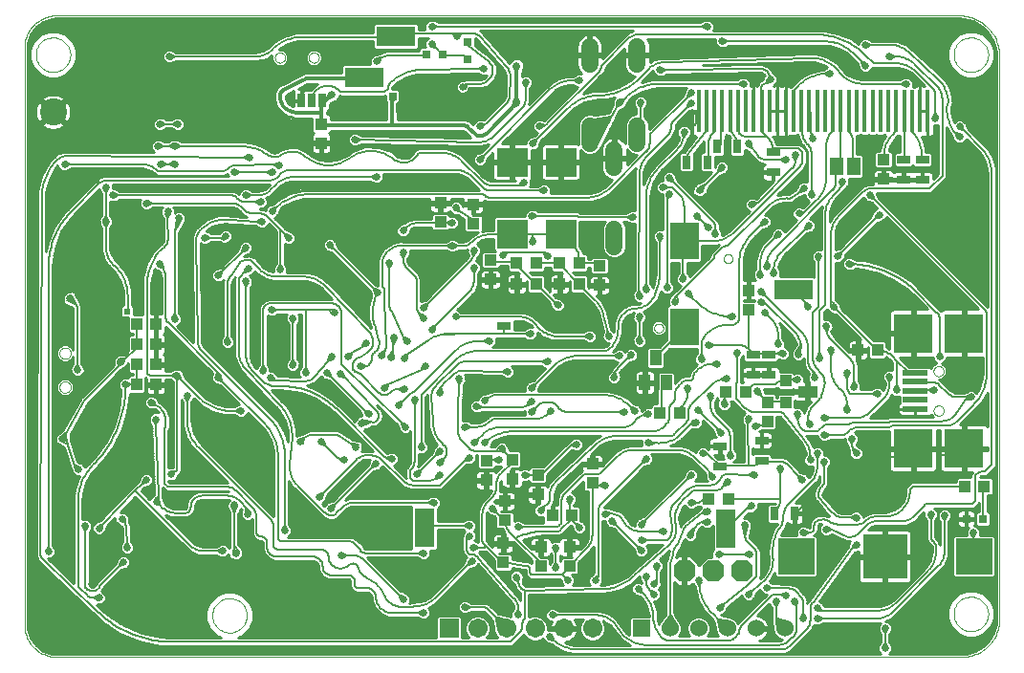
<source format=gbl>
G75*
%MOIN*%
%OFA0B0*%
%FSLAX24Y24*%
%IPPOS*%
%LPD*%
%AMOC8*
5,1,8,0,0,1.08239X$1,22.5*
%
%ADD10C,0.0000*%
%ADD11R,0.0394X0.0433*%
%ADD12R,0.0500X0.0250*%
%ADD13R,0.0675X0.0675*%
%ADD14C,0.0675*%
%ADD15R,0.0700X0.1350*%
%ADD16R,0.0433X0.0394*%
%ADD17R,0.0906X0.0197*%
%ADD18R,0.1378X0.1378*%
%ADD19R,0.1063X0.1004*%
%ADD20C,0.0945*%
%ADD21R,0.0400X0.0400*%
%ADD22R,0.0700X0.0400*%
%ADD23R,0.0138X0.1500*%
%ADD24R,0.0315X0.0472*%
%ADD25R,0.0472X0.0315*%
%ADD26R,0.0460X0.0630*%
%ADD27C,0.0600*%
%ADD28OC8,0.0760*%
%ADD29R,0.1560X0.1560*%
%ADD30R,0.1250X0.1250*%
%ADD31R,0.0984X0.1299*%
%ADD32R,0.0394X0.0551*%
%ADD33R,0.0600X0.0600*%
%ADD34C,0.0600*%
%ADD35C,0.0350*%
%ADD36R,0.0315X0.0315*%
%ADD37R,0.1350X0.0700*%
%ADD38R,0.0250X0.0500*%
%ADD39C,0.0340*%
%ADD40C,0.0100*%
%ADD41C,0.0120*%
%ADD42C,0.0080*%
%ADD43C,0.0250*%
%ADD44R,0.0250X0.0250*%
%ADD45C,0.0160*%
%ADD46R,0.0238X0.0238*%
%ADD47C,0.0140*%
D10*
X001624Y000205D02*
X033178Y000205D01*
X033249Y000207D01*
X033320Y000213D01*
X033391Y000222D01*
X033460Y000236D01*
X033530Y000253D01*
X033598Y000274D01*
X033664Y000298D01*
X033730Y000326D01*
X033793Y000358D01*
X033855Y000393D01*
X033915Y000431D01*
X033973Y000473D01*
X034029Y000518D01*
X034082Y000565D01*
X034132Y000615D01*
X034179Y000668D01*
X034224Y000724D01*
X034266Y000782D01*
X034304Y000842D01*
X034339Y000904D01*
X034371Y000967D01*
X034399Y001033D01*
X034423Y001099D01*
X034444Y001167D01*
X034461Y001237D01*
X034475Y001306D01*
X034484Y001377D01*
X034490Y001448D01*
X034492Y001519D01*
X034492Y021156D01*
X032900Y021205D02*
X032902Y021254D01*
X032908Y021302D01*
X032918Y021350D01*
X032932Y021397D01*
X032949Y021443D01*
X032970Y021487D01*
X032995Y021529D01*
X033023Y021569D01*
X033055Y021607D01*
X033089Y021642D01*
X033126Y021674D01*
X033165Y021703D01*
X033207Y021729D01*
X033251Y021751D01*
X033296Y021769D01*
X033343Y021784D01*
X033390Y021795D01*
X033439Y021802D01*
X033488Y021805D01*
X033537Y021804D01*
X033585Y021799D01*
X033634Y021790D01*
X033681Y021777D01*
X033727Y021760D01*
X033771Y021740D01*
X033814Y021716D01*
X033855Y021689D01*
X033893Y021658D01*
X033929Y021625D01*
X033961Y021589D01*
X033991Y021550D01*
X034018Y021509D01*
X034041Y021465D01*
X034060Y021420D01*
X034076Y021374D01*
X034088Y021327D01*
X034096Y021278D01*
X034100Y021229D01*
X034100Y021181D01*
X034096Y021132D01*
X034088Y021083D01*
X034076Y021036D01*
X034060Y020990D01*
X034041Y020945D01*
X034018Y020901D01*
X033991Y020860D01*
X033961Y020821D01*
X033929Y020785D01*
X033893Y020752D01*
X033855Y020721D01*
X033814Y020694D01*
X033771Y020670D01*
X033727Y020650D01*
X033681Y020633D01*
X033634Y020620D01*
X033585Y020611D01*
X033537Y020606D01*
X033488Y020605D01*
X033439Y020608D01*
X033390Y020615D01*
X033343Y020626D01*
X033296Y020641D01*
X033251Y020659D01*
X033207Y020681D01*
X033165Y020707D01*
X033126Y020736D01*
X033089Y020768D01*
X033055Y020803D01*
X033023Y020841D01*
X032995Y020881D01*
X032970Y020923D01*
X032949Y020967D01*
X032932Y021013D01*
X032918Y021060D01*
X032908Y021108D01*
X032902Y021156D01*
X032900Y021205D01*
X033073Y022575D02*
X033147Y022573D01*
X033221Y022567D01*
X033295Y022558D01*
X033368Y022544D01*
X033440Y022527D01*
X033511Y022506D01*
X033582Y022481D01*
X033650Y022452D01*
X033717Y022420D01*
X033783Y022385D01*
X033846Y022346D01*
X033907Y022304D01*
X033966Y022259D01*
X034022Y022211D01*
X034076Y022159D01*
X034128Y022105D01*
X034176Y022049D01*
X034221Y021990D01*
X034263Y021929D01*
X034302Y021866D01*
X034337Y021800D01*
X034369Y021733D01*
X034398Y021665D01*
X034423Y021594D01*
X034444Y021523D01*
X034461Y021451D01*
X034475Y021378D01*
X034484Y021304D01*
X034490Y021230D01*
X034492Y021156D01*
X033073Y022575D02*
X001617Y022575D01*
X001552Y022573D01*
X001487Y022567D01*
X001423Y022558D01*
X001359Y022545D01*
X001297Y022528D01*
X001235Y022508D01*
X001175Y022484D01*
X001116Y022456D01*
X001059Y022425D01*
X001003Y022391D01*
X000950Y022354D01*
X000899Y022314D01*
X000850Y022270D01*
X000805Y022225D01*
X000761Y022176D01*
X000721Y022125D01*
X000684Y022072D01*
X000650Y022017D01*
X000619Y021959D01*
X000591Y021900D01*
X000567Y021840D01*
X000547Y021778D01*
X000530Y021716D01*
X000517Y021652D01*
X000508Y021588D01*
X000502Y021523D01*
X000500Y021458D01*
X000500Y001329D01*
X000502Y001264D01*
X000508Y001199D01*
X000517Y001134D01*
X000530Y001070D01*
X000547Y001007D01*
X000568Y000945D01*
X000592Y000884D01*
X000620Y000825D01*
X000651Y000767D01*
X000685Y000711D01*
X000722Y000658D01*
X000763Y000607D01*
X000806Y000558D01*
X000853Y000511D01*
X000902Y000468D01*
X000953Y000427D01*
X001006Y000390D01*
X001062Y000356D01*
X001120Y000325D01*
X001179Y000297D01*
X001240Y000273D01*
X001302Y000252D01*
X001365Y000235D01*
X001429Y000222D01*
X001494Y000213D01*
X001559Y000207D01*
X001624Y000205D01*
X007050Y001655D02*
X007052Y001704D01*
X007058Y001752D01*
X007068Y001800D01*
X007082Y001847D01*
X007099Y001893D01*
X007120Y001937D01*
X007145Y001979D01*
X007173Y002019D01*
X007205Y002057D01*
X007239Y002092D01*
X007276Y002124D01*
X007315Y002153D01*
X007357Y002179D01*
X007401Y002201D01*
X007446Y002219D01*
X007493Y002234D01*
X007540Y002245D01*
X007589Y002252D01*
X007638Y002255D01*
X007687Y002254D01*
X007735Y002249D01*
X007784Y002240D01*
X007831Y002227D01*
X007877Y002210D01*
X007921Y002190D01*
X007964Y002166D01*
X008005Y002139D01*
X008043Y002108D01*
X008079Y002075D01*
X008111Y002039D01*
X008141Y002000D01*
X008168Y001959D01*
X008191Y001915D01*
X008210Y001870D01*
X008226Y001824D01*
X008238Y001777D01*
X008246Y001728D01*
X008250Y001679D01*
X008250Y001631D01*
X008246Y001582D01*
X008238Y001533D01*
X008226Y001486D01*
X008210Y001440D01*
X008191Y001395D01*
X008168Y001351D01*
X008141Y001310D01*
X008111Y001271D01*
X008079Y001235D01*
X008043Y001202D01*
X008005Y001171D01*
X007964Y001144D01*
X007921Y001120D01*
X007877Y001100D01*
X007831Y001083D01*
X007784Y001070D01*
X007735Y001061D01*
X007687Y001056D01*
X007638Y001055D01*
X007589Y001058D01*
X007540Y001065D01*
X007493Y001076D01*
X007446Y001091D01*
X007401Y001109D01*
X007357Y001131D01*
X007315Y001157D01*
X007276Y001186D01*
X007239Y001218D01*
X007205Y001253D01*
X007173Y001291D01*
X007145Y001331D01*
X007120Y001373D01*
X007099Y001417D01*
X007082Y001463D01*
X007068Y001510D01*
X007058Y001558D01*
X007052Y001606D01*
X007050Y001655D01*
X001720Y009614D02*
X001722Y009641D01*
X001728Y009668D01*
X001737Y009694D01*
X001750Y009718D01*
X001766Y009741D01*
X001785Y009760D01*
X001807Y009777D01*
X001831Y009791D01*
X001856Y009801D01*
X001883Y009808D01*
X001910Y009811D01*
X001938Y009810D01*
X001965Y009805D01*
X001991Y009797D01*
X002015Y009785D01*
X002038Y009769D01*
X002059Y009751D01*
X002076Y009730D01*
X002091Y009706D01*
X002102Y009681D01*
X002110Y009655D01*
X002114Y009628D01*
X002114Y009600D01*
X002110Y009573D01*
X002102Y009547D01*
X002091Y009522D01*
X002076Y009498D01*
X002059Y009477D01*
X002038Y009459D01*
X002016Y009443D01*
X001991Y009431D01*
X001965Y009423D01*
X001938Y009418D01*
X001910Y009417D01*
X001883Y009420D01*
X001856Y009427D01*
X001831Y009437D01*
X001807Y009451D01*
X001785Y009468D01*
X001766Y009487D01*
X001750Y009510D01*
X001737Y009534D01*
X001728Y009560D01*
X001722Y009587D01*
X001720Y009614D01*
X001720Y010796D02*
X001722Y010823D01*
X001728Y010850D01*
X001737Y010876D01*
X001750Y010900D01*
X001766Y010923D01*
X001785Y010942D01*
X001807Y010959D01*
X001831Y010973D01*
X001856Y010983D01*
X001883Y010990D01*
X001910Y010993D01*
X001938Y010992D01*
X001965Y010987D01*
X001991Y010979D01*
X002015Y010967D01*
X002038Y010951D01*
X002059Y010933D01*
X002076Y010912D01*
X002091Y010888D01*
X002102Y010863D01*
X002110Y010837D01*
X002114Y010810D01*
X002114Y010782D01*
X002110Y010755D01*
X002102Y010729D01*
X002091Y010704D01*
X002076Y010680D01*
X002059Y010659D01*
X002038Y010641D01*
X002016Y010625D01*
X001991Y010613D01*
X001965Y010605D01*
X001938Y010600D01*
X001910Y010599D01*
X001883Y010602D01*
X001856Y010609D01*
X001831Y010619D01*
X001807Y010633D01*
X001785Y010650D01*
X001766Y010669D01*
X001750Y010692D01*
X001737Y010716D01*
X001728Y010742D01*
X001722Y010769D01*
X001720Y010796D01*
X000900Y021205D02*
X000902Y021254D01*
X000908Y021302D01*
X000918Y021350D01*
X000932Y021397D01*
X000949Y021443D01*
X000970Y021487D01*
X000995Y021529D01*
X001023Y021569D01*
X001055Y021607D01*
X001089Y021642D01*
X001126Y021674D01*
X001165Y021703D01*
X001207Y021729D01*
X001251Y021751D01*
X001296Y021769D01*
X001343Y021784D01*
X001390Y021795D01*
X001439Y021802D01*
X001488Y021805D01*
X001537Y021804D01*
X001585Y021799D01*
X001634Y021790D01*
X001681Y021777D01*
X001727Y021760D01*
X001771Y021740D01*
X001814Y021716D01*
X001855Y021689D01*
X001893Y021658D01*
X001929Y021625D01*
X001961Y021589D01*
X001991Y021550D01*
X002018Y021509D01*
X002041Y021465D01*
X002060Y021420D01*
X002076Y021374D01*
X002088Y021327D01*
X002096Y021278D01*
X002100Y021229D01*
X002100Y021181D01*
X002096Y021132D01*
X002088Y021083D01*
X002076Y021036D01*
X002060Y020990D01*
X002041Y020945D01*
X002018Y020901D01*
X001991Y020860D01*
X001961Y020821D01*
X001929Y020785D01*
X001893Y020752D01*
X001855Y020721D01*
X001814Y020694D01*
X001771Y020670D01*
X001727Y020650D01*
X001681Y020633D01*
X001634Y020620D01*
X001585Y020611D01*
X001537Y020606D01*
X001488Y020605D01*
X001439Y020608D01*
X001390Y020615D01*
X001343Y020626D01*
X001296Y020641D01*
X001251Y020659D01*
X001207Y020681D01*
X001165Y020707D01*
X001126Y020736D01*
X001089Y020768D01*
X001055Y020803D01*
X001023Y020841D01*
X000995Y020881D01*
X000970Y020923D01*
X000949Y020967D01*
X000932Y021013D01*
X000918Y021060D01*
X000908Y021108D01*
X000902Y021156D01*
X000900Y021205D01*
X009232Y021105D02*
X009234Y021131D01*
X009240Y021157D01*
X009250Y021182D01*
X009263Y021205D01*
X009279Y021225D01*
X009299Y021243D01*
X009321Y021258D01*
X009344Y021270D01*
X009370Y021278D01*
X009396Y021282D01*
X009422Y021282D01*
X009448Y021278D01*
X009474Y021270D01*
X009498Y021258D01*
X009519Y021243D01*
X009539Y021225D01*
X009555Y021205D01*
X009568Y021182D01*
X009578Y021157D01*
X009584Y021131D01*
X009586Y021105D01*
X009584Y021079D01*
X009578Y021053D01*
X009568Y021028D01*
X009555Y021005D01*
X009539Y020985D01*
X009519Y020967D01*
X009497Y020952D01*
X009474Y020940D01*
X009448Y020932D01*
X009422Y020928D01*
X009396Y020928D01*
X009370Y020932D01*
X009344Y020940D01*
X009320Y020952D01*
X009299Y020967D01*
X009279Y020985D01*
X009263Y021005D01*
X009250Y021028D01*
X009240Y021053D01*
X009234Y021079D01*
X009232Y021105D01*
X010414Y021105D02*
X010416Y021131D01*
X010422Y021157D01*
X010432Y021182D01*
X010445Y021205D01*
X010461Y021225D01*
X010481Y021243D01*
X010503Y021258D01*
X010526Y021270D01*
X010552Y021278D01*
X010578Y021282D01*
X010604Y021282D01*
X010630Y021278D01*
X010656Y021270D01*
X010680Y021258D01*
X010701Y021243D01*
X010721Y021225D01*
X010737Y021205D01*
X010750Y021182D01*
X010760Y021157D01*
X010766Y021131D01*
X010768Y021105D01*
X010766Y021079D01*
X010760Y021053D01*
X010750Y021028D01*
X010737Y021005D01*
X010721Y020985D01*
X010701Y020967D01*
X010679Y020952D01*
X010656Y020940D01*
X010630Y020932D01*
X010604Y020928D01*
X010578Y020928D01*
X010552Y020932D01*
X010526Y020940D01*
X010502Y020952D01*
X010481Y020967D01*
X010461Y020985D01*
X010445Y021005D01*
X010432Y021028D01*
X010422Y021053D01*
X010416Y021079D01*
X010414Y021105D01*
X024877Y014091D02*
X024879Y014116D01*
X024885Y014140D01*
X024894Y014162D01*
X024907Y014183D01*
X024923Y014202D01*
X024942Y014218D01*
X024963Y014231D01*
X024985Y014240D01*
X025009Y014246D01*
X025034Y014248D01*
X025059Y014246D01*
X025083Y014240D01*
X025105Y014231D01*
X025126Y014218D01*
X025145Y014202D01*
X025161Y014183D01*
X025174Y014162D01*
X025183Y014140D01*
X025189Y014116D01*
X025191Y014091D01*
X025189Y014066D01*
X025183Y014042D01*
X025174Y014020D01*
X025161Y013999D01*
X025145Y013980D01*
X025126Y013964D01*
X025105Y013951D01*
X025083Y013942D01*
X025059Y013936D01*
X025034Y013934D01*
X025009Y013936D01*
X024985Y013942D01*
X024963Y013951D01*
X024942Y013964D01*
X024923Y013980D01*
X024907Y013999D01*
X024894Y014020D01*
X024885Y014042D01*
X024879Y014066D01*
X024877Y014091D01*
X022457Y011671D02*
X022459Y011696D01*
X022465Y011720D01*
X022474Y011742D01*
X022487Y011763D01*
X022503Y011782D01*
X022522Y011798D01*
X022543Y011811D01*
X022565Y011820D01*
X022589Y011826D01*
X022614Y011828D01*
X022639Y011826D01*
X022663Y011820D01*
X022685Y011811D01*
X022706Y011798D01*
X022725Y011782D01*
X022741Y011763D01*
X022754Y011742D01*
X022763Y011720D01*
X022769Y011696D01*
X022771Y011671D01*
X022769Y011646D01*
X022763Y011622D01*
X022754Y011600D01*
X022741Y011579D01*
X022725Y011560D01*
X022706Y011544D01*
X022685Y011531D01*
X022663Y011522D01*
X022639Y011516D01*
X022614Y011514D01*
X022589Y011516D01*
X022565Y011522D01*
X022543Y011531D01*
X022522Y011544D01*
X022503Y011560D01*
X022487Y011579D01*
X022474Y011600D01*
X022465Y011622D01*
X022459Y011646D01*
X022457Y011671D01*
X032193Y010172D02*
X032195Y010198D01*
X032201Y010224D01*
X032211Y010249D01*
X032224Y010272D01*
X032240Y010292D01*
X032260Y010310D01*
X032282Y010325D01*
X032305Y010337D01*
X032331Y010345D01*
X032357Y010349D01*
X032383Y010349D01*
X032409Y010345D01*
X032435Y010337D01*
X032459Y010325D01*
X032480Y010310D01*
X032500Y010292D01*
X032516Y010272D01*
X032529Y010249D01*
X032539Y010224D01*
X032545Y010198D01*
X032547Y010172D01*
X032545Y010146D01*
X032539Y010120D01*
X032529Y010095D01*
X032516Y010072D01*
X032500Y010052D01*
X032480Y010034D01*
X032458Y010019D01*
X032435Y010007D01*
X032409Y009999D01*
X032383Y009995D01*
X032357Y009995D01*
X032331Y009999D01*
X032305Y010007D01*
X032281Y010019D01*
X032260Y010034D01*
X032240Y010052D01*
X032224Y010072D01*
X032211Y010095D01*
X032201Y010120D01*
X032195Y010146D01*
X032193Y010172D01*
X032193Y008794D02*
X032195Y008820D01*
X032201Y008846D01*
X032211Y008871D01*
X032224Y008894D01*
X032240Y008914D01*
X032260Y008932D01*
X032282Y008947D01*
X032305Y008959D01*
X032331Y008967D01*
X032357Y008971D01*
X032383Y008971D01*
X032409Y008967D01*
X032435Y008959D01*
X032459Y008947D01*
X032480Y008932D01*
X032500Y008914D01*
X032516Y008894D01*
X032529Y008871D01*
X032539Y008846D01*
X032545Y008820D01*
X032547Y008794D01*
X032545Y008768D01*
X032539Y008742D01*
X032529Y008717D01*
X032516Y008694D01*
X032500Y008674D01*
X032480Y008656D01*
X032458Y008641D01*
X032435Y008629D01*
X032409Y008621D01*
X032383Y008617D01*
X032357Y008617D01*
X032331Y008621D01*
X032305Y008629D01*
X032281Y008641D01*
X032260Y008656D01*
X032240Y008674D01*
X032224Y008694D01*
X032211Y008717D01*
X032201Y008742D01*
X032195Y008768D01*
X032193Y008794D01*
X032900Y001705D02*
X032902Y001754D01*
X032908Y001802D01*
X032918Y001850D01*
X032932Y001897D01*
X032949Y001943D01*
X032970Y001987D01*
X032995Y002029D01*
X033023Y002069D01*
X033055Y002107D01*
X033089Y002142D01*
X033126Y002174D01*
X033165Y002203D01*
X033207Y002229D01*
X033251Y002251D01*
X033296Y002269D01*
X033343Y002284D01*
X033390Y002295D01*
X033439Y002302D01*
X033488Y002305D01*
X033537Y002304D01*
X033585Y002299D01*
X033634Y002290D01*
X033681Y002277D01*
X033727Y002260D01*
X033771Y002240D01*
X033814Y002216D01*
X033855Y002189D01*
X033893Y002158D01*
X033929Y002125D01*
X033961Y002089D01*
X033991Y002050D01*
X034018Y002009D01*
X034041Y001965D01*
X034060Y001920D01*
X034076Y001874D01*
X034088Y001827D01*
X034096Y001778D01*
X034100Y001729D01*
X034100Y001681D01*
X034096Y001632D01*
X034088Y001583D01*
X034076Y001536D01*
X034060Y001490D01*
X034041Y001445D01*
X034018Y001401D01*
X033991Y001360D01*
X033961Y001321D01*
X033929Y001285D01*
X033893Y001252D01*
X033855Y001221D01*
X033814Y001194D01*
X033771Y001170D01*
X033727Y001150D01*
X033681Y001133D01*
X033634Y001120D01*
X033585Y001111D01*
X033537Y001106D01*
X033488Y001105D01*
X033439Y001108D01*
X033390Y001115D01*
X033343Y001126D01*
X033296Y001141D01*
X033251Y001159D01*
X033207Y001181D01*
X033165Y001207D01*
X033126Y001236D01*
X033089Y001268D01*
X033055Y001303D01*
X033023Y001341D01*
X032995Y001381D01*
X032970Y001423D01*
X032949Y001467D01*
X032932Y001513D01*
X032918Y001560D01*
X032908Y001608D01*
X032902Y001656D01*
X032900Y001705D01*
D11*
X033297Y006155D03*
X033966Y006155D03*
X030235Y010905D03*
X029565Y010905D03*
X025635Y009455D03*
X024965Y009455D03*
X023335Y008705D03*
X022665Y008705D03*
X024365Y005705D03*
X025035Y005705D03*
X019585Y005155D03*
X018915Y005155D03*
X019165Y013205D03*
X019835Y013205D03*
X019835Y013955D03*
X019165Y013955D03*
X018335Y013955D03*
X017665Y013955D03*
X017665Y013205D03*
X018335Y013205D03*
X010850Y018120D03*
X010850Y018790D03*
X005085Y011805D03*
X004415Y011805D03*
X004415Y011105D03*
X005085Y011105D03*
X005085Y010405D03*
X004415Y010405D03*
X004415Y009705D03*
X005085Y009705D03*
D12*
X017220Y011739D03*
D13*
X015300Y001205D03*
D14*
X016300Y001205D03*
X017300Y001205D03*
X018300Y001205D03*
X019300Y001205D03*
X020300Y001205D03*
D15*
X024964Y004677D03*
X014450Y004705D03*
D16*
X016600Y006370D03*
X016600Y007040D03*
X017500Y007090D03*
X017500Y006420D03*
X018400Y006540D03*
X018400Y005870D03*
X017250Y005640D03*
X017250Y004970D03*
X017198Y004171D03*
X017198Y003502D03*
X018500Y003370D03*
X018500Y004040D03*
X019500Y004040D03*
X019500Y003370D03*
X020300Y006270D03*
X020300Y006940D03*
X026400Y008420D03*
X026400Y009090D03*
X025750Y012320D03*
X025750Y012990D03*
X020550Y013170D03*
X020550Y013840D03*
X016750Y014040D03*
X016750Y013370D03*
X016150Y015320D03*
X016150Y015990D03*
X015000Y016040D03*
X015000Y015370D03*
X030450Y016870D03*
X030450Y017540D03*
D17*
X031563Y010112D03*
X031563Y009798D03*
X031563Y009483D03*
X031563Y009168D03*
X031563Y008853D03*
D18*
X031484Y007475D03*
X033256Y007475D03*
X033256Y011490D03*
X031484Y011490D03*
D19*
X019200Y014955D03*
X017500Y014955D03*
X017500Y017455D03*
X019200Y017455D03*
D20*
X001500Y019205D03*
D21*
X027050Y009835D03*
X027050Y009085D03*
D22*
X027800Y009460D03*
D23*
X027862Y019233D03*
X027587Y019233D03*
X027311Y019233D03*
X027035Y019233D03*
X026760Y019233D03*
X026484Y019233D03*
X026209Y019233D03*
X025933Y019233D03*
X025657Y019233D03*
X025382Y019233D03*
X025106Y019233D03*
X024831Y019233D03*
X024555Y019233D03*
X024280Y019233D03*
X024004Y019233D03*
X028138Y019233D03*
X028413Y019233D03*
X028689Y019233D03*
X028965Y019233D03*
X029240Y019233D03*
X029516Y019233D03*
X029791Y019233D03*
X030067Y019233D03*
X030343Y019233D03*
X030618Y019233D03*
X030894Y019233D03*
X031169Y019233D03*
X031445Y019233D03*
X031720Y019233D03*
X031996Y019233D03*
D24*
X025354Y018005D03*
X024646Y018005D03*
X024304Y017455D03*
X023596Y017455D03*
X026646Y005205D03*
X027354Y005205D03*
D25*
X024750Y006851D03*
X024750Y007559D03*
X026200Y007759D03*
X026200Y007051D03*
X026450Y010051D03*
X025900Y010051D03*
X025900Y010759D03*
X026450Y010759D03*
X031150Y016851D03*
X031800Y016851D03*
X031800Y017559D03*
X031150Y017559D03*
X026600Y017809D03*
X026600Y017101D03*
D26*
X028800Y017305D03*
X029400Y017305D03*
D27*
X021862Y018127D02*
X021862Y018727D01*
X021062Y017883D02*
X021062Y017283D01*
X020212Y018127D02*
X020212Y018727D01*
X020212Y020883D02*
X020212Y021483D01*
X021862Y021483D02*
X021862Y020883D01*
X021062Y015127D02*
X021062Y014527D01*
D28*
X023500Y003205D03*
X024500Y003205D03*
X025500Y003205D03*
D29*
X030500Y003705D03*
D30*
X027400Y003705D03*
X033600Y003705D03*
D31*
X023500Y011705D03*
X023500Y014705D03*
D32*
X022500Y010638D03*
X022126Y009772D03*
X022874Y009772D03*
D33*
X022000Y001205D03*
D34*
X023000Y001205D03*
X024000Y001205D03*
X025000Y001205D03*
X026000Y001205D03*
X027000Y001205D03*
D35*
X016736Y019705D03*
X016264Y019705D03*
D36*
X015950Y021060D03*
X015950Y021650D03*
X015095Y021205D03*
X014505Y021205D03*
X033334Y005023D03*
X033924Y005023D03*
D37*
X027300Y013005D03*
X013450Y021855D03*
X012350Y020405D03*
D38*
X010880Y019605D03*
X010500Y019605D03*
X010150Y019605D03*
D39*
X014000Y019705D03*
D40*
X000720Y000868D02*
X000907Y000612D01*
X001163Y000425D01*
X001465Y000327D01*
X001624Y000315D01*
X030358Y000315D01*
X030265Y000408D01*
X030265Y000543D01*
X030257Y000574D01*
X030257Y000574D01*
X030265Y000588D01*
X030265Y000602D01*
X030285Y000622D01*
X030319Y000681D01*
X030319Y000681D01*
X030353Y000741D01*
X030354Y000764D01*
X030354Y000764D01*
X030357Y000983D01*
X030306Y001076D01*
X030295Y001098D01*
X030275Y001118D01*
X030275Y001135D01*
X030265Y001153D01*
X030265Y001153D01*
X030265Y001153D01*
X030275Y001187D01*
X030275Y001312D01*
X030358Y001395D01*
X028374Y001395D01*
X028264Y001333D01*
X028257Y001330D01*
X028237Y001310D01*
X028222Y001310D01*
X028205Y001301D01*
X028205Y001301D01*
X028205Y001301D01*
X028173Y001310D01*
X028043Y001310D01*
X028032Y001321D01*
X027964Y001157D01*
X027964Y001157D01*
X027929Y001122D01*
X027929Y001122D01*
X027852Y001045D01*
X027841Y001034D01*
X027244Y000437D01*
X027244Y000437D01*
X027209Y000401D01*
X027209Y000401D01*
X027000Y000315D01*
X019664Y000315D01*
X019322Y000393D01*
X019322Y000393D01*
X019007Y000546D01*
X019007Y000546D01*
X018918Y000617D01*
X018918Y000617D01*
X018896Y000635D01*
X018770Y000665D01*
X018749Y000670D01*
X018723Y000670D01*
X018714Y000678D01*
X018703Y000681D01*
X018703Y000681D01*
X018703Y000681D01*
X018689Y000704D01*
X018585Y000808D01*
X018585Y000857D01*
X018553Y000826D01*
X018389Y000758D01*
X018211Y000758D01*
X018047Y000826D01*
X017921Y000952D01*
X017908Y000981D01*
X017903Y000976D01*
X017903Y000976D01*
X017522Y000595D01*
X005212Y000595D01*
X004493Y000738D01*
X004493Y000738D01*
X003817Y001018D01*
X003817Y001018D01*
X003208Y001425D01*
X003208Y001425D01*
X002950Y001683D01*
X001108Y003427D01*
X001106Y003427D01*
X001063Y003470D01*
X001019Y003511D01*
X001019Y003513D01*
X000984Y003549D01*
X000984Y003549D01*
X000900Y003752D01*
X000900Y003800D01*
X000900Y003800D01*
X000900Y003862D01*
X000900Y003924D01*
X000900Y003924D01*
X000950Y016179D01*
X000946Y016449D01*
X001080Y016974D01*
X001080Y016974D01*
X001345Y017447D01*
X001345Y017447D01*
X001491Y017597D01*
X001491Y017598D01*
X001534Y017641D01*
X001577Y017685D01*
X001578Y017685D01*
X001623Y017730D01*
X001623Y017730D01*
X001852Y017825D01*
X001915Y017825D01*
X001915Y017825D01*
X001977Y017825D01*
X002039Y017825D01*
X002039Y017825D01*
X005032Y017801D01*
X004905Y017928D01*
X004905Y018122D01*
X005043Y018260D01*
X005173Y018260D01*
X005205Y018269D01*
X005205Y018269D01*
X005205Y018269D01*
X005222Y018260D01*
X005237Y018260D01*
X005257Y018240D01*
X005262Y018237D01*
X005374Y018175D01*
X005506Y018175D01*
X005623Y018240D01*
X005643Y018260D01*
X005658Y018260D01*
X005675Y018269D01*
X005675Y018269D01*
X005675Y018269D01*
X005707Y018260D01*
X005773Y018260D01*
X005805Y018269D01*
X005805Y018269D01*
X005805Y018269D01*
X005822Y018260D01*
X005837Y018260D01*
X005857Y018240D01*
X005974Y018175D01*
X008160Y018175D01*
X008551Y018096D01*
X008551Y018096D01*
X008919Y017941D01*
X008919Y017941D01*
X009033Y017864D01*
X009033Y017864D01*
X009084Y017829D01*
X009126Y017806D01*
X009220Y017787D01*
X009314Y017806D01*
X009356Y017828D01*
X009356Y017828D01*
X009366Y017836D01*
X009407Y017863D01*
X009407Y017863D01*
X009472Y017907D01*
X009472Y017907D01*
X009742Y017981D01*
X009742Y017981D01*
X010022Y017965D01*
X010022Y017965D01*
X010283Y017861D01*
X010283Y017861D01*
X010342Y017810D01*
X010389Y017770D01*
X010509Y017681D01*
X010509Y017681D01*
X010779Y017554D01*
X011072Y017505D01*
X011368Y017535D01*
X011646Y017643D01*
X011771Y017724D01*
X011771Y017724D01*
X011953Y017860D01*
X011953Y017860D01*
X012387Y018000D01*
X012387Y018000D01*
X012843Y017992D01*
X012843Y017992D01*
X013271Y017837D01*
X013271Y017837D01*
X013444Y017697D01*
X013448Y017694D01*
X013525Y017644D01*
X013700Y017598D01*
X013880Y017628D01*
X014031Y017727D01*
X014065Y017769D01*
X014065Y017776D01*
X014122Y017876D01*
X014122Y017876D01*
X014122Y017876D01*
X014212Y017928D01*
X014218Y017934D01*
X014974Y017934D01*
X014977Y017937D01*
X014977Y017937D01*
X014980Y017940D01*
X015105Y017940D01*
X015109Y017935D01*
X015192Y017935D01*
X015489Y017855D01*
X015489Y017855D01*
X015755Y017702D01*
X015755Y017702D01*
X015755Y017702D01*
X015820Y017637D01*
X015820Y017637D01*
X016499Y016958D01*
X016517Y016940D01*
X016543Y016914D01*
X016605Y016864D01*
X016750Y016804D01*
X016829Y016797D01*
X016866Y016797D01*
X016891Y016797D01*
X017604Y016803D01*
X017550Y016803D01*
X017550Y017405D01*
X017550Y017505D01*
X018181Y017505D01*
X018181Y017870D01*
X018317Y017870D01*
X018409Y017962D01*
X018439Y017978D01*
X018444Y017997D01*
X018455Y018008D01*
X018455Y018036D01*
X018466Y018074D01*
X018492Y018164D01*
X019511Y019183D01*
X019555Y019227D01*
X019691Y019347D01*
X020006Y019529D01*
X020357Y019623D01*
X020539Y019635D01*
X020813Y019635D01*
X021093Y019710D01*
X021025Y019642D01*
X021025Y019637D01*
X021009Y019515D01*
X021002Y019459D01*
X020994Y019451D01*
X020994Y019425D01*
X020867Y019182D01*
X020383Y019102D01*
X020363Y019108D01*
X020304Y019132D01*
X020291Y019140D01*
X020274Y019137D01*
X020262Y019137D01*
X020243Y019142D01*
X020233Y019137D01*
X020130Y019137D01*
X019979Y019074D01*
X019864Y018959D01*
X019802Y018808D01*
X019802Y018090D01*
X019789Y018097D01*
X019751Y018107D01*
X019250Y018107D01*
X019250Y017505D01*
X019881Y017505D01*
X019881Y017877D01*
X019979Y017779D01*
X020130Y017717D01*
X020293Y017717D01*
X020444Y017779D01*
X020549Y017884D01*
X020564Y017889D01*
X020570Y017901D01*
X020582Y017907D01*
X020597Y017955D01*
X020640Y018041D01*
X020623Y017989D01*
X020612Y017919D01*
X020612Y017633D01*
X021012Y017633D01*
X021012Y017533D01*
X020612Y017533D01*
X020612Y017248D01*
X020623Y017178D01*
X020645Y017111D01*
X020677Y017048D01*
X020718Y016990D01*
X020768Y016940D01*
X020826Y016899D01*
X020889Y016866D01*
X020956Y016845D01*
X020983Y016840D01*
X020851Y016709D01*
X020807Y016665D01*
X020710Y016579D01*
X020487Y016450D01*
X020237Y016383D01*
X020108Y016375D01*
X018855Y016375D01*
X018855Y016562D01*
X018717Y016700D01*
X018587Y016700D01*
X018555Y016709D01*
X018555Y016709D01*
X018555Y016709D01*
X018538Y016700D01*
X018523Y016700D01*
X018503Y016680D01*
X018386Y016615D01*
X018132Y016615D01*
X018165Y016648D01*
X018165Y016842D01*
X018149Y016858D01*
X018152Y016861D01*
X018171Y016895D01*
X018181Y016933D01*
X018181Y017405D01*
X017550Y017405D01*
X017450Y017405D01*
X017450Y016803D01*
X016949Y016803D01*
X016911Y016813D01*
X016876Y016833D01*
X016848Y016861D01*
X016829Y016895D01*
X016819Y016933D01*
X016819Y017405D01*
X017450Y017405D01*
X017450Y017505D01*
X017450Y018107D01*
X017154Y018107D01*
X018939Y019892D01*
X019027Y019969D01*
X019230Y020087D01*
X019457Y020147D01*
X019574Y020155D01*
X019626Y020155D01*
X019743Y020090D01*
X019763Y020070D01*
X019773Y020070D01*
X018627Y018924D01*
X018618Y018917D01*
X018567Y018930D01*
X018557Y018940D01*
X018530Y018940D01*
X018509Y018945D01*
X018461Y018958D01*
X018431Y018940D01*
X018363Y018940D01*
X018225Y018802D01*
X018225Y018608D01*
X018363Y018470D01*
X018373Y018470D01*
X018279Y018377D01*
X018189Y018351D01*
X018151Y018340D01*
X018123Y018340D01*
X018112Y018329D01*
X018093Y018324D01*
X018077Y018294D01*
X017985Y018202D01*
X017985Y018107D01*
X017550Y018107D01*
X017550Y017505D01*
X017450Y017505D01*
X016819Y017505D01*
X016819Y017771D01*
X016668Y017621D01*
X016652Y017604D01*
X016626Y017514D01*
X016615Y017476D01*
X016615Y017448D01*
X016604Y017437D01*
X016599Y017418D01*
X016599Y017418D01*
X016599Y017418D01*
X016569Y017402D01*
X016477Y017310D01*
X016283Y017310D01*
X016145Y017448D01*
X016145Y017642D01*
X016237Y017734D01*
X016253Y017764D01*
X016253Y017764D01*
X016253Y017764D01*
X016272Y017769D01*
X016283Y017780D01*
X016311Y017780D01*
X016349Y017791D01*
X016439Y017817D01*
X016456Y017833D01*
X016690Y018067D01*
X016425Y018000D01*
X016425Y018000D01*
X016287Y018003D01*
X016269Y018003D01*
X012261Y018090D01*
X012147Y018030D01*
X012127Y018010D01*
X012110Y018010D01*
X012090Y017999D01*
X012090Y017999D01*
X012090Y017999D01*
X012055Y018010D01*
X011933Y018010D01*
X011795Y018148D01*
X011795Y018342D01*
X011933Y018480D01*
X012071Y018480D01*
X012100Y018488D01*
X012100Y018488D01*
X012100Y018488D01*
X012114Y018480D01*
X012127Y018480D01*
X012147Y018461D01*
X012152Y018457D01*
X012267Y018390D01*
X016054Y018308D01*
X015909Y018453D01*
X015868Y018494D01*
X015851Y018512D01*
X015833Y018526D01*
X015792Y018543D01*
X015770Y018545D01*
X011177Y018545D01*
X011177Y018519D01*
X011123Y018466D01*
X011139Y018457D01*
X011167Y018429D01*
X011187Y018395D01*
X011197Y018357D01*
X011197Y018169D01*
X010898Y018169D01*
X010898Y018072D01*
X010898Y017754D01*
X011067Y017754D01*
X011105Y017764D01*
X011139Y017784D01*
X011167Y017812D01*
X011187Y017846D01*
X011197Y017884D01*
X011197Y018072D01*
X010898Y018072D01*
X010802Y018072D01*
X010802Y017754D01*
X010633Y017754D01*
X010595Y017764D01*
X010561Y017784D01*
X010533Y017812D01*
X010513Y017846D01*
X010503Y017884D01*
X010503Y018072D01*
X010802Y018072D01*
X010802Y018169D01*
X010503Y018169D01*
X010503Y018357D01*
X010513Y018395D01*
X010533Y018429D01*
X010561Y018457D01*
X010577Y018466D01*
X010523Y018519D01*
X010523Y018985D01*
X010039Y018985D01*
X010020Y018972D01*
X009959Y018985D01*
X009897Y018985D01*
X009881Y019002D01*
X009744Y019030D01*
X009744Y019030D01*
X009695Y019041D01*
X009695Y019041D01*
X009467Y019180D01*
X009467Y019180D01*
X009299Y019387D01*
X009299Y019387D01*
X009210Y019638D01*
X009210Y019889D01*
X009332Y020090D01*
X009332Y020090D01*
X009363Y020106D01*
X009363Y020106D01*
X009493Y020173D01*
X009511Y020182D01*
X009511Y020182D01*
X010156Y020515D01*
X010196Y020536D01*
X010202Y020539D01*
X010270Y020574D01*
X010270Y020574D01*
X010291Y020585D01*
X011545Y020585D01*
X011545Y020809D01*
X011621Y020885D01*
X012548Y020885D01*
X012545Y020888D01*
X012545Y021082D01*
X012683Y021220D01*
X012689Y021220D01*
X012745Y021227D01*
X012889Y021247D01*
X012956Y021283D01*
X012956Y021283D01*
X013158Y021335D01*
X014237Y021335D01*
X014237Y021408D01*
X014302Y021472D01*
X014480Y021472D01*
X014465Y021488D01*
X014465Y021682D01*
X014578Y021795D01*
X014235Y021795D01*
X014235Y021459D01*
X014171Y021395D01*
X012729Y021395D01*
X012665Y021459D01*
X012665Y021675D01*
X010202Y021675D01*
X010025Y021663D01*
X009685Y021572D01*
X009379Y021396D01*
X009375Y021392D01*
X009467Y021392D01*
X009572Y021348D01*
X009653Y021268D01*
X009697Y021162D01*
X009697Y021048D01*
X009653Y020942D01*
X009572Y020862D01*
X009467Y020818D01*
X009352Y020818D01*
X009247Y020862D01*
X009166Y020942D01*
X009122Y021048D01*
X009122Y021162D01*
X009126Y021172D01*
X008935Y021061D01*
X008935Y021061D01*
X008688Y020995D01*
X005794Y020995D01*
X005684Y020933D01*
X005677Y020930D01*
X005657Y020910D01*
X005642Y020910D01*
X005625Y020901D01*
X005625Y020901D01*
X005625Y020901D01*
X005593Y020910D01*
X005463Y020910D01*
X005325Y021048D01*
X005325Y021242D01*
X005463Y021380D01*
X005593Y021380D01*
X005625Y021389D01*
X005625Y021389D01*
X005625Y021389D01*
X005642Y021380D01*
X005657Y021380D01*
X005677Y021360D01*
X005682Y021357D01*
X005794Y021295D01*
X008560Y021295D01*
X008648Y021301D01*
X008817Y021346D01*
X008968Y021434D01*
X009034Y021491D01*
X009040Y021497D01*
X009188Y021645D01*
X009188Y021645D01*
X009564Y021862D01*
X009984Y021975D01*
X012665Y021975D01*
X012665Y022251D01*
X012729Y022315D01*
X014171Y022315D01*
X014235Y022251D01*
X014235Y022095D01*
X014465Y022095D01*
X014465Y022282D01*
X014603Y022420D01*
X014733Y022420D01*
X014765Y022429D01*
X014765Y022429D01*
X014765Y022429D01*
X014782Y022420D01*
X014797Y022420D01*
X014817Y022400D01*
X014822Y022397D01*
X014934Y022335D01*
X024066Y022335D01*
X024183Y022400D01*
X024203Y022420D01*
X024218Y022420D01*
X024235Y022429D01*
X024235Y022429D01*
X024235Y022429D01*
X024267Y022420D01*
X024397Y022420D01*
X024535Y022282D01*
X024535Y022088D01*
X024502Y022055D01*
X028378Y022055D01*
X028858Y021960D01*
X028858Y021960D01*
X029310Y021772D01*
X029310Y021772D01*
X029585Y021588D01*
X029585Y021642D01*
X029723Y021780D01*
X029853Y021780D01*
X029885Y021789D01*
X029885Y021789D01*
X029885Y021789D01*
X029902Y021780D01*
X029917Y021780D01*
X029937Y021760D01*
X029942Y021757D01*
X030054Y021695D01*
X030909Y021695D01*
X031273Y021544D01*
X031273Y021544D01*
X031410Y021407D01*
X032440Y020473D01*
X032444Y020473D01*
X032486Y020432D01*
X032529Y020392D01*
X032529Y020388D01*
X032606Y020311D01*
X032773Y020021D01*
X032860Y019698D01*
X032860Y019698D01*
X032860Y019569D01*
X032872Y019547D01*
X032860Y019509D01*
X032860Y019469D01*
X032843Y019452D01*
X032811Y019347D01*
X032818Y019192D01*
X032901Y018859D01*
X032909Y018846D01*
X033003Y018940D01*
X033197Y018940D01*
X033289Y018848D01*
X033319Y018832D01*
X033319Y018832D01*
X033319Y018832D01*
X033324Y018813D01*
X033335Y018802D01*
X033335Y018774D01*
X033335Y018773D01*
X033372Y018646D01*
X033908Y018109D01*
X033908Y018109D01*
X033952Y018065D01*
X033952Y018065D01*
X034085Y017932D01*
X034085Y017932D01*
X034273Y017607D01*
X034273Y017607D01*
X034370Y017244D01*
X034370Y006843D01*
X034282Y006755D01*
X034282Y006755D01*
X034042Y006515D01*
X033864Y006515D01*
X033845Y006512D01*
X033812Y006493D01*
X033805Y006482D01*
X034209Y006482D01*
X034273Y006417D01*
X034273Y005893D01*
X034209Y005829D01*
X034084Y005829D01*
X034072Y005708D01*
X034072Y005291D01*
X034127Y005291D01*
X034192Y005227D01*
X034192Y004820D01*
X034127Y004756D01*
X033721Y004756D01*
X033657Y004820D01*
X033657Y005227D01*
X033721Y005291D01*
X033772Y005291D01*
X033772Y005571D01*
X033711Y005465D01*
X033711Y005465D01*
X033711Y005465D01*
X033572Y005385D01*
X032232Y005385D01*
X032335Y005282D01*
X032335Y005152D01*
X032344Y005120D01*
X032344Y005120D01*
X032344Y005120D01*
X032335Y005103D01*
X032335Y005088D01*
X032315Y005068D01*
X032250Y004951D01*
X032250Y004411D01*
X032252Y004394D01*
X032266Y004364D01*
X032278Y004351D01*
X032325Y004311D01*
X032325Y004311D01*
X032355Y004286D01*
X032355Y004286D01*
X032430Y004125D01*
X032430Y004911D01*
X032365Y005028D01*
X032345Y005048D01*
X032345Y005063D01*
X032336Y005080D01*
X032336Y005080D01*
X032336Y005080D01*
X032345Y005112D01*
X032345Y005242D01*
X032483Y005380D01*
X032677Y005380D01*
X032815Y005242D01*
X032815Y005112D01*
X032824Y005080D01*
X032824Y005080D01*
X032824Y005080D01*
X032815Y005063D01*
X032815Y005048D01*
X032795Y005028D01*
X032730Y004911D01*
X032730Y003713D01*
X032596Y003389D01*
X032596Y003389D01*
X032516Y003309D01*
X032437Y003230D01*
X032428Y003221D01*
X030846Y001639D01*
X030846Y001639D01*
X030752Y001545D01*
X030752Y001545D01*
X030523Y001450D01*
X030607Y001450D01*
X030745Y001312D01*
X030745Y001177D01*
X030753Y001146D01*
X030753Y001146D01*
X030745Y001132D01*
X030745Y001118D01*
X030725Y001098D01*
X030713Y001077D01*
X030657Y000979D01*
X030653Y000737D01*
X030700Y000650D01*
X030715Y000622D01*
X030735Y000602D01*
X030735Y000585D01*
X030745Y000567D01*
X030745Y000567D01*
X030745Y000567D01*
X030735Y000533D01*
X030735Y000408D01*
X030642Y000315D01*
X033178Y000315D01*
X033335Y000325D01*
X033639Y000407D01*
X033911Y000564D01*
X034133Y000786D01*
X034290Y001058D01*
X034372Y001362D01*
X034382Y001519D01*
X034382Y021156D01*
X034371Y021327D01*
X034282Y021657D01*
X034112Y021953D01*
X033870Y022195D01*
X033574Y022365D01*
X033244Y022454D01*
X033073Y022465D01*
X001617Y022465D01*
X001459Y022453D01*
X001160Y022355D01*
X000905Y022170D01*
X000720Y021915D01*
X000622Y021616D01*
X000610Y021458D01*
X000610Y001329D01*
X000622Y001170D01*
X000720Y000868D01*
X000710Y000902D02*
X004097Y000902D01*
X003859Y001001D02*
X000678Y001001D01*
X000646Y001099D02*
X003696Y001099D01*
X003548Y001198D02*
X000620Y001198D01*
X000613Y001296D02*
X003401Y001296D01*
X003254Y001395D02*
X000610Y001395D01*
X000610Y001493D02*
X003140Y001493D01*
X003041Y001592D02*
X000610Y001592D01*
X000610Y001690D02*
X002942Y001690D01*
X002838Y001789D02*
X000610Y001789D01*
X000610Y001887D02*
X002734Y001887D01*
X002630Y001986D02*
X000610Y001986D01*
X000610Y002084D02*
X002526Y002084D01*
X002422Y002183D02*
X000610Y002183D01*
X000610Y002281D02*
X002318Y002281D01*
X002214Y002380D02*
X000610Y002380D01*
X000610Y002478D02*
X002110Y002478D01*
X002006Y002577D02*
X000610Y002577D01*
X000610Y002675D02*
X001902Y002675D01*
X001798Y002774D02*
X000610Y002774D01*
X000610Y002872D02*
X001694Y002872D01*
X001590Y002971D02*
X000610Y002971D01*
X000610Y003069D02*
X001486Y003069D01*
X001382Y003168D02*
X000610Y003168D01*
X000610Y003266D02*
X001278Y003266D01*
X001174Y003365D02*
X000610Y003365D01*
X000610Y003463D02*
X001070Y003463D01*
X000979Y003562D02*
X000610Y003562D01*
X000610Y003660D02*
X000938Y003660D01*
X000900Y003759D02*
X000610Y003759D01*
X000610Y003857D02*
X000900Y003857D01*
X000900Y003956D02*
X000610Y003956D01*
X000610Y004054D02*
X000901Y004054D01*
X000901Y004153D02*
X000610Y004153D01*
X000610Y004251D02*
X000902Y004251D01*
X000902Y004350D02*
X000610Y004350D01*
X000610Y004448D02*
X000902Y004448D01*
X000903Y004547D02*
X000610Y004547D01*
X000610Y004645D02*
X000903Y004645D01*
X000904Y004744D02*
X000610Y004744D01*
X000610Y004842D02*
X000904Y004842D01*
X000904Y004941D02*
X000610Y004941D01*
X000610Y005039D02*
X000905Y005039D01*
X000905Y005138D02*
X000610Y005138D01*
X000610Y005236D02*
X000906Y005236D01*
X000906Y005335D02*
X000610Y005335D01*
X000610Y005433D02*
X000906Y005433D01*
X000907Y005532D02*
X000610Y005532D01*
X000610Y005630D02*
X000907Y005630D01*
X000908Y005729D02*
X000610Y005729D01*
X000610Y005827D02*
X000908Y005827D01*
X000908Y005926D02*
X000610Y005926D01*
X000610Y006024D02*
X000909Y006024D01*
X000909Y006123D02*
X000610Y006123D01*
X000610Y006221D02*
X000910Y006221D01*
X000910Y006320D02*
X000610Y006320D01*
X000610Y006418D02*
X000910Y006418D01*
X000911Y006517D02*
X000610Y006517D01*
X000610Y006615D02*
X000911Y006615D01*
X000912Y006714D02*
X000610Y006714D01*
X000610Y006812D02*
X000912Y006812D01*
X000912Y006911D02*
X000610Y006911D01*
X000610Y007009D02*
X000913Y007009D01*
X000913Y007108D02*
X000610Y007108D01*
X000610Y007206D02*
X000914Y007206D01*
X000914Y007305D02*
X000610Y007305D01*
X000610Y007403D02*
X000914Y007403D01*
X000915Y007502D02*
X000610Y007502D01*
X000610Y007600D02*
X000915Y007600D01*
X000916Y007699D02*
X000610Y007699D01*
X000610Y007797D02*
X000916Y007797D01*
X000916Y007896D02*
X000610Y007896D01*
X000610Y007994D02*
X000917Y007994D01*
X000917Y008093D02*
X000610Y008093D01*
X000610Y008191D02*
X000918Y008191D01*
X000918Y008290D02*
X000610Y008290D01*
X000610Y008388D02*
X000918Y008388D01*
X000919Y008487D02*
X000610Y008487D01*
X000610Y008585D02*
X000919Y008585D01*
X000920Y008684D02*
X000610Y008684D01*
X000610Y008782D02*
X000920Y008782D01*
X000920Y008881D02*
X000610Y008881D01*
X000610Y008979D02*
X000921Y008979D01*
X000921Y009078D02*
X000610Y009078D01*
X000610Y009176D02*
X000922Y009176D01*
X000922Y009275D02*
X000610Y009275D01*
X000610Y009373D02*
X000922Y009373D01*
X000923Y009472D02*
X000610Y009472D01*
X000610Y009570D02*
X000923Y009570D01*
X000924Y009669D02*
X000610Y009669D01*
X000610Y009767D02*
X000924Y009767D01*
X000924Y009866D02*
X000610Y009866D01*
X000610Y009964D02*
X000925Y009964D01*
X000925Y010063D02*
X000610Y010063D01*
X000610Y010161D02*
X000926Y010161D01*
X000926Y010260D02*
X000610Y010260D01*
X000610Y010358D02*
X000926Y010358D01*
X000927Y010457D02*
X000610Y010457D01*
X000610Y010555D02*
X000927Y010555D01*
X000928Y010654D02*
X000610Y010654D01*
X000610Y010752D02*
X000928Y010752D01*
X000928Y010851D02*
X000610Y010851D01*
X000610Y010949D02*
X000929Y010949D01*
X000929Y011048D02*
X000610Y011048D01*
X000610Y011146D02*
X000930Y011146D01*
X000930Y011245D02*
X000610Y011245D01*
X000610Y011343D02*
X000930Y011343D01*
X000931Y011442D02*
X000610Y011442D01*
X000610Y011540D02*
X000931Y011540D01*
X000932Y011639D02*
X000610Y011639D01*
X000610Y011737D02*
X000932Y011737D01*
X000932Y011836D02*
X000610Y011836D01*
X000610Y011934D02*
X000933Y011934D01*
X000933Y012033D02*
X000610Y012033D01*
X000610Y012131D02*
X000934Y012131D01*
X000934Y012230D02*
X000610Y012230D01*
X000610Y012328D02*
X000934Y012328D01*
X000935Y012427D02*
X000610Y012427D01*
X000610Y012525D02*
X000935Y012525D01*
X000936Y012624D02*
X000610Y012624D01*
X000610Y012722D02*
X000936Y012722D01*
X000936Y012821D02*
X000610Y012821D01*
X000610Y012919D02*
X000937Y012919D01*
X000937Y013018D02*
X000610Y013018D01*
X000610Y013116D02*
X000938Y013116D01*
X000938Y013215D02*
X000610Y013215D01*
X000610Y013313D02*
X000938Y013313D01*
X000939Y013412D02*
X000610Y013412D01*
X000610Y013510D02*
X000939Y013510D01*
X000940Y013609D02*
X000610Y013609D01*
X000610Y013707D02*
X000940Y013707D01*
X000940Y013806D02*
X000610Y013806D01*
X000610Y013904D02*
X000941Y013904D01*
X000941Y014003D02*
X000610Y014003D01*
X000610Y014101D02*
X000942Y014101D01*
X000942Y014200D02*
X000610Y014200D01*
X000610Y014298D02*
X000942Y014298D01*
X000943Y014397D02*
X000610Y014397D01*
X000610Y014495D02*
X000943Y014495D01*
X000944Y014594D02*
X000610Y014594D01*
X000610Y014692D02*
X000944Y014692D01*
X000944Y014791D02*
X000610Y014791D01*
X000610Y014889D02*
X000945Y014889D01*
X000945Y014988D02*
X000610Y014988D01*
X000610Y015086D02*
X000946Y015086D01*
X000946Y015185D02*
X000610Y015185D01*
X000610Y015283D02*
X000946Y015283D01*
X000947Y015382D02*
X000610Y015382D01*
X000610Y015480D02*
X000947Y015480D01*
X000948Y015579D02*
X000610Y015579D01*
X000610Y015677D02*
X000948Y015677D01*
X000948Y015776D02*
X000610Y015776D01*
X000610Y015874D02*
X000949Y015874D01*
X000949Y015973D02*
X000610Y015973D01*
X000610Y016071D02*
X000950Y016071D01*
X000950Y016170D02*
X000610Y016170D01*
X000610Y016268D02*
X000949Y016268D01*
X000948Y016367D02*
X000610Y016367D01*
X000610Y016465D02*
X000951Y016465D01*
X000976Y016564D02*
X000610Y016564D01*
X000610Y016662D02*
X001001Y016662D01*
X001026Y016761D02*
X000610Y016761D01*
X000610Y016859D02*
X001051Y016859D01*
X001076Y016958D02*
X000610Y016958D01*
X000610Y017056D02*
X001126Y017056D01*
X001181Y017155D02*
X000610Y017155D01*
X000610Y017253D02*
X001236Y017253D01*
X001291Y017352D02*
X000610Y017352D01*
X000610Y017450D02*
X001348Y017450D01*
X001444Y017549D02*
X000610Y017549D01*
X000610Y017647D02*
X001540Y017647D01*
X001660Y017746D02*
X000610Y017746D01*
X000610Y017844D02*
X004989Y017844D01*
X004905Y017943D02*
X000610Y017943D01*
X000610Y018041D02*
X004905Y018041D01*
X004922Y018140D02*
X000610Y018140D01*
X000610Y018238D02*
X005021Y018238D01*
X005261Y018238D02*
X005619Y018238D01*
X005861Y018238D02*
X010503Y018238D01*
X010503Y018337D02*
X000610Y018337D01*
X000610Y018435D02*
X010539Y018435D01*
X010523Y018534D02*
X000610Y018534D01*
X000610Y018632D02*
X001253Y018632D01*
X001261Y018628D02*
X001354Y018598D01*
X001451Y018583D01*
X001549Y018583D01*
X001646Y018598D01*
X001739Y018628D01*
X001826Y018673D01*
X001905Y018730D01*
X001500Y019134D01*
X001571Y019205D01*
X001500Y019276D01*
X001905Y019680D01*
X001826Y019737D01*
X001739Y019782D01*
X001646Y019812D01*
X001549Y019827D01*
X001451Y019827D01*
X001354Y019812D01*
X001261Y019782D01*
X001174Y019737D01*
X001095Y019680D01*
X001500Y019276D01*
X001429Y019205D01*
X001500Y019134D01*
X001095Y018730D01*
X001174Y018673D01*
X001261Y018628D01*
X001096Y018731D02*
X000610Y018731D01*
X000610Y018829D02*
X001004Y018829D01*
X001025Y018800D02*
X001429Y019205D01*
X001025Y019610D01*
X000968Y019531D01*
X000923Y019444D01*
X000893Y019351D01*
X000878Y019254D01*
X000878Y019156D01*
X000893Y019059D01*
X000923Y018966D01*
X000968Y018879D01*
X001025Y018800D01*
X001053Y018829D02*
X001195Y018829D01*
X001152Y018928D02*
X001293Y018928D01*
X001250Y019026D02*
X001392Y019026D01*
X001349Y019125D02*
X001490Y019125D01*
X001510Y019125D02*
X001651Y019125D01*
X001608Y019026D02*
X001750Y019026D01*
X001707Y018928D02*
X001848Y018928D01*
X001805Y018829D02*
X001947Y018829D01*
X001975Y018800D02*
X002032Y018879D01*
X002077Y018966D01*
X002107Y019059D01*
X002122Y019156D01*
X002122Y019254D01*
X002107Y019351D01*
X002077Y019444D01*
X002032Y019531D01*
X001975Y019610D01*
X001571Y019205D01*
X001975Y018800D01*
X001996Y018829D02*
X004985Y018829D01*
X004985Y018882D02*
X004985Y018688D01*
X005123Y018550D01*
X005253Y018550D01*
X005285Y018541D01*
X005285Y018541D01*
X005285Y018541D01*
X005302Y018550D01*
X005317Y018550D01*
X005337Y018570D01*
X005344Y018573D01*
X005454Y018635D01*
X005603Y018635D01*
X005626Y018635D01*
X005743Y018570D01*
X005763Y018550D01*
X005778Y018550D01*
X005795Y018541D01*
X005795Y018541D01*
X005795Y018541D01*
X005827Y018550D01*
X005957Y018550D01*
X006095Y018688D01*
X006095Y018882D01*
X005957Y019020D01*
X005827Y019020D01*
X005795Y019029D01*
X005795Y019029D01*
X005795Y019029D01*
X005778Y019020D01*
X005763Y019020D01*
X005743Y019000D01*
X005626Y018935D01*
X005454Y018935D01*
X005342Y018997D01*
X005337Y019000D01*
X005317Y019020D01*
X005302Y019020D01*
X005285Y019029D01*
X005285Y019029D01*
X005285Y019029D01*
X005253Y019020D01*
X005123Y019020D01*
X004985Y018882D01*
X005030Y018928D02*
X002057Y018928D01*
X002096Y019026D02*
X005274Y019026D01*
X005291Y019026D02*
X005789Y019026D01*
X005806Y019026D02*
X009764Y019026D01*
X009557Y019125D02*
X002118Y019125D01*
X002122Y019223D02*
X009432Y019223D01*
X009467Y019180D02*
X009467Y019180D01*
X009352Y019322D02*
X002112Y019322D01*
X002085Y019420D02*
X009287Y019420D01*
X009252Y019519D02*
X002039Y019519D01*
X001884Y019519D02*
X001743Y019519D01*
X001786Y019420D02*
X001644Y019420D01*
X001687Y019322D02*
X001546Y019322D01*
X001454Y019322D02*
X001313Y019322D01*
X001356Y019420D02*
X001214Y019420D01*
X001257Y019519D02*
X001116Y019519D01*
X001159Y019617D02*
X000610Y019617D01*
X000610Y019519D02*
X000961Y019519D01*
X000915Y019420D02*
X000610Y019420D01*
X000610Y019322D02*
X000888Y019322D01*
X000878Y019223D02*
X000610Y019223D01*
X000610Y019125D02*
X000882Y019125D01*
X000904Y019026D02*
X000610Y019026D01*
X000610Y018928D02*
X000943Y018928D01*
X001411Y019223D02*
X001447Y019223D01*
X001553Y019223D02*
X001589Y019223D01*
X001841Y019617D02*
X009217Y019617D01*
X009210Y019716D02*
X001856Y019716D01*
X001634Y019814D02*
X009210Y019814D01*
X009224Y019913D02*
X000610Y019913D01*
X000610Y020011D02*
X009284Y020011D01*
X009370Y020110D02*
X000610Y020110D01*
X000610Y020208D02*
X009561Y020208D01*
X009752Y020307D02*
X000610Y020307D01*
X000610Y020405D02*
X001288Y020405D01*
X001337Y020385D02*
X001537Y020385D01*
X001663Y020385D01*
X001663Y020385D01*
X001964Y020510D01*
X001964Y020510D01*
X002195Y020741D01*
X002320Y021042D01*
X002320Y021368D01*
X002195Y021669D01*
X002195Y021669D01*
X001964Y021900D01*
X001663Y022025D01*
X001337Y022025D01*
X001036Y021900D01*
X001036Y021900D01*
X000805Y021669D01*
X000680Y021368D01*
X000680Y021042D01*
X000805Y020741D01*
X000805Y020741D01*
X001036Y020510D01*
X001337Y020385D01*
X001051Y020504D02*
X000610Y020504D01*
X000610Y020602D02*
X000943Y020602D01*
X001036Y020510D02*
X001036Y020510D01*
X000845Y020701D02*
X000610Y020701D01*
X000610Y020799D02*
X000781Y020799D01*
X000740Y020898D02*
X000610Y020898D01*
X000610Y020996D02*
X000699Y020996D01*
X000680Y021095D02*
X000610Y021095D01*
X000610Y021193D02*
X000680Y021193D01*
X000680Y021292D02*
X000610Y021292D01*
X000610Y021390D02*
X000689Y021390D01*
X000730Y021489D02*
X000612Y021489D01*
X000620Y021587D02*
X000771Y021587D01*
X000805Y021669D02*
X000805Y021669D01*
X000821Y021686D02*
X000645Y021686D01*
X000677Y021784D02*
X000919Y021784D01*
X001018Y021883D02*
X000709Y021883D01*
X000767Y021981D02*
X001231Y021981D01*
X001051Y022277D02*
X012691Y022277D01*
X012665Y022178D02*
X000916Y022178D01*
X000839Y022080D02*
X012665Y022080D01*
X012665Y021981D02*
X001769Y021981D01*
X001964Y021900D02*
X001964Y021900D01*
X001982Y021883D02*
X009639Y021883D01*
X009429Y021784D02*
X002081Y021784D01*
X002179Y021686D02*
X009258Y021686D01*
X009130Y021587D02*
X002229Y021587D01*
X002270Y021489D02*
X009031Y021489D01*
X008893Y021390D02*
X002311Y021390D01*
X002320Y021292D02*
X005374Y021292D01*
X005325Y021193D02*
X002320Y021193D01*
X002320Y021095D02*
X005325Y021095D01*
X005377Y020996D02*
X002301Y020996D01*
X002260Y020898D02*
X009211Y020898D01*
X009144Y020996D02*
X008692Y020996D01*
X008993Y021095D02*
X009122Y021095D01*
X009472Y021390D02*
X010528Y021390D01*
X010533Y021392D02*
X010428Y021348D01*
X010347Y021268D01*
X010303Y021162D01*
X010303Y021048D01*
X010347Y020942D01*
X010428Y020862D01*
X010533Y020818D01*
X010648Y020818D01*
X010753Y020862D01*
X010834Y020942D01*
X010878Y021048D01*
X010878Y021162D01*
X010834Y021268D01*
X010753Y021348D01*
X010648Y021392D01*
X010533Y021392D01*
X010653Y021390D02*
X014237Y021390D01*
X014235Y021489D02*
X014465Y021489D01*
X014465Y021587D02*
X014235Y021587D01*
X014235Y021686D02*
X014468Y021686D01*
X014567Y021784D02*
X014235Y021784D01*
X014235Y022178D02*
X014465Y022178D01*
X014465Y022277D02*
X014209Y022277D01*
X014558Y022375D02*
X001220Y022375D01*
X002219Y020799D02*
X011545Y020799D01*
X011545Y020701D02*
X002155Y020701D01*
X002195Y020741D02*
X002195Y020741D01*
X002057Y020602D02*
X011545Y020602D01*
X010856Y020996D02*
X012545Y020996D01*
X012545Y020898D02*
X010789Y020898D01*
X010878Y021095D02*
X012557Y021095D01*
X012656Y021193D02*
X010865Y021193D01*
X010810Y021292D02*
X012988Y021292D01*
X012665Y021489D02*
X009540Y021489D01*
X009629Y021292D02*
X010371Y021292D01*
X010316Y021193D02*
X009684Y021193D01*
X009697Y021095D02*
X010303Y021095D01*
X010325Y020996D02*
X009675Y020996D01*
X009608Y020898D02*
X010392Y020898D01*
X010134Y020504D02*
X001949Y020504D01*
X001712Y020405D02*
X009943Y020405D01*
X010052Y020011D02*
X010514Y020011D01*
X010468Y019965D02*
X010377Y019965D01*
X010367Y019975D01*
X010333Y019995D01*
X010295Y020005D01*
X010163Y020005D01*
X010163Y019618D01*
X010137Y019618D01*
X010137Y020005D01*
X010040Y020005D01*
X010357Y020169D01*
X010380Y020180D01*
X010389Y020184D01*
X010398Y020185D01*
X010716Y020185D01*
X010668Y020165D01*
X010629Y020127D01*
X010468Y019965D01*
X010612Y020110D02*
X010242Y020110D01*
X010163Y019913D02*
X010137Y019913D01*
X010137Y019814D02*
X010163Y019814D01*
X010163Y019716D02*
X010137Y019716D01*
X010137Y019618D02*
X009875Y019618D01*
X009875Y019875D01*
X009885Y019913D01*
X009895Y019930D01*
X009620Y019789D01*
X009616Y019786D01*
X009611Y019777D01*
X009610Y019771D01*
X009610Y019771D01*
X009615Y019708D01*
X009658Y019588D01*
X009738Y019489D01*
X009847Y019423D01*
X009875Y019414D01*
X009875Y019592D01*
X010137Y019592D01*
X010137Y019618D01*
X010137Y019617D02*
X009648Y019617D01*
X009615Y019716D02*
X009875Y019716D01*
X009875Y019814D02*
X009670Y019814D01*
X009861Y019913D02*
X009885Y019913D01*
X009875Y019519D02*
X009714Y019519D01*
X009856Y019420D02*
X009875Y019420D01*
X010523Y018928D02*
X006050Y018928D01*
X006095Y018829D02*
X010523Y018829D01*
X010523Y018731D02*
X006095Y018731D01*
X006039Y018632D02*
X010523Y018632D01*
X010802Y018140D02*
X008336Y018140D01*
X008682Y018041D02*
X010503Y018041D01*
X010503Y017943D02*
X010079Y017943D01*
X010302Y017844D02*
X010514Y017844D01*
X010422Y017746D02*
X011800Y017746D01*
X011932Y017844D02*
X011186Y017844D01*
X011197Y017943D02*
X012208Y017943D01*
X012168Y018041D02*
X014527Y018041D01*
X014104Y017844D02*
X013250Y017844D01*
X013384Y017746D02*
X014046Y017746D01*
X013909Y017647D02*
X013521Y017647D01*
X012978Y017943D02*
X016565Y017943D01*
X016587Y018041D02*
X016664Y018041D01*
X016467Y017844D02*
X015509Y017844D01*
X015680Y017746D02*
X016243Y017746D01*
X016150Y017647D02*
X015810Y017647D01*
X015909Y017549D02*
X016145Y017549D01*
X016145Y017450D02*
X016007Y017450D01*
X016106Y017352D02*
X016241Y017352D01*
X016204Y017253D02*
X016819Y017253D01*
X016819Y017155D02*
X016303Y017155D01*
X016401Y017056D02*
X016819Y017056D01*
X016819Y016958D02*
X016500Y016958D01*
X016616Y016859D02*
X016850Y016859D01*
X016819Y017352D02*
X016519Y017352D01*
X016615Y017450D02*
X017450Y017450D01*
X017450Y017352D02*
X017550Y017352D01*
X017550Y017450D02*
X019150Y017450D01*
X019150Y017405D02*
X018519Y017405D01*
X018519Y016933D01*
X018529Y016895D01*
X018548Y016861D01*
X018576Y016833D01*
X018611Y016813D01*
X018649Y016803D01*
X019150Y016803D01*
X019150Y017405D01*
X019250Y017405D01*
X019250Y017505D01*
X019150Y017505D01*
X019150Y018107D01*
X018649Y018107D01*
X018611Y018097D01*
X018576Y018077D01*
X018548Y018049D01*
X018529Y018015D01*
X018519Y017977D01*
X018519Y017505D01*
X019150Y017505D01*
X019150Y017405D01*
X019150Y017352D02*
X019250Y017352D01*
X019250Y017405D02*
X019250Y016803D01*
X019751Y016803D01*
X019789Y016813D01*
X019824Y016833D01*
X019852Y016861D01*
X019871Y016895D01*
X019881Y016933D01*
X019881Y017405D01*
X019250Y017405D01*
X019250Y017450D02*
X020612Y017450D01*
X020612Y017352D02*
X019881Y017352D01*
X019881Y017253D02*
X020612Y017253D01*
X020630Y017155D02*
X019881Y017155D01*
X019881Y017056D02*
X020672Y017056D01*
X020751Y016958D02*
X019881Y016958D01*
X019850Y016859D02*
X020911Y016859D01*
X020903Y016761D02*
X018165Y016761D01*
X018165Y016662D02*
X018470Y016662D01*
X018550Y016859D02*
X018150Y016859D01*
X018181Y016958D02*
X018519Y016958D01*
X018519Y017056D02*
X018181Y017056D01*
X018181Y017155D02*
X018519Y017155D01*
X018519Y017253D02*
X018181Y017253D01*
X018181Y017352D02*
X018519Y017352D01*
X018519Y017549D02*
X018181Y017549D01*
X018181Y017647D02*
X018519Y017647D01*
X018519Y017746D02*
X018181Y017746D01*
X018181Y017844D02*
X018519Y017844D01*
X018519Y017943D02*
X018390Y017943D01*
X018439Y017978D02*
X018439Y017978D01*
X018439Y017978D01*
X018457Y018041D02*
X018544Y018041D01*
X018484Y018140D02*
X019802Y018140D01*
X019802Y018238D02*
X018565Y018238D01*
X018664Y018337D02*
X019802Y018337D01*
X019802Y018435D02*
X018762Y018435D01*
X018861Y018534D02*
X019802Y018534D01*
X019802Y018632D02*
X018959Y018632D01*
X019058Y018731D02*
X019802Y018731D01*
X019810Y018829D02*
X019156Y018829D01*
X019255Y018928D02*
X019851Y018928D01*
X019931Y019026D02*
X019353Y019026D01*
X019452Y019125D02*
X020101Y019125D01*
X020322Y019125D02*
X020521Y019125D01*
X020889Y019223D02*
X019550Y019223D01*
X019662Y019322D02*
X020940Y019322D01*
X020991Y019420D02*
X019817Y019420D01*
X019988Y019519D02*
X021009Y019519D01*
X021022Y019617D02*
X020334Y019617D01*
X020316Y019935D02*
X019969Y019842D01*
X020597Y020470D01*
X020641Y020514D01*
X020641Y020514D01*
X020703Y020576D01*
X020770Y020738D01*
X020770Y020763D01*
X021412Y021404D01*
X021412Y021233D01*
X021812Y021233D01*
X021812Y021133D01*
X021412Y021133D01*
X021412Y020848D01*
X021423Y020778D01*
X021445Y020711D01*
X021477Y020648D01*
X021518Y020590D01*
X021568Y020540D01*
X021626Y020499D01*
X021689Y020466D01*
X021756Y020445D01*
X021781Y020441D01*
X021625Y020304D01*
X021222Y020071D01*
X020772Y019950D01*
X020539Y019935D01*
X020316Y019935D01*
X020232Y019913D02*
X020040Y019913D01*
X020138Y020011D02*
X020998Y020011D01*
X021289Y020110D02*
X020237Y020110D01*
X020335Y020208D02*
X021459Y020208D01*
X021628Y020307D02*
X020434Y020307D01*
X020532Y020405D02*
X021741Y020405D01*
X021619Y020504D02*
X020631Y020504D01*
X020703Y020576D02*
X020703Y020576D01*
X020703Y020576D01*
X020714Y020602D02*
X021510Y020602D01*
X021450Y020701D02*
X020755Y020701D01*
X020806Y020799D02*
X021419Y020799D01*
X021412Y020898D02*
X020905Y020898D01*
X021003Y020996D02*
X021412Y020996D01*
X021412Y021095D02*
X021102Y021095D01*
X021200Y021193D02*
X021812Y021193D01*
X021912Y021193D02*
X026141Y021193D01*
X026129Y020869D02*
X026123Y020864D01*
X024155Y020835D01*
X027912Y020945D01*
X028058Y020935D01*
X028342Y020859D01*
X028482Y020779D01*
X028463Y020761D01*
X028452Y020754D01*
X028353Y020695D01*
X028295Y020695D01*
X027884Y020585D01*
X027884Y020585D01*
X027515Y020372D01*
X027515Y020372D01*
X027408Y020265D01*
X027408Y020265D01*
X027364Y020221D01*
X027363Y020220D01*
X027278Y020135D01*
X027278Y020135D01*
X027235Y020093D01*
X027206Y020093D01*
X027196Y020103D01*
X027162Y020122D01*
X027124Y020133D01*
X027035Y020133D01*
X026947Y020133D01*
X026909Y020122D01*
X026898Y020116D01*
X026887Y020122D01*
X026848Y020133D01*
X026760Y020133D01*
X026760Y019233D01*
X026760Y019233D01*
X026760Y020133D01*
X026671Y020133D01*
X026633Y020122D01*
X026622Y020116D01*
X026612Y020122D01*
X026627Y020126D01*
X026643Y020156D01*
X026735Y020248D01*
X026735Y020442D01*
X026613Y020564D01*
X026595Y020620D01*
X026466Y020769D01*
X026466Y020769D01*
X026289Y020857D01*
X026245Y020861D01*
X026240Y020866D01*
X026184Y020865D01*
X026129Y020869D01*
X026289Y020857D02*
X026289Y020857D01*
X026299Y020898D02*
X028199Y020898D01*
X028362Y020701D02*
X026525Y020701D01*
X026595Y020620D02*
X026595Y020620D01*
X026600Y020602D02*
X027948Y020602D01*
X027743Y020504D02*
X026674Y020504D01*
X026735Y020405D02*
X027572Y020405D01*
X027449Y020307D02*
X026735Y020307D01*
X026695Y020208D02*
X027351Y020208D01*
X027252Y020110D02*
X027184Y020110D01*
X027035Y020110D02*
X027035Y020110D01*
X027035Y020133D02*
X027035Y019233D01*
X027035Y019233D01*
X027035Y019233D01*
X026760Y019233D01*
X026760Y019233D01*
X026760Y019233D01*
X026484Y019233D01*
X026484Y019233D01*
X026541Y019233D01*
X026760Y019233D01*
X026817Y019233D01*
X027035Y019233D01*
X027035Y020133D01*
X027035Y020011D02*
X027035Y020011D01*
X027035Y019913D02*
X027035Y019913D01*
X027035Y019814D02*
X027035Y019814D01*
X027035Y019716D02*
X027035Y019716D01*
X027035Y019617D02*
X027035Y019617D01*
X027035Y019519D02*
X027035Y019519D01*
X027035Y019420D02*
X027035Y019420D01*
X027035Y019322D02*
X027035Y019322D01*
X027035Y019233D02*
X027035Y018333D01*
X027035Y019233D01*
X027035Y019233D01*
X027035Y019223D02*
X027035Y019223D01*
X027035Y019125D02*
X027035Y019125D01*
X027035Y019026D02*
X027035Y019026D01*
X027035Y018928D02*
X027035Y018928D01*
X027035Y018829D02*
X027035Y018829D01*
X027035Y018731D02*
X027035Y018731D01*
X027035Y018632D02*
X027035Y018632D01*
X027035Y018534D02*
X027035Y018534D01*
X027035Y018435D02*
X027035Y018435D01*
X027035Y018337D02*
X027035Y018337D01*
X027035Y018333D02*
X026947Y018333D01*
X026909Y018343D01*
X026898Y018349D01*
X026887Y018343D01*
X026848Y018333D01*
X026760Y018333D01*
X026760Y019233D01*
X026760Y019233D01*
X026760Y018333D01*
X026671Y018333D01*
X026633Y018343D01*
X026622Y018349D01*
X026611Y018343D01*
X026598Y018339D01*
X026634Y018303D01*
X026634Y018303D01*
X026720Y018095D01*
X027506Y018095D01*
X027510Y018091D01*
X027596Y018056D01*
X027602Y018056D01*
X027605Y018052D01*
X027605Y018052D01*
X027645Y018012D01*
X027689Y017968D01*
X027689Y017968D01*
X027697Y017961D01*
X027697Y017961D01*
X027709Y017948D01*
X027709Y017948D01*
X027770Y017801D01*
X027770Y017429D01*
X027695Y017248D01*
X027695Y017248D01*
X027670Y017223D01*
X027670Y017223D01*
X026750Y016303D01*
X027002Y016354D01*
X027137Y016345D01*
X027157Y016345D01*
X027366Y016493D01*
X027377Y016515D01*
X027390Y016519D01*
X027453Y016606D01*
X027453Y016650D01*
X027531Y016729D01*
X027535Y016739D01*
X027547Y016744D01*
X027568Y016765D01*
X027568Y016766D01*
X027569Y016766D01*
X027590Y016788D01*
X027643Y016788D01*
X027648Y016790D01*
X027655Y016788D01*
X027785Y016788D01*
X027790Y016783D01*
X027790Y017733D01*
X027783Y017804D01*
X027729Y017934D01*
X027729Y017934D01*
X027684Y017989D01*
X027684Y017989D01*
X027677Y017996D01*
X027640Y018033D01*
X027640Y018033D01*
X027581Y018092D01*
X027581Y018092D01*
X027470Y018360D01*
X027470Y018375D01*
X027449Y018396D01*
X027425Y018373D01*
X027206Y018373D01*
X027196Y018363D01*
X027162Y018343D01*
X027124Y018333D01*
X027035Y018333D01*
X026932Y018337D02*
X026863Y018337D01*
X026760Y018337D02*
X026760Y018337D01*
X026760Y018435D02*
X026760Y018435D01*
X026760Y018534D02*
X026760Y018534D01*
X026760Y018632D02*
X026760Y018632D01*
X026760Y018731D02*
X026760Y018731D01*
X026760Y018829D02*
X026760Y018829D01*
X026760Y018928D02*
X026760Y018928D01*
X026760Y019026D02*
X026760Y019026D01*
X026760Y019125D02*
X026760Y019125D01*
X026760Y019223D02*
X026760Y019223D01*
X026760Y019322D02*
X026760Y019322D01*
X026760Y019420D02*
X026760Y019420D01*
X026760Y019519D02*
X026760Y019519D01*
X026760Y019617D02*
X026760Y019617D01*
X026760Y019716D02*
X026760Y019716D01*
X026760Y019814D02*
X026760Y019814D01*
X026760Y019913D02*
X026760Y019913D01*
X026760Y020011D02*
X026760Y020011D01*
X026760Y020110D02*
X026760Y020110D01*
X026627Y020126D02*
X026627Y020126D01*
X026627Y020126D01*
X026244Y020340D02*
X026119Y020268D01*
X026038Y020128D01*
X026022Y020133D01*
X025933Y020133D01*
X025844Y020133D01*
X025815Y020125D01*
X025815Y020282D01*
X025677Y020420D01*
X025547Y020420D01*
X025515Y020429D01*
X025515Y020429D01*
X025515Y020429D01*
X025498Y020420D01*
X025483Y020420D01*
X025463Y020400D01*
X025346Y020335D01*
X022533Y020335D01*
X022367Y020335D01*
X022005Y020238D01*
X022388Y020621D01*
X022389Y020622D01*
X022425Y020653D01*
X022425Y020568D01*
X022563Y020430D01*
X022693Y020430D01*
X022725Y020421D01*
X022725Y020421D01*
X022725Y020421D01*
X022742Y020430D01*
X022757Y020430D01*
X022777Y020450D01*
X022784Y020453D01*
X022894Y020515D01*
X022917Y020515D01*
X022918Y020516D01*
X026172Y020565D01*
X026207Y020559D01*
X026275Y020525D01*
X026308Y020487D01*
X026281Y020472D01*
X026281Y020472D01*
X026276Y020453D01*
X026265Y020442D01*
X026265Y020414D01*
X026244Y020340D01*
X026186Y020307D02*
X025791Y020307D01*
X025815Y020208D02*
X026084Y020208D01*
X026119Y020268D02*
X026119Y020268D01*
X026262Y020405D02*
X025692Y020405D01*
X025468Y020405D02*
X022172Y020405D01*
X022261Y020307D02*
X022074Y020307D01*
X022271Y020504D02*
X022489Y020504D01*
X022425Y020602D02*
X022369Y020602D01*
X022312Y020947D02*
X022312Y021133D01*
X021912Y021133D01*
X021912Y021233D01*
X022312Y021233D01*
X022312Y021519D01*
X022300Y021589D01*
X022279Y021656D01*
X022246Y021719D01*
X022220Y021755D01*
X024585Y021755D01*
X024585Y021568D01*
X024723Y021430D01*
X024853Y021430D01*
X024885Y021421D01*
X024885Y021421D01*
X024885Y021421D01*
X024902Y021430D01*
X024917Y021430D01*
X024937Y021450D01*
X024944Y021453D01*
X025054Y021515D01*
X028412Y021515D01*
X028571Y021505D01*
X028879Y021422D01*
X029156Y021263D01*
X029276Y021157D01*
X029297Y021136D01*
X029320Y021113D01*
X029548Y020884D01*
X029585Y020756D01*
X029585Y020728D01*
X029596Y020717D01*
X029601Y020698D01*
X029631Y020682D01*
X029723Y020590D01*
X029917Y020590D01*
X030055Y020728D01*
X030055Y020755D01*
X030860Y020755D01*
X030979Y020747D01*
X031209Y020686D01*
X031415Y020566D01*
X031505Y020488D01*
X031549Y020444D01*
X031870Y020123D01*
X031869Y020122D01*
X031858Y020116D01*
X031847Y020122D01*
X031809Y020133D01*
X031720Y020133D01*
X031632Y020133D01*
X031594Y020122D01*
X031559Y020103D01*
X031549Y020093D01*
X031495Y020093D01*
X031495Y020282D01*
X031357Y020420D01*
X031227Y020420D01*
X031195Y020429D01*
X031195Y020429D01*
X031195Y020429D01*
X031178Y020420D01*
X031163Y020420D01*
X031143Y020400D01*
X031026Y020335D01*
X029872Y020335D01*
X029870Y020337D01*
X029810Y020335D01*
X029806Y020335D01*
X029677Y020339D01*
X029422Y020399D01*
X029192Y020523D01*
X029097Y020601D01*
X028964Y020773D01*
X028964Y020783D01*
X028927Y020821D01*
X028894Y020862D01*
X028884Y020864D01*
X028787Y020960D01*
X028462Y021148D01*
X028099Y021245D01*
X027971Y021245D01*
X027969Y021247D01*
X027909Y021245D01*
X027849Y021245D01*
X027847Y021243D01*
X022804Y021095D01*
X022689Y021095D01*
X022463Y021034D01*
X022312Y020947D01*
X022312Y020996D02*
X022397Y020996D01*
X022463Y021034D02*
X022463Y021034D01*
X022312Y021095D02*
X022688Y021095D01*
X022312Y021292D02*
X029105Y021292D01*
X029235Y021193D02*
X028293Y021193D01*
X028462Y021148D02*
X028462Y021148D01*
X028554Y021095D02*
X029338Y021095D01*
X029437Y020996D02*
X028725Y020996D01*
X028787Y020960D02*
X028787Y020960D01*
X028787Y020960D01*
X028850Y020898D02*
X029535Y020898D01*
X029573Y020799D02*
X028948Y020799D01*
X029020Y020701D02*
X029601Y020701D01*
X029711Y020602D02*
X029096Y020602D01*
X029228Y020504D02*
X031487Y020504D01*
X031549Y020444D02*
X031549Y020444D01*
X031588Y020405D02*
X031372Y020405D01*
X031471Y020307D02*
X031686Y020307D01*
X031785Y020208D02*
X031495Y020208D01*
X031495Y020110D02*
X031572Y020110D01*
X031720Y020110D02*
X031720Y020110D01*
X031720Y020133D02*
X031720Y019233D01*
X031720Y019233D01*
X031720Y020133D01*
X031720Y020011D02*
X031720Y020011D01*
X031720Y019913D02*
X031720Y019913D01*
X031720Y019814D02*
X031720Y019814D01*
X031720Y019716D02*
X031720Y019716D01*
X031720Y019617D02*
X031720Y019617D01*
X031720Y019519D02*
X031720Y019519D01*
X031720Y019420D02*
X031720Y019420D01*
X031720Y019322D02*
X031720Y019322D01*
X031720Y019233D02*
X031996Y019233D01*
X031996Y019233D01*
X031939Y019233D01*
X031720Y019233D01*
X031720Y019233D01*
X031996Y019233D02*
X031996Y019233D01*
X031996Y018333D01*
X031907Y018333D01*
X031869Y018343D01*
X031858Y018349D01*
X031847Y018343D01*
X031809Y018333D01*
X031776Y018333D01*
X031845Y018212D01*
X031845Y018212D01*
X031930Y017896D01*
X031930Y017827D01*
X032082Y017827D01*
X032146Y017762D01*
X032146Y017356D01*
X032082Y017292D01*
X031518Y017292D01*
X031475Y017335D01*
X031432Y017292D01*
X030868Y017292D01*
X030804Y017356D01*
X030804Y017762D01*
X030868Y017827D01*
X031030Y017827D01*
X031030Y018394D01*
X031008Y018373D01*
X030940Y018373D01*
X030882Y018315D01*
X030802Y018224D01*
X030681Y018014D01*
X030636Y017846D01*
X030712Y017846D01*
X030777Y017782D01*
X030777Y017297D01*
X030712Y017233D01*
X030188Y017233D01*
X030123Y017297D01*
X030123Y017782D01*
X030188Y017846D01*
X030317Y017846D01*
X030394Y018132D01*
X030532Y018373D01*
X030504Y018373D01*
X030480Y018396D01*
X030457Y018373D01*
X030228Y018373D01*
X030205Y018396D01*
X030181Y018373D01*
X029952Y018373D01*
X029929Y018396D01*
X029906Y018373D01*
X029677Y018373D01*
X029654Y018396D01*
X029630Y018373D01*
X029511Y018373D01*
X029530Y018327D01*
X029530Y017730D01*
X029676Y017730D01*
X029740Y017666D01*
X029740Y016944D01*
X029676Y016880D01*
X029255Y016880D01*
X029255Y016688D01*
X029240Y016672D01*
X029240Y016660D01*
X029240Y016660D01*
X029188Y016606D01*
X029104Y016518D01*
X029088Y016481D01*
X029088Y016481D01*
X029013Y016406D01*
X028995Y016388D01*
X028864Y016257D01*
X028864Y016257D01*
X028820Y016213D01*
X028747Y016129D01*
X028635Y015936D01*
X028577Y015720D01*
X028570Y015609D01*
X028570Y015389D01*
X028677Y015574D01*
X028677Y015574D01*
X028677Y015574D01*
X028729Y015627D01*
X028729Y015627D01*
X029690Y016587D01*
X029690Y016587D01*
X029719Y016616D01*
X029909Y016695D01*
X029909Y016695D01*
X030083Y016695D01*
X030083Y016822D01*
X030402Y016822D01*
X030402Y016919D01*
X030402Y017217D01*
X030214Y017217D01*
X030176Y017207D01*
X030141Y017187D01*
X030113Y017159D01*
X030094Y017125D01*
X030083Y017087D01*
X030083Y016919D01*
X030402Y016919D01*
X030498Y016919D01*
X030498Y017217D01*
X030686Y017217D01*
X030724Y017207D01*
X030759Y017187D01*
X030787Y017159D01*
X030806Y017125D01*
X030809Y017115D01*
X030822Y017128D01*
X030856Y017148D01*
X030894Y017158D01*
X031121Y017158D01*
X031121Y016879D01*
X031121Y016822D01*
X030498Y016822D01*
X030498Y016919D01*
X030764Y016919D01*
X030764Y016879D01*
X031121Y016879D01*
X031179Y016879D01*
X031536Y016879D01*
X031771Y016879D01*
X031771Y016822D01*
X031179Y016822D01*
X031179Y016879D01*
X031179Y017158D01*
X031406Y017158D01*
X031444Y017148D01*
X031475Y017130D01*
X031506Y017148D01*
X031544Y017158D01*
X031771Y017158D01*
X031771Y016879D01*
X031829Y016879D01*
X031829Y017158D01*
X032056Y017158D01*
X032094Y017148D01*
X032128Y017128D01*
X032156Y017100D01*
X032176Y017066D01*
X032186Y017028D01*
X032186Y016883D01*
X032350Y017047D01*
X032350Y018750D01*
X032215Y018750D01*
X032215Y018463D01*
X032205Y018425D01*
X032185Y018390D01*
X032157Y018363D01*
X032123Y018343D01*
X032085Y018333D01*
X031996Y018333D01*
X031996Y019233D01*
X031996Y019223D02*
X031996Y019223D01*
X031996Y019125D02*
X031996Y019125D01*
X031996Y019026D02*
X031996Y019026D01*
X031996Y018928D02*
X031996Y018928D01*
X031996Y018829D02*
X031996Y018829D01*
X031996Y018731D02*
X031996Y018731D01*
X031996Y018632D02*
X031996Y018632D01*
X031996Y018534D02*
X031996Y018534D01*
X031996Y018435D02*
X031996Y018435D01*
X031996Y018337D02*
X031996Y018337D01*
X031893Y018337D02*
X031824Y018337D01*
X031830Y018238D02*
X032350Y018238D01*
X032350Y018140D02*
X031865Y018140D01*
X031891Y018041D02*
X032350Y018041D01*
X032350Y017943D02*
X031918Y017943D01*
X031930Y017844D02*
X032350Y017844D01*
X032350Y017746D02*
X032146Y017746D01*
X032146Y017647D02*
X032350Y017647D01*
X032350Y017549D02*
X032146Y017549D01*
X032146Y017450D02*
X032350Y017450D01*
X032350Y017352D02*
X032141Y017352D01*
X032069Y017155D02*
X032350Y017155D01*
X032350Y017253D02*
X030732Y017253D01*
X030777Y017352D02*
X030809Y017352D01*
X030804Y017450D02*
X030777Y017450D01*
X030777Y017549D02*
X030804Y017549D01*
X030804Y017647D02*
X030777Y017647D01*
X030777Y017746D02*
X030804Y017746D01*
X030715Y017844D02*
X031030Y017844D01*
X031030Y017943D02*
X030662Y017943D01*
X030697Y018041D02*
X031030Y018041D01*
X031030Y018140D02*
X030753Y018140D01*
X030815Y018238D02*
X031030Y018238D01*
X031030Y018337D02*
X030904Y018337D01*
X030512Y018337D02*
X029526Y018337D01*
X029530Y018238D02*
X030455Y018238D01*
X030398Y018140D02*
X029530Y018140D01*
X029530Y018041D02*
X030369Y018041D01*
X030343Y017943D02*
X029530Y017943D01*
X029530Y017844D02*
X030185Y017844D01*
X030123Y017746D02*
X029530Y017746D01*
X029740Y017647D02*
X030123Y017647D01*
X030123Y017549D02*
X029740Y017549D01*
X029740Y017450D02*
X030123Y017450D01*
X030123Y017352D02*
X029740Y017352D01*
X029740Y017253D02*
X030168Y017253D01*
X030111Y017155D02*
X029740Y017155D01*
X029740Y017056D02*
X030083Y017056D01*
X030083Y016958D02*
X029740Y016958D01*
X030083Y016761D02*
X029255Y016761D01*
X029255Y016859D02*
X030402Y016859D01*
X030498Y016859D02*
X031121Y016859D01*
X031179Y016859D02*
X031771Y016859D01*
X031771Y016958D02*
X031829Y016958D01*
X031829Y017056D02*
X031771Y017056D01*
X031771Y017155D02*
X031829Y017155D01*
X031531Y017155D02*
X031419Y017155D01*
X031179Y017155D02*
X031121Y017155D01*
X031121Y017056D02*
X031179Y017056D01*
X031179Y016958D02*
X031121Y016958D01*
X030881Y017155D02*
X030789Y017155D01*
X030498Y017155D02*
X030402Y017155D01*
X030402Y017056D02*
X030498Y017056D01*
X030498Y016958D02*
X030402Y016958D01*
X029830Y016662D02*
X029240Y016662D01*
X029240Y016660D02*
X029240Y016660D01*
X029147Y016564D02*
X029666Y016564D01*
X029568Y016465D02*
X029072Y016465D01*
X028974Y016367D02*
X029469Y016367D01*
X029371Y016268D02*
X028875Y016268D01*
X028782Y016170D02*
X029272Y016170D01*
X029174Y016071D02*
X028713Y016071D01*
X028656Y015973D02*
X029075Y015973D01*
X028977Y015874D02*
X028618Y015874D01*
X028592Y015776D02*
X028878Y015776D01*
X028780Y015677D02*
X028574Y015677D01*
X028570Y015579D02*
X028681Y015579D01*
X028623Y015480D02*
X028570Y015480D01*
X028270Y015480D02*
X027887Y015480D01*
X028307Y015900D01*
X028270Y015761D01*
X028270Y014420D01*
X028083Y014420D01*
X027945Y014282D01*
X027945Y014152D01*
X027936Y014120D01*
X027936Y014120D01*
X027936Y014120D01*
X027945Y014103D01*
X027945Y014088D01*
X027965Y014068D01*
X028030Y013951D01*
X028030Y013456D01*
X028021Y013465D01*
X026844Y013465D01*
X026862Y013483D01*
X026862Y013626D01*
X026867Y013640D01*
X026864Y013646D01*
X026865Y013653D01*
X026862Y013658D01*
X026862Y013678D01*
X026833Y013707D01*
X028030Y013707D01*
X028030Y013609D02*
X026862Y013609D01*
X026862Y013510D02*
X028030Y013510D01*
X028030Y013806D02*
X026788Y013806D01*
X026786Y013799D02*
X026834Y013974D01*
X026944Y014158D01*
X027016Y014237D01*
X027785Y014975D01*
X027920Y015010D01*
X027947Y015010D01*
X027957Y015020D01*
X027972Y015024D01*
X027972Y015024D01*
X027972Y015024D01*
X027988Y015050D01*
X028085Y015148D01*
X028085Y015342D01*
X027947Y015480D01*
X027887Y015480D01*
X027986Y015579D02*
X028270Y015579D01*
X028270Y015677D02*
X028084Y015677D01*
X028183Y015776D02*
X028274Y015776D01*
X028281Y015874D02*
X028300Y015874D01*
X027853Y016070D02*
X027653Y015870D01*
X027641Y015875D01*
X027612Y015885D01*
X027597Y015900D01*
X027570Y015900D01*
X027524Y015917D01*
X027522Y015916D01*
X027489Y015900D01*
X027403Y015900D01*
X027265Y015762D01*
X027265Y015568D01*
X027403Y015430D01*
X027413Y015430D01*
X027015Y015032D01*
X027015Y015042D01*
X026877Y015180D01*
X026683Y015180D01*
X026591Y015088D01*
X026561Y015072D01*
X026561Y015072D01*
X026556Y015053D01*
X026545Y015042D01*
X026545Y015014D01*
X026508Y014886D01*
X026297Y014674D01*
X026229Y014607D01*
X026229Y014607D01*
X026072Y014333D01*
X025990Y014028D01*
X025990Y013739D01*
X025928Y013629D01*
X025925Y013622D01*
X025905Y013602D01*
X025905Y013587D01*
X025896Y013570D01*
X025896Y013570D01*
X025896Y013570D01*
X025905Y013538D01*
X025905Y013408D01*
X025976Y013336D01*
X025798Y013336D01*
X025798Y013038D01*
X025702Y013038D01*
X025702Y013336D01*
X025570Y013336D01*
X025570Y013948D01*
X025580Y014104D01*
X025661Y014405D01*
X025817Y014675D01*
X025920Y014793D01*
X025955Y014828D01*
X025964Y014837D01*
X026241Y015113D01*
X026369Y015150D01*
X026397Y015150D01*
X026408Y015161D01*
X026427Y015166D01*
X026443Y015196D01*
X026535Y015288D01*
X026535Y015482D01*
X026397Y015620D01*
X026311Y015620D01*
X026541Y015844D01*
X026624Y015908D01*
X026815Y016003D01*
X027023Y016045D01*
X027064Y016045D01*
X027066Y016042D01*
X027175Y016042D01*
X027192Y016041D01*
X027193Y016042D01*
X027248Y016042D01*
X027273Y016060D01*
X027300Y016079D01*
X027323Y016096D01*
X027523Y016237D01*
X027528Y016236D01*
X027546Y016251D01*
X027569Y016255D01*
X027578Y016266D01*
X027705Y016310D01*
X027705Y016208D01*
X027843Y016070D01*
X027853Y016070D01*
X027842Y016071D02*
X027288Y016071D01*
X027428Y016170D02*
X027743Y016170D01*
X027705Y016268D02*
X027583Y016268D01*
X027326Y016465D02*
X026912Y016465D01*
X026814Y016367D02*
X027187Y016367D01*
X027002Y016354D02*
X027002Y016354D01*
X027011Y016564D02*
X027422Y016564D01*
X027465Y016662D02*
X027109Y016662D01*
X027208Y016761D02*
X027563Y016761D01*
X027790Y016859D02*
X027306Y016859D01*
X027405Y016958D02*
X027790Y016958D01*
X027790Y017056D02*
X027503Y017056D01*
X027602Y017155D02*
X027790Y017155D01*
X027790Y017253D02*
X027697Y017253D01*
X027738Y017352D02*
X027790Y017352D01*
X027790Y017450D02*
X027770Y017450D01*
X027770Y017549D02*
X027790Y017549D01*
X027790Y017647D02*
X027770Y017647D01*
X027770Y017746D02*
X027789Y017746D01*
X027766Y017844D02*
X027752Y017844D01*
X027722Y017943D02*
X027711Y017943D01*
X027684Y017989D02*
X027684Y017989D01*
X027632Y018041D02*
X027616Y018041D01*
X027561Y018140D02*
X026702Y018140D01*
X026661Y018238D02*
X027521Y018238D01*
X027480Y018337D02*
X027139Y018337D01*
X026656Y018337D02*
X026601Y018337D01*
X025763Y017828D02*
X025666Y017870D01*
X025643Y017870D01*
X025625Y017888D01*
X025622Y017889D01*
X025622Y017723D01*
X025557Y017659D01*
X025151Y017659D01*
X025087Y017723D01*
X025087Y018287D01*
X025109Y018309D01*
X025103Y018320D01*
X025057Y018373D01*
X024992Y018373D01*
X024969Y018396D01*
X024945Y018373D01*
X024940Y018373D01*
X024932Y018151D01*
X024937Y018145D01*
X024931Y018098D01*
X024930Y018082D01*
X024930Y018023D01*
X024928Y018021D01*
X024928Y018018D01*
X024913Y018004D01*
X024913Y017723D01*
X024849Y017659D01*
X024572Y017659D01*
X024572Y017288D01*
X024585Y017334D01*
X024585Y017362D01*
X024596Y017373D01*
X024601Y017392D01*
X024601Y017392D01*
X024631Y017408D01*
X024723Y017500D01*
X024917Y017500D01*
X025055Y017362D01*
X025055Y017168D01*
X024963Y017076D01*
X024947Y017046D01*
X024947Y017046D01*
X024947Y017046D01*
X024928Y017041D01*
X024917Y017030D01*
X024889Y017030D01*
X024761Y016993D01*
X024342Y016575D01*
X024300Y016433D01*
X024300Y016393D01*
X024283Y016376D01*
X024276Y016353D01*
X024241Y016334D01*
X024212Y016305D01*
X024192Y016305D01*
X024147Y016260D01*
X023953Y016260D01*
X023939Y016274D01*
X023930Y016277D01*
X023912Y016273D01*
X023877Y016294D01*
X023837Y016306D01*
X023834Y016310D01*
X023830Y016312D01*
X023822Y016328D01*
X023806Y016338D01*
X023797Y016378D01*
X023777Y016415D01*
X023778Y016419D01*
X023776Y016424D01*
X023782Y016441D01*
X023778Y016459D01*
X023799Y016494D01*
X023811Y016534D01*
X023815Y016536D01*
X023815Y016592D01*
X023839Y016616D01*
X023843Y016632D01*
X023850Y016636D01*
X023853Y016645D01*
X023880Y016658D01*
X023953Y016730D01*
X024003Y016730D01*
X024091Y016784D01*
X024092Y016789D01*
X024144Y016816D01*
X024184Y016841D01*
X024452Y017109D01*
X024101Y017109D01*
X024037Y017173D01*
X024037Y017737D01*
X024101Y017801D01*
X024190Y017801D01*
X024190Y018182D01*
X023938Y017872D01*
X023846Y017753D01*
X023863Y017737D01*
X023863Y017173D01*
X023799Y017109D01*
X023393Y017109D01*
X023328Y017173D01*
X023328Y017737D01*
X023393Y017801D01*
X023501Y017801D01*
X023512Y017810D01*
X023665Y018009D01*
X023664Y018012D01*
X023702Y018058D01*
X023739Y018106D01*
X023741Y018106D01*
X023926Y018333D01*
X023915Y018333D01*
X023877Y018343D01*
X023843Y018363D01*
X023815Y018390D01*
X023795Y018425D01*
X023785Y018463D01*
X023785Y019233D01*
X024004Y019233D01*
X024004Y019233D01*
X023785Y019233D01*
X023785Y019263D01*
X023681Y019233D01*
X023262Y018815D01*
X023240Y018793D01*
X023218Y018771D01*
X023215Y018767D01*
X023211Y018757D01*
X023210Y018751D01*
X023210Y018603D01*
X023097Y018330D01*
X023097Y018330D01*
X023036Y018269D01*
X023036Y018269D01*
X022304Y017537D01*
X022241Y017465D01*
X022146Y017300D01*
X022096Y017116D01*
X022090Y017020D01*
X022090Y016958D01*
X022090Y016958D01*
X022089Y016673D01*
X022135Y016844D01*
X022135Y016844D01*
X022337Y017194D01*
X022337Y017194D01*
X022437Y017294D01*
X022437Y017294D01*
X022468Y017325D01*
X022480Y017338D01*
X022524Y017382D01*
X022524Y017382D01*
X023139Y017997D01*
X023205Y018073D01*
X023303Y018248D01*
X023319Y018303D01*
X023282Y018390D01*
X023265Y018408D01*
X023265Y018432D01*
X023250Y018468D01*
X023250Y018468D01*
X023265Y018504D01*
X023265Y018602D01*
X023403Y018740D01*
X023597Y018740D01*
X023735Y018602D01*
X023735Y018415D01*
X023735Y018413D01*
X023735Y018413D01*
X023735Y018413D01*
X023735Y018412D01*
X023735Y018408D01*
X023723Y018396D01*
X023701Y018365D01*
X023618Y018248D01*
X023610Y018217D01*
X023610Y018217D01*
X023592Y018138D01*
X023592Y018138D01*
X023453Y017886D01*
X023453Y017886D01*
X023395Y017828D01*
X023395Y017828D01*
X023322Y017755D01*
X023308Y017740D01*
X022697Y017130D01*
X022693Y017125D01*
X022586Y017004D01*
X022424Y016724D01*
X022341Y016412D01*
X022330Y016250D01*
X022330Y013259D01*
X022392Y013147D01*
X022395Y013142D01*
X022415Y013122D01*
X022415Y013107D01*
X022421Y013095D01*
X022493Y013431D01*
X022510Y013608D01*
X022510Y014631D01*
X022445Y014748D01*
X022425Y014768D01*
X022425Y014783D01*
X022416Y014800D01*
X022416Y014800D01*
X022416Y014800D01*
X022425Y014832D01*
X022425Y014962D01*
X022563Y015100D01*
X022750Y015100D01*
X022750Y016118D01*
X022743Y016128D01*
X022749Y016172D01*
X022745Y016216D01*
X022745Y016217D01*
X022745Y016218D01*
X022741Y016264D01*
X022739Y016266D01*
X022736Y016326D01*
X022734Y016350D01*
X022643Y016350D01*
X022505Y016488D01*
X022505Y016682D01*
X022643Y016820D01*
X022745Y016820D01*
X022745Y017002D01*
X022883Y017140D01*
X023077Y017140D01*
X023169Y017048D01*
X023199Y017032D01*
X023199Y017032D01*
X023199Y017032D01*
X023204Y017013D01*
X023215Y017002D01*
X023215Y016974D01*
X023222Y016951D01*
X023252Y016846D01*
X024695Y015402D01*
X024695Y015402D01*
X024743Y015286D01*
X024743Y015286D01*
X024743Y015198D01*
X024747Y015194D01*
X024745Y015170D01*
X024796Y015062D01*
X024815Y015042D01*
X024815Y015027D01*
X024824Y015010D01*
X024822Y015004D01*
X024825Y014998D01*
X024815Y014970D01*
X024815Y014918D01*
X024848Y014927D01*
X025061Y015050D01*
X025154Y015131D01*
X025156Y015134D01*
X025773Y015750D01*
X025763Y015750D01*
X025625Y015888D01*
X025625Y016082D01*
X025763Y016220D01*
X025836Y016220D01*
X025868Y016238D01*
X025868Y016238D01*
X025902Y016228D01*
X025929Y016220D01*
X025957Y016220D01*
X025969Y016209D01*
X026018Y016195D01*
X026629Y016806D01*
X026629Y017072D01*
X026571Y017072D01*
X026214Y017072D01*
X026214Y016923D01*
X026224Y016885D01*
X026244Y016851D01*
X026272Y016823D01*
X026306Y016803D01*
X026344Y016793D01*
X026571Y016793D01*
X026571Y017072D01*
X026571Y017129D01*
X026214Y017129D01*
X026214Y017278D01*
X026224Y017316D01*
X026244Y017350D01*
X026272Y017378D01*
X026301Y017395D01*
X026268Y017395D01*
X026046Y017487D01*
X026046Y017487D01*
X025997Y017536D01*
X025986Y017537D01*
X025954Y017579D01*
X025917Y017616D01*
X025917Y017627D01*
X025763Y017828D01*
X025726Y017844D02*
X025622Y017844D01*
X025622Y017746D02*
X025826Y017746D01*
X025902Y017647D02*
X024572Y017647D01*
X024572Y017549D02*
X025977Y017549D01*
X026135Y017450D02*
X024967Y017450D01*
X025055Y017352D02*
X026245Y017352D01*
X026214Y017253D02*
X025055Y017253D01*
X025042Y017155D02*
X026214Y017155D01*
X026214Y017056D02*
X024952Y017056D01*
X024725Y016958D02*
X026214Y016958D01*
X026239Y016859D02*
X024626Y016859D01*
X024528Y016761D02*
X026583Y016761D01*
X026571Y016859D02*
X026629Y016859D01*
X026629Y016958D02*
X026571Y016958D01*
X026571Y017056D02*
X026629Y017056D01*
X026485Y016662D02*
X024429Y016662D01*
X024339Y016564D02*
X026386Y016564D01*
X026288Y016465D02*
X024309Y016465D01*
X024280Y016367D02*
X026189Y016367D01*
X026091Y016268D02*
X024155Y016268D01*
X023945Y016268D02*
X023829Y016268D01*
X023799Y016367D02*
X023731Y016367D01*
X023781Y016465D02*
X023632Y016465D01*
X023534Y016564D02*
X023815Y016564D01*
X023885Y016662D02*
X023435Y016662D01*
X023337Y016761D02*
X024053Y016761D01*
X024202Y016859D02*
X023248Y016859D01*
X023220Y016958D02*
X024300Y016958D01*
X024399Y017056D02*
X023161Y017056D01*
X023347Y017155D02*
X022722Y017155D01*
X022799Y017056D02*
X022632Y017056D01*
X022559Y016958D02*
X022745Y016958D01*
X022745Y016859D02*
X022502Y016859D01*
X022445Y016761D02*
X022583Y016761D01*
X022505Y016662D02*
X022408Y016662D01*
X022381Y016564D02*
X022505Y016564D01*
X022528Y016465D02*
X022355Y016465D01*
X022338Y016367D02*
X022626Y016367D01*
X022739Y016268D02*
X022331Y016268D01*
X022330Y016170D02*
X022749Y016170D01*
X022750Y016071D02*
X022330Y016071D01*
X022330Y015973D02*
X022750Y015973D01*
X022750Y015874D02*
X022330Y015874D01*
X022330Y015776D02*
X022750Y015776D01*
X022750Y015677D02*
X022330Y015677D01*
X022330Y015579D02*
X022750Y015579D01*
X022750Y015480D02*
X022330Y015480D01*
X022330Y015382D02*
X022750Y015382D01*
X022750Y015283D02*
X022330Y015283D01*
X022330Y015185D02*
X022750Y015185D01*
X022549Y015086D02*
X022330Y015086D01*
X022330Y014988D02*
X022450Y014988D01*
X022425Y014889D02*
X022330Y014889D01*
X022330Y014791D02*
X022421Y014791D01*
X022476Y014692D02*
X022330Y014692D01*
X022330Y014594D02*
X022510Y014594D01*
X022510Y014495D02*
X022330Y014495D01*
X022330Y014397D02*
X022510Y014397D01*
X022510Y014298D02*
X022330Y014298D01*
X022330Y014200D02*
X022510Y014200D01*
X022510Y014101D02*
X022330Y014101D01*
X022330Y014003D02*
X022510Y014003D01*
X022510Y013904D02*
X022330Y013904D01*
X022330Y013806D02*
X022510Y013806D01*
X022510Y013707D02*
X022330Y013707D01*
X022330Y013609D02*
X022510Y013609D01*
X022501Y013510D02*
X022330Y013510D01*
X022330Y013412D02*
X022489Y013412D01*
X022468Y013313D02*
X022330Y013313D01*
X022355Y013215D02*
X022447Y013215D01*
X022426Y013116D02*
X022415Y013116D01*
X022693Y012940D02*
X022803Y012830D01*
X022997Y012830D01*
X023135Y012968D01*
X023135Y013098D01*
X023144Y013130D01*
X023144Y013130D01*
X023144Y013130D01*
X023135Y013147D01*
X023135Y013162D01*
X023115Y013182D01*
X023112Y013187D01*
X023050Y013299D01*
X023050Y013945D01*
X023310Y013945D01*
X023310Y013619D01*
X023248Y013509D01*
X023245Y013502D01*
X023225Y013482D01*
X023225Y013467D01*
X023216Y013450D01*
X023216Y013450D01*
X023216Y013450D01*
X023225Y013418D01*
X023225Y013288D01*
X023363Y013150D01*
X023375Y013150D01*
X023201Y012977D01*
X023200Y012977D01*
X023198Y012975D01*
X023195Y012975D01*
X023192Y012972D01*
X023189Y012972D01*
X023152Y012929D01*
X023113Y012890D01*
X023113Y012890D01*
X023030Y012807D01*
X023030Y012787D01*
X023028Y012787D01*
X022990Y012740D01*
X022951Y012695D01*
X022952Y012692D01*
X022950Y012690D01*
X022950Y012688D01*
X022945Y012682D01*
X022945Y012488D01*
X022968Y012465D01*
X022962Y012465D01*
X022898Y012400D01*
X022898Y011275D01*
X022647Y011024D01*
X022258Y011024D01*
X022193Y010959D01*
X022193Y010317D01*
X022258Y010252D01*
X022742Y010252D01*
X022807Y010317D01*
X022807Y010760D01*
X022993Y010945D01*
X023950Y010945D01*
X023950Y010819D01*
X023888Y010709D01*
X023885Y010702D01*
X023865Y010682D01*
X023865Y010667D01*
X023856Y010650D01*
X023856Y010650D01*
X023856Y010650D01*
X023865Y010618D01*
X023865Y010488D01*
X023946Y010406D01*
X023910Y010388D01*
X023795Y010262D01*
X023745Y010218D01*
X023745Y010218D01*
X023680Y010083D01*
X023679Y010062D01*
X023673Y010056D01*
X023675Y010004D01*
X023671Y010004D01*
X023624Y010015D01*
X023611Y010007D01*
X023554Y010010D01*
X023362Y009933D01*
X023301Y009868D01*
X023224Y009813D01*
X023224Y009813D01*
X023224Y009813D01*
X023181Y009753D01*
X023181Y010093D01*
X023116Y010158D01*
X022632Y010158D01*
X022567Y010093D01*
X022567Y009552D01*
X022550Y009511D01*
X022550Y009032D01*
X022423Y009032D01*
X022359Y008967D01*
X022359Y008899D01*
X022357Y008900D01*
X022163Y008900D01*
X022152Y008889D01*
X022110Y008859D01*
X022015Y008790D01*
X022015Y008882D01*
X021923Y008974D01*
X021907Y009004D01*
X021888Y009009D01*
X021877Y009020D01*
X021849Y009020D01*
X021826Y009027D01*
X021721Y009057D01*
X021704Y009073D01*
X021677Y009100D01*
X021581Y009196D01*
X021240Y009393D01*
X020859Y009495D01*
X018415Y009495D01*
X018415Y009516D01*
X018426Y009554D01*
X018452Y009644D01*
X019049Y010241D01*
X019154Y010334D01*
X019396Y010474D01*
X019666Y010546D01*
X019806Y010555D01*
X021026Y010555D01*
X021143Y010490D01*
X021163Y010470D01*
X021173Y010470D01*
X021128Y010425D01*
X021128Y010425D01*
X021084Y010381D01*
X021083Y010380D01*
X021040Y010337D01*
X021003Y010301D01*
X021003Y010301D01*
X021003Y010301D01*
X020983Y010253D01*
X020983Y010253D01*
X020967Y010216D01*
X020912Y010150D01*
X020912Y010150D01*
X020832Y010054D01*
X020832Y010050D01*
X020825Y010042D01*
X020825Y009848D01*
X020963Y009710D01*
X021157Y009710D01*
X021295Y009848D01*
X021295Y009929D01*
X021312Y009964D01*
X021779Y009964D01*
X021779Y009866D02*
X021295Y009866D01*
X021312Y009964D02*
X021312Y009964D01*
X021295Y010015D01*
X021295Y010042D01*
X021281Y010056D01*
X021273Y010080D01*
X021259Y010123D01*
X021261Y010126D01*
X021296Y010169D01*
X021296Y010169D01*
X021601Y010473D01*
X021729Y010510D01*
X021757Y010510D01*
X021768Y010521D01*
X021787Y010526D01*
X021803Y010556D01*
X021895Y010648D01*
X021895Y010842D01*
X021757Y010980D01*
X021563Y010980D01*
X021471Y010888D01*
X021441Y010872D01*
X021441Y010872D01*
X021438Y010860D01*
X021357Y010940D01*
X021227Y010940D01*
X021195Y010949D01*
X021195Y010949D01*
X021195Y010949D01*
X021178Y010940D01*
X021163Y010940D01*
X021143Y010920D01*
X021026Y010855D01*
X021012Y010855D01*
X021096Y010920D01*
X021096Y010920D01*
X021096Y010920D01*
X021122Y010960D01*
X021125Y010964D01*
X021156Y011012D01*
X021191Y011063D01*
X021191Y011063D01*
X021259Y011167D01*
X021358Y011526D01*
X021350Y011712D01*
X021355Y011805D01*
X021419Y011979D01*
X021545Y012115D01*
X021713Y012193D01*
X021739Y012196D01*
X021705Y012162D01*
X021705Y012032D01*
X021696Y012000D01*
X021696Y012000D01*
X021696Y012000D01*
X021705Y011983D01*
X021705Y011968D01*
X021725Y011948D01*
X021790Y011831D01*
X021790Y011459D01*
X021728Y011349D01*
X021725Y011342D01*
X021705Y011322D01*
X021705Y011307D01*
X021696Y011290D01*
X021696Y011290D01*
X021696Y011290D01*
X021705Y011258D01*
X021705Y011128D01*
X021843Y010990D01*
X022037Y010990D01*
X022175Y011128D01*
X022175Y011258D01*
X022184Y011290D01*
X022184Y011290D01*
X022184Y011290D01*
X022175Y011307D01*
X022175Y011322D01*
X022155Y011342D01*
X022152Y011347D01*
X022090Y011459D01*
X022090Y011831D01*
X022155Y011948D01*
X022175Y011968D01*
X022175Y011983D01*
X022184Y012000D01*
X022184Y012000D01*
X022184Y012000D01*
X022175Y012032D01*
X022175Y012162D01*
X022083Y012254D01*
X022323Y012363D01*
X022574Y012630D01*
X022638Y012797D01*
X022640Y012801D01*
X022656Y012843D01*
X022662Y012859D01*
X022693Y012940D01*
X022685Y012919D02*
X022714Y012919D01*
X022647Y012821D02*
X023043Y012821D01*
X023086Y012919D02*
X023142Y012919D01*
X023135Y013018D02*
X023241Y013018D01*
X023340Y013116D02*
X023140Y013116D01*
X023097Y013215D02*
X023298Y013215D01*
X023225Y013313D02*
X023050Y013313D01*
X023050Y013412D02*
X023225Y013412D01*
X023249Y013510D02*
X023050Y013510D01*
X023050Y013609D02*
X023304Y013609D01*
X023310Y013707D02*
X023050Y013707D01*
X023050Y013806D02*
X023310Y013806D01*
X023310Y013904D02*
X023050Y013904D01*
X023610Y013904D02*
X024134Y013904D01*
X024038Y013945D02*
X024102Y014010D01*
X024102Y014555D01*
X024651Y014555D01*
X024701Y014568D01*
X024406Y014274D01*
X024400Y014267D01*
X024400Y014205D01*
X024398Y014187D01*
X024385Y014155D01*
X024373Y014141D01*
X023695Y013468D01*
X023695Y013482D01*
X023675Y013502D01*
X023672Y013507D01*
X023610Y013619D01*
X023610Y013945D01*
X024038Y013945D01*
X024095Y014003D02*
X024234Y014003D01*
X024333Y014101D02*
X024102Y014101D01*
X024102Y014200D02*
X024399Y014200D01*
X024431Y014298D02*
X024102Y014298D01*
X024102Y014397D02*
X024529Y014397D01*
X024628Y014495D02*
X024102Y014495D01*
X024821Y014988D02*
X024953Y014988D01*
X025103Y015086D02*
X024784Y015086D01*
X024746Y015185D02*
X025207Y015185D01*
X025306Y015283D02*
X024743Y015283D01*
X024704Y015382D02*
X025404Y015382D01*
X025503Y015480D02*
X024617Y015480D01*
X024695Y015402D02*
X024695Y015402D01*
X024519Y015579D02*
X025601Y015579D01*
X025700Y015677D02*
X024420Y015677D01*
X024322Y015776D02*
X025737Y015776D01*
X025639Y015874D02*
X024223Y015874D01*
X024125Y015973D02*
X025625Y015973D01*
X025625Y016071D02*
X024026Y016071D01*
X023928Y016170D02*
X025712Y016170D01*
X025868Y016238D02*
X025868Y016238D01*
X026369Y015677D02*
X027265Y015677D01*
X027265Y015579D02*
X026439Y015579D01*
X026535Y015480D02*
X027353Y015480D01*
X027364Y015382D02*
X026535Y015382D01*
X026530Y015283D02*
X027266Y015283D01*
X027167Y015185D02*
X026437Y015185D01*
X026427Y015166D02*
X026427Y015166D01*
X026427Y015166D01*
X026561Y015072D02*
X026561Y015072D01*
X026587Y015086D02*
X026213Y015086D01*
X026115Y014988D02*
X026537Y014988D01*
X026509Y014889D02*
X026016Y014889D01*
X025918Y014791D02*
X026413Y014791D01*
X026315Y014692D02*
X025832Y014692D01*
X025770Y014594D02*
X026222Y014594D01*
X026165Y014495D02*
X025713Y014495D01*
X025659Y014397D02*
X026108Y014397D01*
X026072Y014333D02*
X026072Y014333D01*
X026062Y014298D02*
X025632Y014298D01*
X025606Y014200D02*
X026036Y014200D01*
X026009Y014101D02*
X025580Y014101D01*
X025574Y014003D02*
X025990Y014003D01*
X025990Y013904D02*
X025570Y013904D01*
X025570Y013806D02*
X025990Y013806D01*
X025972Y013707D02*
X025570Y013707D01*
X025570Y013609D02*
X025911Y013609D01*
X025905Y013510D02*
X025570Y013510D01*
X025570Y013412D02*
X025905Y013412D01*
X025798Y013313D02*
X025702Y013313D01*
X025702Y013215D02*
X025798Y013215D01*
X025798Y013116D02*
X025702Y013116D01*
X025702Y012941D02*
X025798Y012941D01*
X025798Y012643D01*
X025945Y012643D01*
X025945Y012627D01*
X025570Y012627D01*
X025570Y012643D01*
X025702Y012643D01*
X025702Y012941D01*
X025702Y012919D02*
X025798Y012919D01*
X025798Y012821D02*
X025702Y012821D01*
X025702Y012722D02*
X025798Y012722D01*
X026832Y011841D02*
X027230Y011443D01*
X027298Y011363D01*
X027395Y011177D01*
X027408Y011122D01*
X027292Y010919D01*
X027286Y010917D01*
X027264Y010872D01*
X027245Y010852D01*
X027245Y010837D01*
X027233Y010817D01*
X027235Y010811D01*
X027232Y010805D01*
X027245Y010769D01*
X027245Y010658D01*
X027383Y010520D01*
X027577Y010520D01*
X027670Y010613D01*
X027670Y010402D01*
X027754Y010199D01*
X027754Y010199D01*
X027788Y010165D01*
X027841Y010112D01*
X027848Y010103D01*
X027835Y010052D01*
X027825Y010042D01*
X027825Y010015D01*
X027816Y009981D01*
X027807Y009946D01*
X027825Y009916D01*
X027825Y009848D01*
X027863Y009810D01*
X027850Y009810D01*
X027850Y009510D01*
X027750Y009510D01*
X027750Y009810D01*
X027695Y009810D01*
X027695Y009962D01*
X027557Y010100D01*
X027427Y010100D01*
X027395Y010109D01*
X027395Y010109D01*
X027395Y010109D01*
X027378Y010100D01*
X027363Y010100D01*
X027352Y010089D01*
X027296Y010145D01*
X026836Y010145D01*
X026836Y010228D01*
X026826Y010266D01*
X026806Y010300D01*
X026778Y010328D01*
X026744Y010348D01*
X026706Y010358D01*
X026479Y010358D01*
X026421Y010358D01*
X026194Y010358D01*
X026175Y010353D01*
X026156Y010358D01*
X025929Y010358D01*
X025871Y010358D01*
X025644Y010358D01*
X025606Y010348D01*
X025572Y010328D01*
X025544Y010300D01*
X025524Y010266D01*
X025514Y010228D01*
X025514Y010079D01*
X025871Y010079D01*
X025871Y010022D01*
X025514Y010022D01*
X025514Y009873D01*
X025524Y009835D01*
X025544Y009801D01*
X025563Y009782D01*
X025490Y009782D01*
X025490Y010591D01*
X025554Y010705D01*
X025554Y010556D01*
X025618Y010492D01*
X026732Y010492D01*
X026796Y010556D01*
X026796Y010585D01*
X026823Y010570D01*
X026843Y010550D01*
X026858Y010550D01*
X026875Y010541D01*
X026875Y010541D01*
X026875Y010541D01*
X026907Y010550D01*
X027037Y010550D01*
X027175Y010688D01*
X027175Y010882D01*
X027037Y011020D01*
X027015Y011020D01*
X027015Y011138D01*
X027024Y011170D01*
X027024Y011170D01*
X027024Y011170D01*
X027015Y011187D01*
X027015Y011202D01*
X026995Y011222D01*
X026992Y011227D01*
X026930Y011339D01*
X026930Y011544D01*
X026867Y011781D01*
X026832Y011841D01*
X026835Y011836D02*
X026837Y011836D01*
X026878Y011737D02*
X026936Y011737D01*
X026905Y011639D02*
X027034Y011639D01*
X027133Y011540D02*
X026930Y011540D01*
X026930Y011544D02*
X026930Y011544D01*
X026930Y011442D02*
X027231Y011442D01*
X027309Y011343D02*
X026930Y011343D01*
X026983Y011245D02*
X027359Y011245D01*
X027402Y011146D02*
X027017Y011146D01*
X027015Y011048D02*
X027365Y011048D01*
X027309Y010949D02*
X027108Y010949D01*
X027175Y010851D02*
X027245Y010851D01*
X027245Y010752D02*
X027175Y010752D01*
X027141Y010654D02*
X027249Y010654D01*
X027348Y010555D02*
X027042Y010555D01*
X026838Y010555D02*
X026795Y010555D01*
X026706Y010358D02*
X027688Y010358D01*
X027670Y010457D02*
X025490Y010457D01*
X025490Y010555D02*
X025555Y010555D01*
X025554Y010654D02*
X025525Y010654D01*
X025490Y010358D02*
X025644Y010358D01*
X025522Y010260D02*
X025490Y010260D01*
X025490Y010161D02*
X025514Y010161D01*
X025490Y010063D02*
X025871Y010063D01*
X025871Y010079D02*
X025871Y010358D01*
X025929Y010358D02*
X025929Y010079D01*
X026286Y010079D01*
X026421Y010079D01*
X026421Y010022D01*
X025929Y010022D01*
X025929Y010079D01*
X025871Y010079D01*
X025929Y010063D02*
X026421Y010063D01*
X026421Y010079D02*
X026421Y010358D01*
X026479Y010358D02*
X026479Y010079D01*
X026421Y010079D01*
X026421Y010161D02*
X026479Y010161D01*
X026479Y010260D02*
X026421Y010260D01*
X026194Y010358D02*
X026156Y010358D01*
X025929Y010260D02*
X025871Y010260D01*
X025871Y010161D02*
X025929Y010161D01*
X025514Y009964D02*
X025490Y009964D01*
X025490Y009866D02*
X025516Y009866D01*
X026295Y009555D02*
X026532Y009555D01*
X026656Y009555D01*
X026656Y009555D01*
X026740Y009590D01*
X026740Y009589D01*
X026804Y009525D01*
X027296Y009525D01*
X027300Y009529D01*
X027300Y009510D01*
X027750Y009510D01*
X027750Y009410D01*
X027850Y009410D01*
X027850Y009110D01*
X027933Y009110D01*
X027871Y009048D01*
X027871Y009048D01*
X027797Y008974D01*
X027695Y008728D01*
X027695Y008762D01*
X027557Y008900D01*
X027363Y008900D01*
X027360Y008897D01*
X027360Y009139D01*
X027392Y009120D01*
X027430Y009110D01*
X027750Y009110D01*
X027750Y009410D01*
X027300Y009410D01*
X027300Y009391D01*
X027296Y009395D01*
X026804Y009395D01*
X026740Y009331D01*
X026740Y009255D01*
X026727Y009255D01*
X026727Y009332D01*
X026662Y009396D01*
X026316Y009396D01*
X026305Y009479D01*
X026295Y009555D01*
X026306Y009472D02*
X027750Y009472D01*
X027750Y009570D02*
X027850Y009570D01*
X027850Y009669D02*
X027750Y009669D01*
X027750Y009767D02*
X027850Y009767D01*
X027825Y009866D02*
X027695Y009866D01*
X027693Y009964D02*
X027812Y009964D01*
X027807Y009946D02*
X027807Y009946D01*
X027837Y010063D02*
X027595Y010063D01*
X027788Y010165D02*
X027788Y010165D01*
X027792Y010161D02*
X026836Y010161D01*
X026828Y010260D02*
X027729Y010260D01*
X027670Y010555D02*
X027612Y010555D01*
X028701Y011403D02*
X028638Y011518D01*
X028633Y011537D01*
X028676Y011629D01*
X028695Y011648D01*
X028695Y011669D01*
X028708Y011697D01*
X028695Y011733D01*
X028695Y011842D01*
X028557Y011980D01*
X028370Y011980D01*
X028370Y012203D01*
X028480Y012313D01*
X028557Y012236D01*
X028573Y012206D01*
X028592Y012201D01*
X028603Y012190D01*
X028631Y012190D01*
X028759Y012153D01*
X028776Y012137D01*
X029641Y011272D01*
X029614Y011272D01*
X029614Y010953D01*
X029912Y010953D01*
X029912Y011001D01*
X029928Y010985D01*
X029928Y010643D01*
X029992Y010578D01*
X030477Y010578D01*
X030541Y010643D01*
X030541Y010668D01*
X030556Y010662D01*
X030639Y010594D01*
X030750Y010483D01*
X030750Y010220D01*
X030563Y010220D01*
X030425Y010082D01*
X030425Y009952D01*
X030416Y009920D01*
X030416Y009920D01*
X030416Y009920D01*
X030425Y009903D01*
X030425Y009888D01*
X030445Y009868D01*
X030510Y009751D01*
X030510Y009722D01*
X030499Y009611D01*
X030460Y009517D01*
X030357Y009620D01*
X030227Y009620D01*
X030195Y009629D01*
X030195Y009629D01*
X030195Y009629D01*
X030178Y009620D01*
X030163Y009620D01*
X030143Y009600D01*
X030026Y009535D01*
X029655Y009535D01*
X029655Y009658D01*
X029664Y009690D01*
X029664Y009690D01*
X029664Y009690D01*
X029655Y009707D01*
X029655Y009722D01*
X029635Y009742D01*
X029632Y009747D01*
X029570Y009859D01*
X029570Y010388D01*
X029508Y010538D01*
X029517Y010538D01*
X029517Y010857D01*
X029241Y010857D01*
X028744Y011353D01*
X028701Y011403D01*
X028680Y011442D02*
X029471Y011442D01*
X029373Y011540D02*
X028634Y011540D01*
X028686Y011639D02*
X029274Y011639D01*
X029176Y011737D02*
X028695Y011737D01*
X028708Y011697D02*
X028708Y011697D01*
X028708Y011697D01*
X028695Y011836D02*
X029077Y011836D01*
X028979Y011934D02*
X028603Y011934D01*
X028370Y012033D02*
X028880Y012033D01*
X028782Y012131D02*
X028370Y012131D01*
X028397Y012230D02*
X028560Y012230D01*
X028776Y012137D02*
X028776Y012137D01*
X028988Y012349D02*
X028988Y012349D01*
X030106Y011232D01*
X030477Y011232D01*
X030541Y011167D01*
X030541Y011004D01*
X030645Y010961D01*
X030645Y011440D01*
X031434Y011440D01*
X031534Y011440D01*
X031534Y010651D01*
X032185Y010651D01*
X032185Y010568D01*
X032299Y010453D01*
X032207Y010415D01*
X032126Y010334D01*
X032103Y010279D01*
X032061Y010321D01*
X031336Y010321D01*
X031070Y010587D01*
X031006Y010651D01*
X031434Y010651D01*
X031434Y011440D01*
X031434Y011540D01*
X029797Y011540D01*
X029699Y011639D02*
X030645Y011639D01*
X030645Y011737D02*
X029600Y011737D01*
X029502Y011836D02*
X030645Y011836D01*
X030645Y011934D02*
X029403Y011934D01*
X029305Y012033D02*
X030645Y012033D01*
X030645Y012131D02*
X029206Y012131D01*
X029108Y012230D02*
X030653Y012230D01*
X030655Y012237D02*
X030645Y012199D01*
X030645Y011540D01*
X031434Y011540D01*
X031434Y012329D01*
X030775Y012329D01*
X030737Y012319D01*
X030703Y012299D01*
X030675Y012272D01*
X030655Y012237D01*
X030770Y012328D02*
X029009Y012328D01*
X028988Y012349D02*
X028972Y012366D01*
X028942Y012471D01*
X028935Y012494D01*
X028935Y012522D01*
X028924Y012533D01*
X028919Y012552D01*
X028899Y012563D01*
X028896Y012585D01*
X028819Y012642D01*
X028805Y012652D01*
X028797Y012660D01*
X028795Y012660D01*
X028770Y012678D01*
X028770Y013950D01*
X028957Y013950D01*
X029049Y014042D01*
X029079Y014058D01*
X029084Y014077D01*
X029095Y014088D01*
X029095Y014116D01*
X029106Y014154D01*
X029132Y014244D01*
X029148Y014261D01*
X030241Y015353D01*
X030369Y015390D01*
X030397Y015390D01*
X030408Y015401D01*
X030427Y015406D01*
X030443Y015436D01*
X030535Y015528D01*
X030535Y015538D01*
X033743Y012329D01*
X033306Y012329D01*
X033306Y011540D01*
X033206Y011540D01*
X033206Y012329D01*
X032547Y012329D01*
X032509Y012319D01*
X032474Y012299D01*
X032456Y012281D01*
X032449Y012288D01*
X032449Y012288D01*
X031732Y013005D01*
X031722Y013015D01*
X031644Y013093D01*
X031467Y013270D01*
X030952Y013625D01*
X030383Y013881D01*
X030383Y013881D01*
X029776Y014030D01*
X029526Y014045D01*
X029500Y014047D01*
X029386Y014115D01*
X029377Y014121D01*
X029357Y014140D01*
X029344Y014140D01*
X029332Y014147D01*
X029304Y014140D01*
X029163Y014140D01*
X029025Y014002D01*
X029025Y013808D01*
X029163Y013670D01*
X029283Y013670D01*
X029318Y013659D01*
X029339Y013670D01*
X029357Y013670D01*
X029377Y013690D01*
X029484Y013745D01*
X029729Y013720D01*
X030280Y013584D01*
X030798Y013351D01*
X031266Y013029D01*
X031476Y012837D01*
X031983Y012329D01*
X031534Y012329D01*
X031534Y011540D01*
X031434Y011540D01*
X031434Y011442D02*
X029896Y011442D01*
X029994Y011343D02*
X030645Y011343D01*
X030645Y011245D02*
X030093Y011245D01*
X030541Y011146D02*
X030645Y011146D01*
X030645Y011048D02*
X030541Y011048D01*
X029928Y010949D02*
X029614Y010949D01*
X029614Y010953D02*
X029614Y010857D01*
X029912Y010857D01*
X029912Y010669D01*
X029902Y010631D01*
X029882Y010596D01*
X029854Y010568D01*
X029820Y010549D01*
X029782Y010538D01*
X029614Y010538D01*
X029614Y010857D01*
X029517Y010857D01*
X029517Y010953D01*
X029219Y010953D01*
X029219Y011141D01*
X029229Y011179D01*
X029248Y011214D01*
X029276Y011242D01*
X029311Y011261D01*
X029349Y011272D01*
X029517Y011272D01*
X029517Y010953D01*
X029614Y010953D01*
X029614Y011048D02*
X029517Y011048D01*
X029517Y011146D02*
X029614Y011146D01*
X029614Y011245D02*
X029517Y011245D01*
X029570Y011343D02*
X028754Y011343D01*
X028853Y011245D02*
X029282Y011245D01*
X029220Y011146D02*
X028951Y011146D01*
X029050Y011048D02*
X029219Y011048D01*
X029148Y010949D02*
X029517Y010949D01*
X029517Y010851D02*
X029614Y010851D01*
X029614Y010752D02*
X029517Y010752D01*
X029517Y010654D02*
X029614Y010654D01*
X029614Y010555D02*
X029517Y010555D01*
X029542Y010457D02*
X030750Y010457D01*
X030750Y010358D02*
X029570Y010358D01*
X029570Y010260D02*
X030750Y010260D01*
X030504Y010161D02*
X029570Y010161D01*
X029570Y010063D02*
X030425Y010063D01*
X030425Y009964D02*
X029570Y009964D01*
X029570Y009866D02*
X030446Y009866D01*
X030501Y009767D02*
X029621Y009767D01*
X029658Y009669D02*
X030505Y009669D01*
X030482Y009570D02*
X030407Y009570D01*
X030089Y009570D02*
X029655Y009570D01*
X030426Y008979D02*
X030962Y008979D01*
X030960Y008971D02*
X030960Y008853D01*
X031563Y008853D01*
X031563Y008604D01*
X032035Y008604D01*
X032073Y008614D01*
X032107Y008634D01*
X032120Y008647D01*
X032126Y008631D01*
X032182Y008575D01*
X030638Y008575D01*
X030598Y008535D01*
X029982Y008535D01*
X030052Y008605D01*
X030600Y009153D01*
X030678Y009231D01*
X030726Y009347D01*
X030803Y009270D01*
X030997Y009270D01*
X031000Y009273D01*
X031000Y009053D01*
X030990Y009043D01*
X030970Y009009D01*
X030960Y008971D01*
X030960Y008881D02*
X030328Y008881D01*
X030229Y008782D02*
X030960Y008782D01*
X030960Y008734D02*
X030970Y008696D01*
X030990Y008662D01*
X031018Y008634D01*
X031052Y008614D01*
X031090Y008604D01*
X031563Y008604D01*
X031563Y008853D01*
X031563Y008853D01*
X031563Y008853D01*
X030960Y008853D01*
X030960Y008734D01*
X030977Y008684D02*
X030131Y008684D01*
X030032Y008585D02*
X032172Y008585D01*
X032323Y008115D02*
X032417Y008115D01*
X032417Y007525D01*
X033206Y007525D01*
X033206Y008314D01*
X033121Y008314D01*
X033142Y008334D01*
X033186Y008378D01*
X033684Y008877D01*
X033687Y008880D01*
X033853Y009046D01*
X034070Y009421D01*
X034070Y008246D01*
X034065Y008256D01*
X034037Y008284D01*
X034002Y008303D01*
X033964Y008314D01*
X033306Y008314D01*
X033306Y007525D01*
X034070Y007525D01*
X034070Y007425D01*
X033306Y007425D01*
X033306Y007525D01*
X033206Y007525D01*
X033206Y007425D01*
X033306Y007425D01*
X033306Y006636D01*
X033545Y006636D01*
X033491Y006542D01*
X033491Y006482D01*
X033055Y006482D01*
X032990Y006417D01*
X032990Y006307D01*
X031464Y006307D01*
X031312Y006219D01*
X031312Y006219D01*
X031223Y006067D01*
X031223Y005978D01*
X031215Y005865D01*
X031145Y005650D01*
X031012Y005467D01*
X030828Y005334D01*
X030613Y005264D01*
X030500Y005255D01*
X030064Y005255D01*
X029815Y005152D01*
X029815Y005152D01*
X029764Y005101D01*
X029764Y005101D01*
X029735Y005072D01*
X029735Y005158D01*
X029597Y005296D01*
X029484Y005296D01*
X029438Y005310D01*
X029437Y005309D01*
X029435Y005309D01*
X029411Y005296D01*
X029403Y005296D01*
X029393Y005286D01*
X029382Y005280D01*
X029329Y005251D01*
X029328Y005250D01*
X029268Y005216D01*
X029246Y005216D01*
X029245Y005215D01*
X029107Y005215D01*
X029033Y005220D01*
X028891Y005262D01*
X028766Y005343D01*
X028713Y005396D01*
X028672Y005443D01*
X028330Y005840D01*
X028336Y005897D01*
X028381Y006006D01*
X028419Y006051D01*
X028472Y006105D01*
X028530Y006245D01*
X028530Y006791D01*
X028595Y006908D01*
X028615Y006928D01*
X028615Y006943D01*
X028624Y006960D01*
X028624Y006960D01*
X028624Y006960D01*
X028615Y006992D01*
X028615Y007122D01*
X028477Y007260D01*
X028382Y007260D01*
X028382Y007410D01*
X028245Y007547D01*
X028050Y007547D01*
X028001Y007499D01*
X027926Y007712D01*
X027926Y007712D01*
X027810Y007858D01*
X027771Y007907D01*
X027765Y007915D01*
X027775Y007915D01*
X028127Y007915D01*
X028145Y007922D01*
X028145Y007848D01*
X028283Y007710D01*
X028413Y007710D01*
X028445Y007701D01*
X028445Y007701D01*
X028445Y007701D01*
X028462Y007710D01*
X028477Y007710D01*
X028497Y007730D01*
X028504Y007733D01*
X028614Y007795D01*
X029070Y007795D01*
X029105Y007810D01*
X029105Y007786D01*
X029097Y007756D01*
X029097Y007756D01*
X029097Y007756D01*
X029105Y007742D01*
X029105Y007728D01*
X029125Y007708D01*
X029129Y007700D01*
X029198Y007582D01*
X029201Y007551D01*
X029208Y007496D01*
X029208Y007496D01*
X029242Y007424D01*
X029253Y007309D01*
X029262Y007219D01*
X029265Y007217D01*
X029265Y007208D01*
X029403Y007070D01*
X029597Y007070D01*
X029735Y007208D01*
X029735Y007402D01*
X029676Y007461D01*
X029664Y007498D01*
X029619Y007519D01*
X029617Y007521D01*
X029597Y007540D01*
X029577Y007540D01*
X029509Y007573D01*
X029505Y007582D01*
X029501Y007606D01*
X029555Y007708D01*
X029575Y007728D01*
X029575Y007745D01*
X029585Y007764D01*
X029585Y007764D01*
X029585Y007764D01*
X029575Y007798D01*
X029575Y007922D01*
X029455Y008042D01*
X029519Y008068D01*
X029587Y008075D01*
X030645Y008075D01*
X030645Y007525D01*
X031434Y007525D01*
X031434Y007425D01*
X030645Y007425D01*
X030645Y006766D01*
X030655Y006728D01*
X030675Y006694D01*
X030703Y006666D01*
X030737Y006646D01*
X030775Y006636D01*
X031434Y006636D01*
X031434Y007425D01*
X031534Y007425D01*
X031534Y007525D01*
X032323Y007525D01*
X032323Y008115D01*
X032323Y008093D02*
X032417Y008093D01*
X032417Y007994D02*
X032323Y007994D01*
X032323Y007896D02*
X032417Y007896D01*
X032417Y007797D02*
X032323Y007797D01*
X032323Y007699D02*
X032417Y007699D01*
X032417Y007600D02*
X032323Y007600D01*
X032323Y007425D02*
X031534Y007425D01*
X031534Y006636D01*
X032193Y006636D01*
X032231Y006646D01*
X032265Y006666D01*
X032293Y006694D01*
X032313Y006728D01*
X032323Y006766D01*
X032323Y007425D01*
X032323Y007403D02*
X032417Y007403D01*
X032417Y007425D02*
X032417Y006766D01*
X032427Y006728D01*
X032447Y006694D01*
X032474Y006666D01*
X032509Y006646D01*
X032547Y006636D01*
X033206Y006636D01*
X033206Y007425D01*
X032417Y007425D01*
X032417Y007305D02*
X032323Y007305D01*
X032323Y007206D02*
X032417Y007206D01*
X032417Y007108D02*
X032323Y007108D01*
X032323Y007009D02*
X032417Y007009D01*
X032417Y006911D02*
X032323Y006911D01*
X032323Y006812D02*
X032417Y006812D01*
X032435Y006714D02*
X032304Y006714D01*
X032991Y006418D02*
X028530Y006418D01*
X028530Y006320D02*
X032990Y006320D01*
X033206Y006714D02*
X033306Y006714D01*
X033306Y006812D02*
X033206Y006812D01*
X033206Y006911D02*
X033306Y006911D01*
X033306Y007009D02*
X033206Y007009D01*
X033206Y007108D02*
X033306Y007108D01*
X033306Y007206D02*
X033206Y007206D01*
X033206Y007305D02*
X033306Y007305D01*
X033306Y007403D02*
X033206Y007403D01*
X033206Y007502D02*
X031534Y007502D01*
X031534Y007403D02*
X031434Y007403D01*
X031434Y007305D02*
X031534Y007305D01*
X031534Y007206D02*
X031434Y007206D01*
X031434Y007108D02*
X031534Y007108D01*
X031534Y007009D02*
X031434Y007009D01*
X031434Y006911D02*
X031534Y006911D01*
X031534Y006812D02*
X031434Y006812D01*
X031434Y006714D02*
X031534Y006714D01*
X031315Y006221D02*
X028520Y006221D01*
X028479Y006123D02*
X031256Y006123D01*
X031223Y006024D02*
X028396Y006024D01*
X028419Y006051D02*
X028419Y006051D01*
X028472Y006105D02*
X028472Y006105D01*
X028348Y005926D02*
X031219Y005926D01*
X031202Y005827D02*
X028342Y005827D01*
X028427Y005729D02*
X031170Y005729D01*
X031130Y005630D02*
X028511Y005630D01*
X028596Y005532D02*
X031059Y005532D01*
X030965Y005433D02*
X028681Y005433D01*
X028672Y005443D02*
X028672Y005443D01*
X028779Y005335D02*
X030829Y005335D01*
X031236Y004795D02*
X031532Y004918D01*
X031601Y004987D01*
X031601Y004987D01*
X031605Y004991D01*
X031645Y005031D01*
X031645Y005031D01*
X031865Y005251D01*
X031865Y005152D01*
X031856Y005120D01*
X031856Y005120D01*
X031856Y005120D01*
X031865Y005103D01*
X031865Y005088D01*
X031885Y005068D01*
X031950Y004951D01*
X031950Y004349D01*
X031950Y004327D01*
X032021Y004176D01*
X032037Y004162D01*
X032064Y004139D01*
X032084Y004122D01*
X032084Y004122D01*
X032108Y004097D01*
X032136Y004036D01*
X032140Y004003D01*
X032140Y003920D01*
X032133Y003806D01*
X032073Y003585D01*
X031959Y003387D01*
X031883Y003301D01*
X031867Y003284D01*
X031840Y003257D01*
X030771Y002189D01*
X030765Y002182D01*
X030695Y002121D01*
X030536Y002029D01*
X030358Y001981D01*
X030265Y001975D01*
X028393Y001975D01*
X028375Y002000D01*
X028375Y002002D01*
X028367Y002010D01*
X028357Y002024D01*
X028300Y002101D01*
X028300Y002101D01*
X028272Y002105D01*
X028237Y002140D01*
X028204Y002140D01*
X029453Y003857D01*
X029570Y003857D01*
X029570Y003890D02*
X029570Y003755D01*
X030450Y003755D01*
X030450Y004635D01*
X029922Y004635D01*
X029969Y004682D01*
X030027Y004730D01*
X030167Y004788D01*
X030242Y004795D01*
X031236Y004795D01*
X031349Y004842D02*
X031950Y004842D01*
X031950Y004744D02*
X030060Y004744D01*
X029932Y004645D02*
X031950Y004645D01*
X031950Y004547D02*
X031418Y004547D01*
X031420Y004543D02*
X031400Y004577D01*
X031372Y004605D01*
X031338Y004625D01*
X031300Y004635D01*
X030550Y004635D01*
X030550Y003755D01*
X030450Y003755D01*
X030450Y003655D01*
X030550Y003655D01*
X030550Y003755D01*
X031430Y003755D01*
X031430Y004505D01*
X031420Y004543D01*
X031430Y004448D02*
X031950Y004448D01*
X031950Y004350D02*
X031430Y004350D01*
X031430Y004251D02*
X031986Y004251D01*
X032021Y004176D02*
X032021Y004176D01*
X032037Y004162D02*
X032037Y004162D01*
X032048Y004153D02*
X031430Y004153D01*
X031430Y004054D02*
X032128Y004054D01*
X032140Y003956D02*
X031430Y003956D01*
X031430Y003857D02*
X032136Y003857D01*
X032120Y003759D02*
X031430Y003759D01*
X031430Y003655D02*
X030550Y003655D01*
X030550Y002775D01*
X031300Y002775D01*
X031338Y002785D01*
X031372Y002805D01*
X031400Y002833D01*
X031420Y002867D01*
X031430Y002905D01*
X031430Y003655D01*
X031430Y003562D02*
X032060Y003562D01*
X032094Y003660D02*
X030550Y003660D01*
X030550Y003562D02*
X030450Y003562D01*
X030450Y003655D02*
X030450Y002775D01*
X029700Y002775D01*
X029662Y002785D01*
X029628Y002805D01*
X029600Y002833D01*
X029580Y002867D01*
X029570Y002905D01*
X029570Y003655D01*
X030450Y003655D01*
X030450Y003660D02*
X029310Y003660D01*
X029381Y003759D02*
X029570Y003759D01*
X029569Y003890D02*
X029570Y003890D01*
X029569Y003890D02*
X029453Y003857D01*
X029212Y004036D02*
X027890Y002219D01*
X027829Y002160D01*
X027795Y002080D01*
X027794Y002094D01*
X027801Y002160D01*
X027757Y002309D01*
X027745Y002323D01*
X027745Y002326D01*
X027706Y002371D01*
X027669Y002417D01*
X027666Y002418D01*
X027554Y002548D01*
X027553Y002559D01*
X027514Y002594D01*
X027480Y002633D01*
X027469Y002634D01*
X027418Y002679D01*
X027193Y002758D01*
X027193Y002758D01*
X027081Y002751D01*
X026598Y002772D01*
X026594Y002776D01*
X026573Y002776D01*
X026525Y002802D01*
X026485Y002843D01*
X026490Y002848D01*
X026491Y002859D01*
X026558Y002934D01*
X026665Y003144D01*
X026665Y003034D01*
X026729Y002970D01*
X028071Y002970D01*
X028135Y003034D01*
X028135Y004376D01*
X028071Y004440D01*
X028019Y004440D01*
X028091Y004482D01*
X028178Y004631D01*
X028178Y004766D01*
X028181Y004785D01*
X028199Y004817D01*
X028232Y004836D01*
X028248Y004838D01*
X028291Y004834D01*
X028212Y004756D01*
X028212Y004561D01*
X028350Y004423D01*
X028480Y004423D01*
X028513Y004414D01*
X028529Y004423D01*
X028545Y004423D01*
X028565Y004443D01*
X028571Y004447D01*
X028649Y004490D01*
X029141Y004260D01*
X029166Y004235D01*
X029195Y004235D01*
X029221Y004223D01*
X029254Y004235D01*
X029277Y004235D01*
X029276Y004233D01*
X029265Y004222D01*
X029265Y004194D01*
X029228Y004066D01*
X029212Y004049D01*
X029212Y004036D01*
X029217Y004054D02*
X028135Y004054D01*
X028135Y003956D02*
X029154Y003956D01*
X029082Y003857D02*
X028135Y003857D01*
X028135Y003759D02*
X029010Y003759D01*
X028939Y003660D02*
X028135Y003660D01*
X028135Y003562D02*
X028867Y003562D01*
X028795Y003463D02*
X028135Y003463D01*
X028135Y003365D02*
X028724Y003365D01*
X028652Y003266D02*
X028135Y003266D01*
X028135Y003168D02*
X028580Y003168D01*
X028509Y003069D02*
X028135Y003069D01*
X028071Y002971D02*
X028437Y002971D01*
X028365Y002872D02*
X026503Y002872D01*
X026558Y002934D02*
X026558Y002934D01*
X026577Y002971D02*
X026729Y002971D01*
X026665Y003069D02*
X026627Y003069D01*
X026597Y002774D02*
X028294Y002774D01*
X028222Y002675D02*
X027423Y002675D01*
X027418Y002679D02*
X027418Y002679D01*
X027533Y002577D02*
X028150Y002577D01*
X028079Y002478D02*
X027614Y002478D01*
X027699Y002380D02*
X028007Y002380D01*
X027935Y002281D02*
X027765Y002281D01*
X027757Y002309D02*
X027757Y002309D01*
X027794Y002183D02*
X027852Y002183D01*
X027829Y002160D02*
X027829Y002160D01*
X027801Y002160D02*
X027801Y002160D01*
X027794Y002084D02*
X027796Y002084D01*
X028235Y002183D02*
X030765Y002183D01*
X030864Y002281D02*
X028306Y002281D01*
X028378Y002380D02*
X030962Y002380D01*
X031061Y002478D02*
X028450Y002478D01*
X028521Y002577D02*
X031159Y002577D01*
X031258Y002675D02*
X028593Y002675D01*
X028665Y002774D02*
X031356Y002774D01*
X031421Y002872D02*
X031455Y002872D01*
X031430Y002971D02*
X031553Y002971D01*
X031652Y003069D02*
X031430Y003069D01*
X031430Y003168D02*
X031750Y003168D01*
X031849Y003266D02*
X031430Y003266D01*
X031430Y003365D02*
X031940Y003365D01*
X032003Y003463D02*
X031430Y003463D01*
X032276Y003069D02*
X032865Y003069D01*
X032865Y003034D02*
X032929Y002970D01*
X034271Y002970D01*
X034335Y003034D01*
X034335Y004376D01*
X034271Y004440D01*
X033807Y004440D01*
X033815Y004448D01*
X034382Y004448D01*
X034382Y004350D02*
X034335Y004350D01*
X034335Y004251D02*
X034382Y004251D01*
X034382Y004153D02*
X034335Y004153D01*
X034335Y004054D02*
X034382Y004054D01*
X034382Y003956D02*
X034335Y003956D01*
X034335Y003857D02*
X034382Y003857D01*
X034382Y003759D02*
X034335Y003759D01*
X034335Y003660D02*
X034382Y003660D01*
X034382Y003562D02*
X034335Y003562D01*
X034335Y003463D02*
X034382Y003463D01*
X034382Y003365D02*
X034335Y003365D01*
X034335Y003266D02*
X034382Y003266D01*
X034382Y003168D02*
X034335Y003168D01*
X034335Y003069D02*
X034382Y003069D01*
X034382Y002971D02*
X034271Y002971D01*
X034382Y002872D02*
X032079Y002872D01*
X031981Y002774D02*
X034382Y002774D01*
X034382Y002675D02*
X031882Y002675D01*
X031784Y002577D02*
X034382Y002577D01*
X034382Y002478D02*
X033777Y002478D01*
X033663Y002525D02*
X033337Y002525D01*
X033036Y002400D01*
X033036Y002400D01*
X032805Y002169D01*
X032680Y001868D01*
X032680Y001542D01*
X032805Y001241D01*
X032805Y001241D01*
X033036Y001010D01*
X033337Y000885D01*
X033463Y000885D01*
X033663Y000885D01*
X033964Y001010D01*
X033964Y001010D01*
X034195Y001241D01*
X034320Y001542D01*
X034320Y001868D01*
X034195Y002169D01*
X034195Y002169D01*
X033964Y002400D01*
X033663Y002525D01*
X033964Y002400D02*
X033964Y002400D01*
X033985Y002380D02*
X034382Y002380D01*
X034382Y002281D02*
X034084Y002281D01*
X034182Y002183D02*
X034382Y002183D01*
X034382Y002084D02*
X034231Y002084D01*
X034271Y001986D02*
X034382Y001986D01*
X034382Y001887D02*
X034312Y001887D01*
X034320Y001789D02*
X034382Y001789D01*
X034382Y001690D02*
X034320Y001690D01*
X034320Y001592D02*
X034382Y001592D01*
X034380Y001493D02*
X034300Y001493D01*
X034259Y001395D02*
X034374Y001395D01*
X034354Y001296D02*
X034218Y001296D01*
X034195Y001241D02*
X034195Y001241D01*
X034152Y001198D02*
X034328Y001198D01*
X034301Y001099D02*
X034054Y001099D01*
X033942Y001001D02*
X034257Y001001D01*
X034200Y000902D02*
X033704Y000902D01*
X033954Y000606D02*
X030731Y000606D01*
X030735Y000508D02*
X033814Y000508D01*
X033644Y000409D02*
X030735Y000409D01*
X030265Y000409D02*
X027217Y000409D01*
X027315Y000508D02*
X030265Y000508D01*
X030269Y000606D02*
X027414Y000606D01*
X027512Y000705D02*
X030333Y000705D01*
X030354Y000804D02*
X027611Y000804D01*
X027709Y000902D02*
X030356Y000902D01*
X030347Y001001D02*
X027808Y001001D01*
X027906Y001099D02*
X030294Y001099D01*
X030275Y001198D02*
X027981Y001198D01*
X028022Y001296D02*
X030275Y001296D01*
X030357Y001395D02*
X028373Y001395D01*
X028385Y001986D02*
X030374Y001986D01*
X030631Y002084D02*
X028312Y002084D01*
X028300Y002101D02*
X028300Y002101D01*
X028736Y002872D02*
X029579Y002872D01*
X029570Y002971D02*
X028808Y002971D01*
X028880Y003069D02*
X029570Y003069D01*
X029570Y003168D02*
X028951Y003168D01*
X029023Y003266D02*
X029570Y003266D01*
X029570Y003365D02*
X029095Y003365D01*
X029166Y003463D02*
X029570Y003463D01*
X029570Y003562D02*
X029238Y003562D01*
X029253Y004153D02*
X028135Y004153D01*
X028135Y004251D02*
X029150Y004251D01*
X028949Y004350D02*
X028135Y004350D01*
X028091Y004482D02*
X028091Y004482D01*
X028091Y004482D01*
X028033Y004448D02*
X028325Y004448D01*
X028227Y004547D02*
X028129Y004547D01*
X028178Y004645D02*
X028212Y004645D01*
X028212Y004744D02*
X028178Y004744D01*
X027878Y004744D02*
X027807Y004744D01*
X027782Y004757D02*
X027777Y004760D01*
X027757Y004780D01*
X027742Y004780D01*
X027725Y004789D01*
X027725Y004789D01*
X027725Y004789D01*
X027693Y004780D01*
X027563Y004780D01*
X027425Y004642D01*
X027425Y004448D01*
X026874Y004448D01*
X026871Y004440D02*
X026906Y004528D01*
X026978Y004639D01*
X026984Y004641D01*
X027009Y004686D01*
X027040Y004728D01*
X027038Y004739D01*
X027051Y004764D01*
X027080Y004874D01*
X027105Y004849D01*
X027139Y004829D01*
X027177Y004819D01*
X027326Y004819D01*
X027326Y005176D01*
X027383Y005176D01*
X027383Y004819D01*
X027532Y004819D01*
X027570Y004829D01*
X027604Y004849D01*
X027632Y004877D01*
X027652Y004911D01*
X027662Y004949D01*
X027662Y005176D01*
X027383Y005176D01*
X027383Y005234D01*
X027662Y005234D01*
X027662Y005461D01*
X027652Y005499D01*
X027632Y005533D01*
X027604Y005561D01*
X027570Y005581D01*
X027532Y005591D01*
X027398Y005591D01*
X028053Y006246D01*
X028054Y006247D01*
X028097Y006290D01*
X028167Y006360D01*
X028230Y006512D01*
X028230Y006320D01*
X028228Y006305D01*
X028216Y006276D01*
X028206Y006264D01*
X028163Y006220D01*
X028163Y006220D01*
X028122Y006179D01*
X028122Y006179D01*
X028030Y005957D01*
X028030Y005775D01*
X028036Y005770D01*
X028061Y005703D01*
X028060Y005694D01*
X028066Y005687D01*
X028098Y005651D01*
X028103Y005644D01*
X028141Y005600D01*
X028141Y005600D01*
X028526Y005153D01*
X028526Y005153D01*
X028560Y005113D01*
X028359Y005161D01*
X028359Y005161D01*
X028244Y005144D01*
X028230Y005142D01*
X028210Y005139D01*
X028151Y005139D01*
X027978Y005039D01*
X027978Y005039D01*
X027878Y004866D01*
X027878Y004718D01*
X027877Y004712D01*
X027874Y004706D01*
X027782Y004757D01*
X027878Y004842D02*
X027592Y004842D01*
X027526Y004744D02*
X027040Y004744D01*
X027071Y004842D02*
X027116Y004842D01*
X027326Y004842D02*
X027383Y004842D01*
X027383Y004941D02*
X027326Y004941D01*
X027326Y005039D02*
X027383Y005039D01*
X027383Y005138D02*
X027326Y005138D01*
X027662Y005138D02*
X028149Y005138D01*
X028151Y005139D02*
X028151Y005139D01*
X027978Y005039D02*
X027662Y005039D01*
X027660Y004941D02*
X027921Y004941D01*
X027878Y004866D02*
X027878Y004866D01*
X027662Y005236D02*
X028455Y005236D01*
X028458Y005138D02*
X028540Y005138D01*
X028370Y005335D02*
X027662Y005335D01*
X027662Y005433D02*
X028285Y005433D01*
X028200Y005532D02*
X027633Y005532D01*
X027437Y005630D02*
X028116Y005630D01*
X028066Y005687D02*
X028066Y005687D01*
X028051Y005729D02*
X027536Y005729D01*
X027634Y005827D02*
X028030Y005827D01*
X028030Y005926D02*
X027733Y005926D01*
X027831Y006024D02*
X028058Y006024D01*
X028098Y006123D02*
X027930Y006123D01*
X028028Y006221D02*
X028164Y006221D01*
X028127Y006320D02*
X028230Y006320D01*
X028167Y006360D02*
X028167Y006360D01*
X028191Y006418D02*
X028230Y006418D01*
X028053Y006246D02*
X028053Y006246D01*
X027855Y006475D02*
X027855Y006482D01*
X027763Y006574D01*
X027747Y006604D01*
X027728Y006609D01*
X027717Y006620D01*
X027689Y006620D01*
X027666Y006627D01*
X027561Y006657D01*
X027136Y007081D01*
X027114Y007103D01*
X027114Y007103D01*
X026941Y007175D01*
X026546Y007175D01*
X026546Y007254D01*
X026482Y007318D01*
X025918Y007318D01*
X025885Y007285D01*
X025883Y007475D01*
X025906Y007462D01*
X025944Y007452D01*
X026171Y007452D01*
X026171Y007731D01*
X026229Y007731D01*
X026229Y007788D01*
X026586Y007788D01*
X026586Y007937D01*
X026576Y007975D01*
X026556Y008009D01*
X026528Y008037D01*
X026494Y008057D01*
X026456Y008067D01*
X026229Y008067D01*
X026229Y007788D01*
X026171Y007788D01*
X026171Y008067D01*
X026129Y008067D01*
X026152Y008079D01*
X026152Y008081D01*
X026211Y008114D01*
X026662Y008114D01*
X026727Y008178D01*
X026727Y008595D01*
X026838Y008595D01*
X026840Y008592D01*
X026861Y008566D01*
X027575Y007671D01*
X027650Y007559D01*
X027739Y007307D01*
X027740Y007290D01*
X027685Y007182D01*
X027665Y007162D01*
X027665Y007145D01*
X027654Y007125D01*
X027655Y007124D01*
X027654Y007123D01*
X027665Y007090D01*
X027665Y006968D01*
X027803Y006830D01*
X027990Y006830D01*
X027990Y006818D01*
X027980Y006719D01*
X027904Y006535D01*
X027855Y006475D01*
X027821Y006517D02*
X027889Y006517D01*
X027937Y006615D02*
X027722Y006615D01*
X027747Y006604D02*
X027747Y006604D01*
X027747Y006604D01*
X027978Y006714D02*
X027504Y006714D01*
X027405Y006812D02*
X027989Y006812D01*
X027722Y006911D02*
X027307Y006911D01*
X027208Y007009D02*
X027665Y007009D01*
X027659Y007108D02*
X027104Y007108D01*
X027136Y007081D02*
X027136Y007081D01*
X027697Y007206D02*
X026546Y007206D01*
X026495Y007305D02*
X027739Y007305D01*
X027705Y007403D02*
X025884Y007403D01*
X025885Y007305D02*
X025905Y007305D01*
X025585Y007305D02*
X025337Y007305D01*
X025335Y007308D02*
X025335Y007322D01*
X025315Y007342D01*
X025314Y007345D01*
X025284Y007399D01*
X025283Y007399D01*
X025256Y007445D01*
X025257Y007465D01*
X025254Y007467D01*
X025250Y007911D01*
X025250Y008014D01*
X025170Y008207D01*
X025141Y008237D01*
X024740Y008637D01*
X024696Y008681D01*
X024643Y008746D01*
X024578Y008902D01*
X024570Y008986D01*
X024570Y009071D01*
X024635Y009188D01*
X024655Y009208D01*
X024655Y009223D01*
X024659Y009230D01*
X024659Y009193D01*
X024694Y009158D01*
X024688Y009149D01*
X024685Y009142D01*
X024665Y009122D01*
X024665Y009107D01*
X024656Y009090D01*
X024656Y009090D01*
X024656Y009090D01*
X024665Y009058D01*
X024665Y008928D01*
X024803Y008790D01*
X024997Y008790D01*
X025135Y008928D01*
X025135Y009058D01*
X025144Y009090D01*
X025144Y009090D01*
X025144Y009090D01*
X025135Y009107D01*
X025135Y009122D01*
X025129Y009128D01*
X025196Y009128D01*
X025203Y009109D01*
X025209Y009104D01*
X025253Y009060D01*
X025254Y009059D01*
X025569Y008744D01*
X025601Y008712D01*
X025509Y008621D01*
X025509Y008493D01*
X025495Y008457D01*
X025502Y008439D01*
X025499Y008420D01*
X025526Y008384D01*
X025571Y008280D01*
X025568Y008256D01*
X025574Y008249D01*
X025588Y007015D01*
X025222Y007015D01*
X025335Y007128D01*
X025335Y007258D01*
X025344Y007290D01*
X025344Y007291D01*
X025344Y007292D01*
X025335Y007308D01*
X025335Y007206D02*
X025586Y007206D01*
X025587Y007108D02*
X025315Y007108D01*
X025280Y007403D02*
X025584Y007403D01*
X025583Y007502D02*
X025254Y007502D01*
X025253Y007600D02*
X025582Y007600D01*
X025580Y007699D02*
X025252Y007699D01*
X025251Y007797D02*
X025579Y007797D01*
X025578Y007896D02*
X025250Y007896D01*
X025250Y007994D02*
X025577Y007994D01*
X025576Y008093D02*
X025218Y008093D01*
X025177Y008191D02*
X025575Y008191D01*
X025566Y008290D02*
X025088Y008290D01*
X025141Y008237D02*
X025141Y008237D01*
X025170Y008207D02*
X025170Y008207D01*
X024989Y008388D02*
X025523Y008388D01*
X025507Y008487D02*
X024891Y008487D01*
X024792Y008585D02*
X025509Y008585D01*
X025572Y008684D02*
X024694Y008684D01*
X024740Y008637D02*
X024740Y008637D01*
X024628Y008782D02*
X025531Y008782D01*
X025569Y008744D02*
X025569Y008744D01*
X025432Y008881D02*
X025088Y008881D01*
X025135Y008979D02*
X025334Y008979D01*
X025253Y009060D02*
X025253Y009060D01*
X025253Y009060D01*
X025235Y009078D02*
X025141Y009078D01*
X025203Y009109D02*
X025203Y009109D01*
X025209Y009104D02*
X025209Y009104D01*
X024675Y009176D02*
X024629Y009176D01*
X024659Y009078D02*
X024574Y009078D01*
X024571Y008979D02*
X024665Y008979D01*
X024712Y008881D02*
X024587Y008881D01*
X024135Y008458D02*
X024508Y008084D01*
X024545Y007956D01*
X024545Y007928D01*
X024556Y007917D01*
X024561Y007898D01*
X024591Y007882D01*
X024606Y007867D01*
X024494Y007867D01*
X024456Y007857D01*
X024422Y007837D01*
X024394Y007809D01*
X024374Y007775D01*
X024364Y007737D01*
X024364Y007588D01*
X024721Y007588D01*
X024721Y007531D01*
X024364Y007531D01*
X024364Y007437D01*
X024346Y007452D01*
X024251Y007532D01*
X024246Y007532D01*
X024237Y007540D01*
X024043Y007540D01*
X023905Y007402D01*
X023905Y007352D01*
X023902Y007355D01*
X023902Y007355D01*
X023651Y007500D01*
X023371Y007575D01*
X023289Y007575D01*
X023017Y007575D01*
X023183Y007628D01*
X023183Y007628D01*
X023293Y007699D01*
X023312Y007699D01*
X023344Y007731D01*
X023382Y007756D01*
X023386Y007774D01*
X023767Y008160D01*
X023799Y008154D01*
X023803Y008150D01*
X023822Y008150D01*
X023917Y008133D01*
X023919Y008133D01*
X023921Y008134D01*
X023943Y008150D01*
X023997Y008150D01*
X024135Y008288D01*
X024135Y008458D01*
X024135Y008388D02*
X024205Y008388D01*
X024135Y008290D02*
X024303Y008290D01*
X024402Y008191D02*
X024038Y008191D01*
X023701Y008093D02*
X024500Y008093D01*
X024534Y007994D02*
X023604Y007994D01*
X023506Y007896D02*
X024566Y007896D01*
X024387Y007797D02*
X023409Y007797D01*
X023293Y007699D02*
X024364Y007699D01*
X024364Y007600D02*
X023095Y007600D01*
X023226Y007275D02*
X022342Y007275D01*
X022415Y007202D01*
X022415Y007008D01*
X022323Y006916D01*
X022307Y006886D01*
X022307Y006886D01*
X022307Y006886D01*
X022288Y006881D01*
X022277Y006870D01*
X022249Y006870D01*
X022121Y006833D01*
X020745Y005457D01*
X020714Y005420D01*
X020754Y005420D01*
X020777Y005431D01*
X020789Y005427D01*
X020800Y005431D01*
X020820Y005420D01*
X020837Y005420D01*
X020854Y005403D01*
X020943Y005371D01*
X020947Y005371D01*
X020947Y005371D01*
X021275Y005281D01*
X021275Y005281D01*
X021382Y005198D01*
X021408Y005193D01*
X021429Y005161D01*
X021459Y005138D01*
X021462Y005112D01*
X021612Y004886D01*
X021686Y004826D01*
X021785Y004785D01*
X021785Y004922D01*
X021877Y005014D01*
X021893Y005044D01*
X021893Y005044D01*
X021893Y005044D01*
X021912Y005049D01*
X021923Y005060D01*
X021951Y005060D01*
X021989Y005071D01*
X022079Y005097D01*
X023452Y006469D01*
X023468Y006486D01*
X023505Y006614D01*
X023505Y006642D01*
X023516Y006653D01*
X023520Y006666D01*
X023521Y006672D01*
X023521Y006672D01*
X023551Y006688D01*
X023643Y006780D01*
X023837Y006780D01*
X023975Y006642D01*
X023975Y006448D01*
X023883Y006356D01*
X023872Y006335D01*
X024308Y006335D01*
X024255Y006388D01*
X024255Y006398D01*
X024252Y006401D01*
X024252Y006401D01*
X024252Y006401D01*
X024246Y006467D01*
X024240Y006525D01*
X024240Y006525D01*
X024234Y006594D01*
X024224Y006609D01*
X023792Y007041D01*
X023714Y007110D01*
X023533Y007214D01*
X023331Y007268D01*
X023226Y007275D01*
X023547Y007206D02*
X022411Y007206D01*
X022415Y007108D02*
X023716Y007108D01*
X023824Y007009D02*
X022415Y007009D01*
X022320Y006911D02*
X023922Y006911D01*
X024021Y006812D02*
X022099Y006812D01*
X022001Y006714D02*
X023576Y006714D01*
X023521Y006672D02*
X023521Y006672D01*
X023505Y006615D02*
X021902Y006615D01*
X021804Y006517D02*
X023477Y006517D01*
X023401Y006418D02*
X021705Y006418D01*
X021607Y006320D02*
X023302Y006320D01*
X023204Y006221D02*
X021508Y006221D01*
X021410Y006123D02*
X023105Y006123D01*
X023007Y006024D02*
X021311Y006024D01*
X021213Y005926D02*
X022908Y005926D01*
X022810Y005827D02*
X021114Y005827D01*
X021016Y005729D02*
X022711Y005729D01*
X022613Y005630D02*
X020917Y005630D01*
X020819Y005532D02*
X022514Y005532D01*
X022416Y005433D02*
X020725Y005433D01*
X021081Y005335D02*
X022317Y005335D01*
X022219Y005236D02*
X021333Y005236D01*
X021459Y005138D02*
X022120Y005138D01*
X021891Y005039D02*
X021510Y005039D01*
X021576Y004941D02*
X021803Y004941D01*
X021785Y004842D02*
X021666Y004842D01*
X021068Y004645D02*
X020650Y004645D01*
X020650Y004547D02*
X021166Y004547D01*
X021265Y004448D02*
X020650Y004448D01*
X020650Y004350D02*
X021363Y004350D01*
X021462Y004251D02*
X020650Y004251D01*
X020650Y004153D02*
X021560Y004153D01*
X021659Y004054D02*
X020650Y004054D01*
X020650Y003956D02*
X021751Y003956D01*
X021748Y003964D02*
X021785Y003836D01*
X021785Y003808D01*
X021796Y003797D01*
X021801Y003778D01*
X021831Y003762D01*
X021923Y003670D01*
X022117Y003670D01*
X022255Y003808D01*
X022255Y004002D01*
X022182Y004075D01*
X022254Y004115D01*
X022755Y004115D01*
X021696Y003180D01*
X021691Y003180D01*
X021650Y003139D01*
X021607Y003101D01*
X021511Y003017D01*
X021199Y002836D01*
X020852Y002739D01*
X020672Y002725D01*
X020671Y002725D01*
X020610Y002724D01*
X020609Y002724D01*
X020591Y002724D01*
X020635Y002768D01*
X020635Y002898D01*
X020644Y002930D01*
X020637Y002942D01*
X020642Y002982D01*
X020643Y002983D01*
X020644Y002992D01*
X020650Y002998D01*
X020650Y003024D01*
X020662Y003047D01*
X020653Y003075D01*
X020656Y003105D01*
X020655Y003105D01*
X020656Y003106D01*
X020650Y003113D01*
X020650Y004950D01*
X020745Y004950D01*
X020745Y004848D01*
X020837Y004756D01*
X020853Y004726D01*
X020872Y004721D01*
X020883Y004710D01*
X020911Y004710D01*
X021039Y004673D01*
X021732Y003981D01*
X021748Y003964D01*
X021779Y003857D02*
X020650Y003857D01*
X020650Y003759D02*
X021834Y003759D01*
X022016Y003463D02*
X020650Y003463D01*
X020650Y003365D02*
X021905Y003365D01*
X021793Y003266D02*
X020650Y003266D01*
X020650Y003168D02*
X021678Y003168D01*
X021607Y003101D02*
X021607Y003101D01*
X021570Y003069D02*
X020655Y003069D01*
X020641Y002971D02*
X021430Y002971D01*
X021261Y002872D02*
X020635Y002872D01*
X020635Y002774D02*
X020974Y002774D01*
X020897Y002429D02*
X021321Y002547D01*
X021321Y002547D01*
X021702Y002768D01*
X021855Y002920D01*
X021945Y003000D01*
X021945Y002992D01*
X021936Y002960D01*
X021936Y002960D01*
X021936Y002960D01*
X021945Y002943D01*
X021945Y002928D01*
X021965Y002908D01*
X022030Y002791D01*
X022030Y002787D01*
X021997Y002820D01*
X021803Y002820D01*
X021665Y002682D01*
X021665Y002488D01*
X021757Y002396D01*
X021773Y002366D01*
X021792Y002361D01*
X021803Y002350D01*
X021831Y002350D01*
X021959Y002313D01*
X021997Y002276D01*
X022077Y002184D01*
X022199Y001973D01*
X022262Y001738D01*
X022270Y001617D01*
X022270Y001615D01*
X021654Y001615D01*
X021590Y001551D01*
X021590Y000979D01*
X021590Y000979D01*
X021497Y001060D01*
X021193Y001453D01*
X021193Y001464D01*
X021156Y001501D01*
X021124Y001543D01*
X021113Y001544D01*
X021052Y001605D01*
X020813Y001744D01*
X020546Y001815D01*
X019134Y001815D01*
X019022Y001877D01*
X019017Y001880D01*
X018997Y001900D01*
X018982Y001900D01*
X018965Y001909D01*
X018965Y001909D01*
X018965Y001909D01*
X018933Y001900D01*
X018803Y001900D01*
X018665Y001762D01*
X018665Y001568D01*
X018803Y001430D01*
X018868Y001430D01*
X018848Y001392D01*
X018825Y001319D01*
X018814Y001255D01*
X019250Y001255D01*
X019250Y001155D01*
X018814Y001155D01*
X018817Y001140D01*
X018747Y001140D01*
X018747Y001294D01*
X018679Y001458D01*
X018553Y001584D01*
X018389Y001652D01*
X018211Y001652D01*
X018090Y001602D01*
X018090Y002378D01*
X020677Y002425D01*
X020897Y002429D01*
X020897Y002429D01*
X021074Y002478D02*
X021675Y002478D01*
X021665Y002577D02*
X021372Y002577D01*
X021542Y002675D02*
X021665Y002675D01*
X021702Y002768D02*
X021702Y002768D01*
X021707Y002774D02*
X021756Y002774D01*
X021806Y002872D02*
X021985Y002872D01*
X021939Y002971D02*
X021912Y002971D01*
X021766Y002380D02*
X018188Y002380D01*
X018090Y002281D02*
X021992Y002281D01*
X022078Y002183D02*
X018090Y002183D01*
X018090Y002084D02*
X022135Y002084D01*
X022192Y001986D02*
X018090Y001986D01*
X018090Y001887D02*
X018790Y001887D01*
X018691Y001789D02*
X018090Y001789D01*
X018090Y001690D02*
X018665Y001690D01*
X018665Y001592D02*
X018536Y001592D01*
X018645Y001493D02*
X018740Y001493D01*
X018706Y001395D02*
X018849Y001395D01*
X018821Y001296D02*
X018747Y001296D01*
X018747Y001198D02*
X019250Y001198D01*
X019350Y001198D02*
X019853Y001198D01*
X019786Y001155D02*
X019350Y001155D01*
X019350Y001255D01*
X019786Y001255D01*
X019775Y001319D01*
X019752Y001392D01*
X019717Y001461D01*
X019677Y001515D01*
X019977Y001515D01*
X019921Y001458D01*
X019853Y001294D01*
X019853Y001116D01*
X019921Y000952D01*
X020047Y000826D01*
X020211Y000758D01*
X020389Y000758D01*
X020553Y000826D01*
X020679Y000952D01*
X020747Y001116D01*
X020747Y001294D01*
X020679Y001458D01*
X020675Y001463D01*
X020694Y001458D01*
X020864Y001360D01*
X020932Y001300D01*
X021236Y000907D01*
X021236Y000896D01*
X021274Y000859D01*
X021306Y000818D01*
X021317Y000816D01*
X021400Y000732D01*
X021400Y000732D01*
X021604Y000615D01*
X019840Y000615D01*
X019699Y000623D01*
X019425Y000686D01*
X019354Y000720D01*
X019414Y000730D01*
X019487Y000753D01*
X019556Y000788D01*
X019618Y000833D01*
X019672Y000887D01*
X019717Y000949D01*
X019752Y001018D01*
X019775Y001091D01*
X019786Y001155D01*
X019777Y001099D02*
X019860Y001099D01*
X019900Y001001D02*
X019743Y001001D01*
X019682Y000902D02*
X019970Y000902D01*
X020100Y000804D02*
X019577Y000804D01*
X019386Y000705D02*
X021448Y000705D01*
X021329Y000804D02*
X020500Y000804D01*
X020630Y000902D02*
X021236Y000902D01*
X021164Y001001D02*
X020700Y001001D01*
X020740Y001099D02*
X021088Y001099D01*
X021012Y001198D02*
X020747Y001198D01*
X020747Y001296D02*
X020935Y001296D01*
X020804Y001395D02*
X020706Y001395D01*
X020694Y001458D02*
X020694Y001458D01*
X020905Y001690D02*
X022265Y001690D01*
X022249Y001789D02*
X020645Y001789D01*
X019955Y001493D02*
X019693Y001493D01*
X019751Y001395D02*
X019894Y001395D01*
X019853Y001296D02*
X019779Y001296D01*
X019010Y001887D02*
X022222Y001887D01*
X022515Y001986D02*
X022863Y001986D01*
X022862Y002084D02*
X022488Y002084D01*
X022486Y002092D02*
X022486Y002092D01*
X022570Y001779D01*
X022570Y001617D01*
X022578Y001500D01*
X022617Y001352D01*
X022623Y001367D01*
X022621Y001381D01*
X022623Y001384D01*
X022639Y001406D01*
X022652Y001437D01*
X022687Y001471D01*
X022841Y001686D01*
X022851Y001727D01*
X022865Y001735D01*
X022850Y003416D01*
X022839Y003438D01*
X022850Y003476D01*
X022849Y003516D01*
X022867Y003533D01*
X022954Y003828D01*
X022968Y003903D01*
X022642Y003615D01*
X022775Y003482D01*
X022775Y003352D01*
X022784Y003320D01*
X022784Y003320D01*
X022784Y003320D01*
X022775Y003303D01*
X022775Y003288D01*
X022755Y003268D01*
X022690Y003151D01*
X022690Y002972D01*
X022697Y002962D01*
X022691Y002918D01*
X022708Y002717D01*
X022709Y002704D01*
X022709Y002704D01*
X022709Y002704D01*
X022695Y002687D01*
X022695Y002648D01*
X022612Y002565D01*
X022695Y002482D01*
X022695Y002288D01*
X022557Y002150D01*
X022453Y002150D01*
X022486Y002092D01*
X022590Y002183D02*
X022861Y002183D01*
X022861Y002281D02*
X022688Y002281D01*
X022695Y002380D02*
X022860Y002380D01*
X022859Y002478D02*
X022695Y002478D01*
X022624Y002577D02*
X022858Y002577D01*
X022857Y002675D02*
X022695Y002675D01*
X022703Y002774D02*
X022856Y002774D01*
X022855Y002872D02*
X022695Y002872D01*
X022691Y002971D02*
X022854Y002971D01*
X022853Y003069D02*
X022690Y003069D01*
X022699Y003168D02*
X022853Y003168D01*
X022852Y003266D02*
X022754Y003266D01*
X022775Y003365D02*
X022851Y003365D01*
X022846Y003463D02*
X022775Y003463D01*
X022696Y003562D02*
X022875Y003562D01*
X022904Y003660D02*
X022693Y003660D01*
X022804Y003759D02*
X022934Y003759D01*
X022916Y003857D02*
X022959Y003857D01*
X023246Y003759D02*
X024465Y003759D01*
X024465Y003695D02*
X024297Y003695D01*
X024028Y003426D01*
X023720Y003735D01*
X023548Y003735D01*
X023548Y003253D01*
X023452Y003253D01*
X023452Y003735D01*
X023280Y003735D01*
X023222Y003677D01*
X023229Y003700D01*
X023237Y003705D01*
X023246Y003758D01*
X023262Y003810D01*
X023260Y003813D01*
X023268Y003842D01*
X023339Y003981D01*
X023374Y004021D01*
X023399Y004032D01*
X023411Y004062D01*
X023434Y004085D01*
X023433Y004117D01*
X023513Y004315D01*
X023614Y004214D01*
X023809Y004214D01*
X023946Y004352D01*
X023946Y004435D01*
X023963Y004469D01*
X023957Y004486D01*
X023988Y004608D01*
X023996Y004612D01*
X024005Y004638D01*
X024101Y004733D01*
X024179Y004692D01*
X024183Y004690D01*
X024203Y004670D01*
X024220Y004670D01*
X024240Y004659D01*
X024240Y004659D01*
X024275Y004670D01*
X024397Y004670D01*
X024504Y004777D01*
X024504Y003956D01*
X024522Y003939D01*
X024465Y003882D01*
X024465Y003695D01*
X024465Y003857D02*
X023275Y003857D01*
X023326Y003956D02*
X024505Y003956D01*
X024504Y004054D02*
X023408Y004054D01*
X023448Y004153D02*
X024504Y004153D01*
X024504Y004251D02*
X023846Y004251D01*
X023944Y004350D02*
X024504Y004350D01*
X024504Y004448D02*
X023953Y004448D01*
X023972Y004547D02*
X024504Y004547D01*
X024504Y004645D02*
X024012Y004645D01*
X024240Y004659D02*
X024240Y004659D01*
X024471Y004744D02*
X024504Y004744D01*
X024067Y005375D02*
X023600Y005006D01*
X023551Y004968D01*
X023548Y004965D01*
X023502Y004929D01*
X023481Y004912D01*
X023373Y004769D01*
X023369Y004758D01*
X023331Y005043D01*
X023343Y005172D01*
X023446Y005420D01*
X023505Y005492D01*
X023505Y005488D01*
X023643Y005350D01*
X023773Y005350D01*
X023805Y005341D01*
X023805Y005341D01*
X023805Y005341D01*
X023822Y005350D01*
X023837Y005350D01*
X023857Y005370D01*
X023864Y005373D01*
X023974Y005435D01*
X024032Y005435D01*
X024037Y005441D01*
X024059Y005449D01*
X024059Y005443D01*
X024096Y005406D01*
X024067Y005375D01*
X024068Y005433D02*
X023970Y005433D01*
X024016Y005335D02*
X023411Y005335D01*
X023370Y005236D02*
X023891Y005236D01*
X023766Y005138D02*
X023340Y005138D01*
X023331Y005039D02*
X023641Y005039D01*
X023600Y005006D02*
X023600Y005006D01*
X023517Y004941D02*
X023344Y004941D01*
X023358Y004842D02*
X023428Y004842D01*
X023481Y004912D02*
X023481Y004912D01*
X023481Y004912D01*
X023502Y004929D02*
X023502Y004929D01*
X023373Y004769D02*
X023373Y004769D01*
X023487Y004251D02*
X023577Y004251D01*
X023548Y003660D02*
X023452Y003660D01*
X023452Y003562D02*
X023548Y003562D01*
X023548Y003463D02*
X023452Y003463D01*
X023452Y003365D02*
X023548Y003365D01*
X023548Y003266D02*
X023452Y003266D01*
X023452Y003157D02*
X023548Y003157D01*
X023548Y002675D01*
X023452Y002675D01*
X023452Y003157D01*
X023452Y003069D02*
X023548Y003069D01*
X023548Y002971D02*
X023452Y002971D01*
X023452Y002872D02*
X023548Y002872D01*
X023548Y002774D02*
X023452Y002774D01*
X023452Y002675D02*
X023280Y002675D01*
X023157Y002675D01*
X023158Y002577D02*
X023884Y002577D01*
X023870Y002629D02*
X023992Y002173D01*
X024228Y001765D01*
X024228Y001765D01*
X024395Y001598D01*
X024397Y001596D01*
X024520Y001473D01*
X024515Y001449D01*
X024538Y001414D01*
X024590Y001163D01*
X024590Y001123D01*
X024606Y001084D01*
X024614Y001045D01*
X024625Y001038D01*
X024652Y000973D01*
X024690Y000935D01*
X024310Y000935D01*
X024348Y000973D01*
X024410Y001123D01*
X024410Y001287D01*
X024348Y001437D01*
X024232Y001553D01*
X024082Y001615D01*
X023918Y001615D01*
X023768Y001553D01*
X023652Y001437D01*
X023590Y001287D01*
X023590Y001123D01*
X023652Y000973D01*
X023690Y000935D01*
X023310Y000935D01*
X023348Y000973D01*
X023410Y001123D01*
X023410Y001287D01*
X023389Y001337D01*
X023392Y001349D01*
X023367Y001390D01*
X023348Y001437D01*
X023326Y001459D01*
X023198Y001671D01*
X023191Y001713D01*
X023165Y001732D01*
X023156Y002800D01*
X023280Y002675D01*
X023182Y002774D02*
X023156Y002774D01*
X023548Y002675D02*
X023720Y002675D01*
X023851Y002675D01*
X023870Y002645D02*
X023815Y002731D01*
X023803Y002750D01*
X023799Y002754D01*
X023720Y002675D01*
X023870Y002645D02*
X023870Y002629D01*
X023910Y002478D02*
X023159Y002478D01*
X023160Y002380D02*
X023937Y002380D01*
X023963Y002281D02*
X023161Y002281D01*
X023161Y002183D02*
X023990Y002183D01*
X023992Y002173D02*
X023992Y002173D01*
X024044Y002084D02*
X023162Y002084D01*
X023163Y001986D02*
X024101Y001986D01*
X024157Y001887D02*
X023164Y001887D01*
X023165Y001789D02*
X024214Y001789D01*
X024303Y001690D02*
X023195Y001690D01*
X023246Y001592D02*
X023862Y001592D01*
X023708Y001493D02*
X023305Y001493D01*
X023365Y001395D02*
X023635Y001395D01*
X023594Y001296D02*
X023406Y001296D01*
X023392Y001349D02*
X023392Y001349D01*
X023392Y001349D01*
X023410Y001198D02*
X023590Y001198D01*
X023600Y001099D02*
X023400Y001099D01*
X023359Y001001D02*
X023641Y001001D01*
X024359Y001001D02*
X024641Y001001D01*
X024600Y001099D02*
X024400Y001099D01*
X024410Y001198D02*
X024583Y001198D01*
X024563Y001296D02*
X024406Y001296D01*
X024365Y001395D02*
X024542Y001395D01*
X024500Y001493D02*
X024292Y001493D01*
X024395Y001598D02*
X024395Y001598D01*
X024401Y001592D02*
X024138Y001592D01*
X024777Y001676D02*
X024848Y001676D01*
X024940Y001768D01*
X024970Y001784D01*
X024975Y001803D01*
X024986Y001814D01*
X024986Y001842D01*
X024997Y001880D01*
X025020Y001961D01*
X025505Y002342D01*
X025505Y002288D01*
X025643Y002150D01*
X025837Y002150D01*
X025929Y002242D01*
X025959Y002258D01*
X025964Y002277D01*
X025975Y002288D01*
X025975Y002316D01*
X025986Y002354D01*
X026010Y002438D01*
X026138Y002547D01*
X026138Y002525D01*
X026276Y002387D01*
X026345Y002387D01*
X026350Y002384D01*
X026369Y002387D01*
X026370Y002387D01*
X025386Y001403D01*
X025369Y001386D01*
X025348Y001437D01*
X025232Y001553D01*
X025167Y001580D01*
X025160Y001591D01*
X025121Y001599D01*
X025082Y001615D01*
X025042Y001615D01*
X025035Y001616D01*
X024791Y001667D01*
X024777Y001676D01*
X024862Y001690D02*
X025673Y001690D01*
X025771Y001789D02*
X024971Y001789D01*
X024970Y001784D02*
X024970Y001784D01*
X024970Y001784D01*
X024999Y001887D02*
X025870Y001887D01*
X025968Y001986D02*
X025051Y001986D01*
X025177Y002084D02*
X026067Y002084D01*
X026165Y002183D02*
X025870Y002183D01*
X025959Y002258D02*
X025959Y002258D01*
X025959Y002258D01*
X025968Y002281D02*
X026264Y002281D01*
X026362Y002380D02*
X025993Y002380D01*
X026056Y002478D02*
X026185Y002478D01*
X026136Y002940D02*
X026165Y003009D01*
X026170Y003014D01*
X026170Y003883D01*
X026110Y004027D01*
X026099Y004038D01*
X025871Y004266D01*
X025837Y004300D01*
X025827Y004310D01*
X025803Y004340D01*
X025779Y004396D01*
X025844Y004700D01*
X025855Y004712D01*
X025855Y004729D01*
X025866Y004750D01*
X025859Y004772D01*
X025864Y004794D01*
X025855Y004808D01*
X025855Y004906D01*
X025717Y005044D01*
X025571Y005044D01*
X025749Y005222D01*
X025880Y005220D01*
X025918Y005219D01*
X025929Y005230D01*
X025957Y005230D01*
X026095Y005368D01*
X026095Y005555D01*
X026674Y005555D01*
X026673Y005551D01*
X026443Y005551D01*
X026378Y005487D01*
X026378Y004923D01*
X026443Y004859D01*
X026760Y004859D01*
X026754Y004846D01*
X026631Y004681D01*
X026631Y004681D01*
X026470Y004273D01*
X026470Y004273D01*
X026419Y003837D01*
X026450Y003630D01*
X026449Y003523D01*
X026403Y003306D01*
X026303Y003109D01*
X026238Y003027D01*
X026136Y002940D01*
X026149Y002971D02*
X026172Y002971D01*
X026170Y003069D02*
X026271Y003069D01*
X026332Y003168D02*
X026170Y003168D01*
X026170Y003266D02*
X026383Y003266D01*
X026415Y003365D02*
X026170Y003365D01*
X026170Y003463D02*
X026436Y003463D01*
X026449Y003562D02*
X026170Y003562D01*
X026170Y003660D02*
X026446Y003660D01*
X026431Y003759D02*
X026170Y003759D01*
X026170Y003857D02*
X026422Y003857D01*
X026419Y003837D02*
X026419Y003837D01*
X026433Y003956D02*
X026140Y003956D01*
X026110Y004027D02*
X026110Y004027D01*
X026099Y004038D02*
X026099Y004038D01*
X026083Y004054D02*
X026445Y004054D01*
X026456Y004153D02*
X025985Y004153D01*
X025886Y004251D02*
X026467Y004251D01*
X026500Y004350D02*
X025799Y004350D01*
X025790Y004448D02*
X026539Y004448D01*
X026578Y004547D02*
X025811Y004547D01*
X025832Y004645D02*
X026617Y004645D01*
X026678Y004744D02*
X025862Y004744D01*
X025855Y004842D02*
X026751Y004842D01*
X026987Y004645D02*
X027428Y004645D01*
X027425Y004547D02*
X026918Y004547D01*
X026871Y004440D02*
X027433Y004440D01*
X027425Y004448D01*
X028513Y004414D02*
X028513Y004414D01*
X028573Y004448D02*
X028738Y004448D01*
X028980Y005236D02*
X029304Y005236D01*
X029657Y005236D02*
X030018Y005236D01*
X029800Y005138D02*
X029735Y005138D01*
X028891Y005262D02*
X028891Y005262D01*
X030450Y004547D02*
X030550Y004547D01*
X030550Y004448D02*
X030450Y004448D01*
X030450Y004350D02*
X030550Y004350D01*
X030550Y004251D02*
X030450Y004251D01*
X030450Y004153D02*
X030550Y004153D01*
X030550Y004054D02*
X030450Y004054D01*
X030450Y003956D02*
X030550Y003956D01*
X030550Y003857D02*
X030450Y003857D01*
X030450Y003759D02*
X030550Y003759D01*
X030550Y003463D02*
X030450Y003463D01*
X030450Y003365D02*
X030550Y003365D01*
X030550Y003266D02*
X030450Y003266D01*
X030450Y003168D02*
X030550Y003168D01*
X030550Y003069D02*
X030450Y003069D01*
X030450Y002971D02*
X030550Y002971D01*
X030550Y002872D02*
X030450Y002872D01*
X031291Y002084D02*
X032769Y002084D01*
X032805Y002169D02*
X032805Y002169D01*
X032818Y002183D02*
X031390Y002183D01*
X031488Y002281D02*
X032916Y002281D01*
X033015Y002380D02*
X031587Y002380D01*
X031685Y002478D02*
X033223Y002478D01*
X032929Y002971D02*
X032178Y002971D01*
X032375Y003168D02*
X032865Y003168D01*
X032865Y003266D02*
X032473Y003266D01*
X032572Y003365D02*
X032865Y003365D01*
X032865Y003463D02*
X032627Y003463D01*
X032667Y003562D02*
X032865Y003562D01*
X032865Y003660D02*
X032708Y003660D01*
X032730Y003759D02*
X032865Y003759D01*
X032865Y003857D02*
X032730Y003857D01*
X032730Y003956D02*
X032865Y003956D01*
X032865Y004054D02*
X032730Y004054D01*
X032730Y004153D02*
X032865Y004153D01*
X032865Y004251D02*
X032730Y004251D01*
X032730Y004350D02*
X032865Y004350D01*
X032865Y004376D02*
X032929Y004440D01*
X033353Y004440D01*
X033345Y004448D01*
X032730Y004448D01*
X032730Y004547D02*
X033345Y004547D01*
X033345Y004512D02*
X033336Y004480D01*
X033336Y004480D01*
X033336Y004480D01*
X033345Y004463D01*
X033345Y004448D01*
X033345Y004512D02*
X033345Y004642D01*
X033419Y004716D01*
X033362Y004716D01*
X033362Y004995D01*
X033305Y004995D01*
X033026Y004995D01*
X033026Y004846D01*
X033036Y004808D01*
X033056Y004774D01*
X033084Y004746D01*
X033118Y004726D01*
X033156Y004716D01*
X033305Y004716D01*
X033305Y004995D01*
X033305Y005052D01*
X033026Y005052D01*
X033026Y005201D01*
X033036Y005239D01*
X033056Y005273D01*
X033084Y005301D01*
X033118Y005321D01*
X033156Y005331D01*
X033305Y005331D01*
X033305Y005052D01*
X033362Y005052D01*
X033362Y005331D01*
X033511Y005331D01*
X033549Y005321D01*
X033583Y005301D01*
X033611Y005273D01*
X033631Y005239D01*
X033641Y005201D01*
X033641Y005052D01*
X033362Y005052D01*
X033362Y004995D01*
X033641Y004995D01*
X033641Y004846D01*
X033631Y004808D01*
X033615Y004780D01*
X033677Y004780D01*
X033815Y004642D01*
X033815Y004512D01*
X033824Y004480D01*
X033824Y004480D01*
X033824Y004480D01*
X033815Y004463D01*
X033815Y004448D01*
X033815Y004547D02*
X034382Y004547D01*
X034382Y004645D02*
X033812Y004645D01*
X033714Y004744D02*
X034382Y004744D01*
X034382Y004842D02*
X034192Y004842D01*
X034192Y004941D02*
X034382Y004941D01*
X034382Y005039D02*
X034192Y005039D01*
X034192Y005138D02*
X034382Y005138D01*
X034382Y005236D02*
X034182Y005236D01*
X034072Y005335D02*
X034382Y005335D01*
X034382Y005433D02*
X034072Y005433D01*
X034072Y005532D02*
X034382Y005532D01*
X034382Y005630D02*
X034072Y005630D01*
X034074Y005729D02*
X034382Y005729D01*
X034382Y005827D02*
X034084Y005827D01*
X034273Y005926D02*
X034382Y005926D01*
X034382Y006024D02*
X034273Y006024D01*
X034273Y006123D02*
X034382Y006123D01*
X034382Y006221D02*
X034273Y006221D01*
X034273Y006320D02*
X034382Y006320D01*
X034382Y006418D02*
X034273Y006418D01*
X034382Y006517D02*
X034044Y006517D01*
X034142Y006615D02*
X034382Y006615D01*
X034382Y006714D02*
X034241Y006714D01*
X034339Y006812D02*
X034382Y006812D01*
X034370Y006911D02*
X034382Y006911D01*
X034370Y007009D02*
X034382Y007009D01*
X034370Y007108D02*
X034382Y007108D01*
X034370Y007206D02*
X034382Y007206D01*
X034370Y007305D02*
X034382Y007305D01*
X034370Y007403D02*
X034382Y007403D01*
X034370Y007502D02*
X034382Y007502D01*
X034370Y007600D02*
X034382Y007600D01*
X034370Y007699D02*
X034382Y007699D01*
X034370Y007797D02*
X034382Y007797D01*
X034370Y007896D02*
X034382Y007896D01*
X034370Y007994D02*
X034382Y007994D01*
X034370Y008093D02*
X034382Y008093D01*
X034370Y008191D02*
X034382Y008191D01*
X034370Y008290D02*
X034382Y008290D01*
X034370Y008388D02*
X034382Y008388D01*
X034370Y008487D02*
X034382Y008487D01*
X034370Y008585D02*
X034382Y008585D01*
X034370Y008684D02*
X034382Y008684D01*
X034370Y008782D02*
X034382Y008782D01*
X034370Y008881D02*
X034382Y008881D01*
X034370Y008979D02*
X034382Y008979D01*
X034370Y009078D02*
X034382Y009078D01*
X034370Y009176D02*
X034382Y009176D01*
X034370Y009275D02*
X034382Y009275D01*
X034370Y009373D02*
X034382Y009373D01*
X034370Y009472D02*
X034382Y009472D01*
X034370Y009570D02*
X034382Y009570D01*
X034370Y009669D02*
X034382Y009669D01*
X034370Y009767D02*
X034382Y009767D01*
X034370Y009866D02*
X034382Y009866D01*
X034370Y009964D02*
X034382Y009964D01*
X034370Y010063D02*
X034382Y010063D01*
X034370Y010161D02*
X034382Y010161D01*
X034370Y010260D02*
X034382Y010260D01*
X034370Y010358D02*
X034382Y010358D01*
X034370Y010457D02*
X034382Y010457D01*
X034370Y010555D02*
X034382Y010555D01*
X034370Y010654D02*
X034382Y010654D01*
X034370Y010752D02*
X034382Y010752D01*
X034370Y010851D02*
X034382Y010851D01*
X034370Y010949D02*
X034382Y010949D01*
X034370Y011048D02*
X034382Y011048D01*
X034370Y011146D02*
X034382Y011146D01*
X034370Y011245D02*
X034382Y011245D01*
X034370Y011343D02*
X034382Y011343D01*
X034370Y011442D02*
X034382Y011442D01*
X034370Y011540D02*
X034382Y011540D01*
X034370Y011639D02*
X034382Y011639D01*
X034370Y011737D02*
X034382Y011737D01*
X034370Y011836D02*
X034382Y011836D01*
X034370Y011934D02*
X034382Y011934D01*
X034370Y012033D02*
X034382Y012033D01*
X034370Y012131D02*
X034382Y012131D01*
X034370Y012230D02*
X034382Y012230D01*
X034370Y012328D02*
X034382Y012328D01*
X034370Y012427D02*
X034382Y012427D01*
X034370Y012525D02*
X034382Y012525D01*
X034370Y012624D02*
X034382Y012624D01*
X034370Y012722D02*
X034382Y012722D01*
X034370Y012821D02*
X034382Y012821D01*
X034370Y012919D02*
X034382Y012919D01*
X034370Y013018D02*
X034382Y013018D01*
X034370Y013116D02*
X034382Y013116D01*
X034370Y013215D02*
X034382Y013215D01*
X034370Y013313D02*
X034382Y013313D01*
X034370Y013412D02*
X034382Y013412D01*
X034370Y013510D02*
X034382Y013510D01*
X034370Y013609D02*
X034382Y013609D01*
X034370Y013707D02*
X034382Y013707D01*
X034370Y013806D02*
X034382Y013806D01*
X034370Y013904D02*
X034382Y013904D01*
X034370Y014003D02*
X034382Y014003D01*
X034370Y014101D02*
X034382Y014101D01*
X034370Y014200D02*
X034382Y014200D01*
X034370Y014298D02*
X034382Y014298D01*
X034370Y014397D02*
X034382Y014397D01*
X034370Y014495D02*
X034382Y014495D01*
X034370Y014594D02*
X034382Y014594D01*
X034370Y014692D02*
X034382Y014692D01*
X034370Y014791D02*
X034382Y014791D01*
X034370Y014889D02*
X034382Y014889D01*
X034370Y014988D02*
X034382Y014988D01*
X034370Y015086D02*
X034382Y015086D01*
X034370Y015185D02*
X034382Y015185D01*
X034370Y015283D02*
X034382Y015283D01*
X034370Y015382D02*
X034382Y015382D01*
X034370Y015480D02*
X034382Y015480D01*
X034370Y015579D02*
X034382Y015579D01*
X034370Y015677D02*
X034382Y015677D01*
X034370Y015776D02*
X034382Y015776D01*
X034370Y015874D02*
X034382Y015874D01*
X034370Y015973D02*
X034382Y015973D01*
X034370Y016071D02*
X034382Y016071D01*
X034370Y016170D02*
X034382Y016170D01*
X034370Y016268D02*
X034382Y016268D01*
X034370Y016367D02*
X034382Y016367D01*
X034370Y016465D02*
X034382Y016465D01*
X034370Y016564D02*
X034382Y016564D01*
X034370Y016662D02*
X034382Y016662D01*
X034370Y016761D02*
X034382Y016761D01*
X034370Y016859D02*
X034382Y016859D01*
X034370Y016958D02*
X034382Y016958D01*
X034370Y017056D02*
X034382Y017056D01*
X034370Y017155D02*
X034382Y017155D01*
X034382Y017253D02*
X034367Y017253D01*
X034382Y017352D02*
X034341Y017352D01*
X034315Y017450D02*
X034382Y017450D01*
X034382Y017549D02*
X034288Y017549D01*
X034249Y017647D02*
X034382Y017647D01*
X034382Y017746D02*
X034193Y017746D01*
X034136Y017844D02*
X034382Y017844D01*
X034382Y017943D02*
X034075Y017943D01*
X033976Y018041D02*
X034382Y018041D01*
X034382Y018140D02*
X033878Y018140D01*
X033779Y018238D02*
X034382Y018238D01*
X034382Y018337D02*
X033681Y018337D01*
X033582Y018435D02*
X034382Y018435D01*
X034382Y018534D02*
X033484Y018534D01*
X033385Y018632D02*
X034382Y018632D01*
X034382Y018731D02*
X033347Y018731D01*
X033319Y018829D02*
X034382Y018829D01*
X034382Y018928D02*
X033210Y018928D01*
X032990Y018928D02*
X032884Y018928D01*
X032860Y019026D02*
X034382Y019026D01*
X034382Y019125D02*
X032835Y019125D01*
X032817Y019223D02*
X034382Y019223D01*
X034382Y019322D02*
X032812Y019322D01*
X032833Y019420D02*
X034382Y019420D01*
X034382Y019519D02*
X032863Y019519D01*
X032860Y019617D02*
X034382Y019617D01*
X034382Y019716D02*
X032855Y019716D01*
X032829Y019814D02*
X034382Y019814D01*
X034382Y019913D02*
X032803Y019913D01*
X032776Y020011D02*
X034382Y020011D01*
X034382Y020110D02*
X032723Y020110D01*
X032666Y020208D02*
X034382Y020208D01*
X034382Y020307D02*
X032609Y020307D01*
X032515Y020405D02*
X033288Y020405D01*
X033337Y020385D02*
X033463Y020385D01*
X033663Y020385D01*
X033964Y020510D01*
X033964Y020510D01*
X034195Y020741D01*
X034320Y021042D01*
X034320Y021368D01*
X034195Y021669D01*
X033964Y021900D01*
X033663Y022025D01*
X033337Y022025D01*
X033036Y021900D01*
X033036Y021900D01*
X032805Y021669D01*
X032680Y021368D01*
X032680Y021042D01*
X032805Y020741D01*
X032805Y020741D01*
X033036Y020510D01*
X033337Y020385D01*
X033051Y020504D02*
X032406Y020504D01*
X032298Y020602D02*
X032943Y020602D01*
X033036Y020510D02*
X033036Y020510D01*
X032845Y020701D02*
X032189Y020701D01*
X032080Y020799D02*
X032781Y020799D01*
X032740Y020898D02*
X031972Y020898D01*
X031863Y020996D02*
X032699Y020996D01*
X032680Y021095D02*
X031755Y021095D01*
X031646Y021193D02*
X032680Y021193D01*
X032680Y021292D02*
X031537Y021292D01*
X031429Y021390D02*
X032689Y021390D01*
X032730Y021489D02*
X031329Y021489D01*
X031169Y021587D02*
X032771Y021587D01*
X032805Y021669D02*
X032805Y021669D01*
X032821Y021686D02*
X030931Y021686D01*
X029894Y021784D02*
X032919Y021784D01*
X033018Y021883D02*
X029044Y021883D01*
X029281Y021784D02*
X029867Y021784D01*
X029628Y021686D02*
X029440Y021686D01*
X028935Y021390D02*
X022312Y021390D01*
X022312Y021489D02*
X024664Y021489D01*
X024585Y021587D02*
X022301Y021587D01*
X022264Y021686D02*
X024585Y021686D01*
X025007Y021489D02*
X028631Y021489D01*
X028749Y021981D02*
X033231Y021981D01*
X033538Y022375D02*
X024442Y022375D01*
X024535Y022277D02*
X033728Y022277D01*
X033886Y022178D02*
X024535Y022178D01*
X024527Y022080D02*
X033985Y022080D01*
X034083Y021981D02*
X033769Y021981D01*
X033964Y021900D02*
X033964Y021900D01*
X033982Y021883D02*
X034152Y021883D01*
X034209Y021784D02*
X034081Y021784D01*
X034179Y021686D02*
X034266Y021686D01*
X034195Y021669D02*
X034195Y021669D01*
X034229Y021587D02*
X034301Y021587D01*
X034328Y021489D02*
X034270Y021489D01*
X034311Y021390D02*
X034354Y021390D01*
X034373Y021292D02*
X034320Y021292D01*
X034320Y021193D02*
X034380Y021193D01*
X034382Y021095D02*
X034320Y021095D01*
X034301Y020996D02*
X034382Y020996D01*
X034382Y020898D02*
X034260Y020898D01*
X034219Y020799D02*
X034382Y020799D01*
X034382Y020701D02*
X034155Y020701D01*
X034195Y020741D02*
X034195Y020741D01*
X034057Y020602D02*
X034382Y020602D01*
X034382Y020504D02*
X033949Y020504D01*
X033712Y020405D02*
X034382Y020405D01*
X032650Y018671D02*
X032816Y018372D01*
X032832Y018355D01*
X032865Y018273D01*
X032865Y018248D01*
X032882Y018231D01*
X032895Y018197D01*
X032895Y018197D01*
X032895Y018197D01*
X032928Y018183D01*
X032932Y018181D01*
X033003Y018110D01*
X033197Y018110D01*
X033335Y018248D01*
X033335Y018258D01*
X033738Y017855D01*
X033740Y017853D01*
X033837Y017742D01*
X033984Y017487D01*
X034060Y017203D01*
X034070Y017056D01*
X032650Y017056D01*
X032650Y016958D02*
X034070Y016958D01*
X034070Y017056D02*
X034070Y012427D01*
X030252Y016246D01*
X030222Y016351D01*
X030215Y016374D01*
X030215Y016395D01*
X031998Y016395D01*
X032122Y016395D01*
X032650Y016923D01*
X032650Y018671D01*
X032650Y018632D02*
X032672Y018632D01*
X032650Y018534D02*
X032726Y018534D01*
X032781Y018435D02*
X032650Y018435D01*
X032650Y018337D02*
X032840Y018337D01*
X032816Y018372D02*
X032816Y018372D01*
X032875Y018238D02*
X032650Y018238D01*
X032650Y018140D02*
X032973Y018140D01*
X033227Y018140D02*
X033453Y018140D01*
X033355Y018238D02*
X033325Y018238D01*
X033552Y018041D02*
X032650Y018041D01*
X032650Y017943D02*
X033650Y017943D01*
X033748Y017844D02*
X032650Y017844D01*
X032650Y017746D02*
X033834Y017746D01*
X033892Y017647D02*
X032650Y017647D01*
X032650Y017549D02*
X033949Y017549D01*
X033994Y017450D02*
X032650Y017450D01*
X032650Y017352D02*
X034021Y017352D01*
X034047Y017253D02*
X032650Y017253D01*
X032650Y017155D02*
X034064Y017155D01*
X034070Y016859D02*
X032586Y016859D01*
X032488Y016761D02*
X034070Y016761D01*
X034070Y016662D02*
X032389Y016662D01*
X032291Y016564D02*
X034070Y016564D01*
X034070Y016465D02*
X032192Y016465D01*
X032186Y016958D02*
X032260Y016958D01*
X032179Y017056D02*
X032350Y017056D01*
X034070Y016367D02*
X030217Y016367D01*
X030245Y016268D02*
X034070Y016268D01*
X034070Y016170D02*
X030328Y016170D01*
X030426Y016071D02*
X034070Y016071D01*
X034070Y015973D02*
X030525Y015973D01*
X030623Y015874D02*
X034070Y015874D01*
X034070Y015776D02*
X030722Y015776D01*
X030820Y015677D02*
X034070Y015677D01*
X034070Y015579D02*
X030919Y015579D01*
X031017Y015480D02*
X034070Y015480D01*
X034070Y015382D02*
X031116Y015382D01*
X031214Y015283D02*
X034070Y015283D01*
X034070Y015185D02*
X031313Y015185D01*
X031411Y015086D02*
X034070Y015086D01*
X034070Y014988D02*
X031510Y014988D01*
X031608Y014889D02*
X034070Y014889D01*
X034070Y014791D02*
X031707Y014791D01*
X031805Y014692D02*
X034070Y014692D01*
X034070Y014594D02*
X031904Y014594D01*
X032002Y014495D02*
X034070Y014495D01*
X034070Y014397D02*
X032101Y014397D01*
X032199Y014298D02*
X034070Y014298D01*
X034070Y014200D02*
X032298Y014200D01*
X032396Y014101D02*
X034070Y014101D01*
X034070Y014003D02*
X032495Y014003D01*
X032593Y013904D02*
X034070Y013904D01*
X034070Y013806D02*
X032692Y013806D01*
X032790Y013707D02*
X034070Y013707D01*
X034070Y013609D02*
X032889Y013609D01*
X032987Y013510D02*
X034070Y013510D01*
X034070Y013412D02*
X033086Y013412D01*
X033184Y013313D02*
X034070Y013313D01*
X034070Y013215D02*
X033283Y013215D01*
X033381Y013116D02*
X034070Y013116D01*
X034070Y013018D02*
X033480Y013018D01*
X033578Y012919D02*
X034070Y012919D01*
X034070Y012821D02*
X033677Y012821D01*
X033775Y012722D02*
X034070Y012722D01*
X034070Y012624D02*
X033874Y012624D01*
X033972Y012525D02*
X034070Y012525D01*
X033646Y012427D02*
X032311Y012427D01*
X032212Y012525D02*
X033548Y012525D01*
X033449Y012624D02*
X032114Y012624D01*
X032015Y012722D02*
X033351Y012722D01*
X033252Y012821D02*
X031917Y012821D01*
X031818Y012919D02*
X033154Y012919D01*
X033055Y013018D02*
X031720Y013018D01*
X031644Y013093D02*
X031644Y013093D01*
X031621Y013116D02*
X032957Y013116D01*
X032858Y013215D02*
X031523Y013215D01*
X031467Y013270D02*
X031467Y013270D01*
X031405Y013313D02*
X032760Y013313D01*
X032661Y013412D02*
X031262Y013412D01*
X031119Y013510D02*
X032563Y013510D01*
X032464Y013609D02*
X030977Y013609D01*
X030952Y013625D02*
X030952Y013625D01*
X030770Y013707D02*
X032366Y013707D01*
X032267Y013806D02*
X030551Y013806D01*
X030290Y013904D02*
X032169Y013904D01*
X032070Y014003D02*
X029889Y014003D01*
X029776Y014030D02*
X029776Y014030D01*
X029526Y014045D02*
X029526Y014045D01*
X029410Y014101D02*
X031972Y014101D01*
X031873Y014200D02*
X029119Y014200D01*
X029124Y014101D02*
X029095Y014101D01*
X029079Y014058D02*
X029079Y014058D01*
X029079Y014058D01*
X029025Y014003D02*
X029010Y014003D01*
X029025Y013904D02*
X028770Y013904D01*
X028770Y013806D02*
X029027Y013806D01*
X029126Y013707D02*
X028770Y013707D01*
X028770Y013609D02*
X030181Y013609D01*
X030445Y013510D02*
X028770Y013510D01*
X028770Y013412D02*
X030665Y013412D01*
X030854Y013313D02*
X028770Y013313D01*
X028770Y013215D02*
X030997Y013215D01*
X031139Y013116D02*
X028770Y013116D01*
X028770Y013018D02*
X031278Y013018D01*
X031386Y012919D02*
X028770Y012919D01*
X028770Y012821D02*
X031492Y012821D01*
X031591Y012722D02*
X028770Y012722D01*
X028844Y012624D02*
X031689Y012624D01*
X031788Y012525D02*
X028932Y012525D01*
X028919Y012552D02*
X028919Y012552D01*
X028919Y012552D01*
X028896Y012585D02*
X028896Y012585D01*
X028896Y012585D01*
X028954Y012427D02*
X031886Y012427D01*
X031534Y012328D02*
X031434Y012328D01*
X031434Y012230D02*
X031534Y012230D01*
X031534Y012131D02*
X031434Y012131D01*
X031434Y012033D02*
X031534Y012033D01*
X031534Y011934D02*
X031434Y011934D01*
X031434Y011836D02*
X031534Y011836D01*
X031534Y011737D02*
X031434Y011737D01*
X031434Y011639D02*
X031534Y011639D01*
X031534Y011343D02*
X031434Y011343D01*
X031434Y011245D02*
X031534Y011245D01*
X031534Y011146D02*
X031434Y011146D01*
X031434Y011048D02*
X031534Y011048D01*
X031534Y010949D02*
X031434Y010949D01*
X031434Y010851D02*
X031534Y010851D01*
X031534Y010752D02*
X031434Y010752D01*
X031434Y010654D02*
X031534Y010654D01*
X031299Y010358D02*
X032150Y010358D01*
X032296Y010457D02*
X031201Y010457D01*
X031102Y010555D02*
X032198Y010555D01*
X032496Y010430D02*
X032517Y010430D01*
X032655Y010568D01*
X032655Y010637D01*
X032661Y010651D01*
X033206Y010651D01*
X033206Y011440D01*
X033306Y011440D01*
X033306Y010651D01*
X033910Y010651D01*
X033910Y010142D01*
X033897Y009948D01*
X033797Y009574D01*
X033697Y009401D01*
X033597Y009500D01*
X033467Y009500D01*
X033435Y009509D01*
X033435Y009509D01*
X033435Y009509D01*
X033418Y009500D01*
X033403Y009500D01*
X033383Y009480D01*
X033346Y009460D01*
X033337Y009458D01*
X033333Y009452D01*
X033266Y009415D01*
X033017Y009415D01*
X032953Y009421D01*
X032836Y009470D01*
X032787Y009510D01*
X032756Y009541D01*
X032743Y009554D01*
X032453Y009844D01*
X032432Y009865D01*
X032385Y009884D01*
X032427Y009884D01*
X032532Y009928D01*
X032613Y010009D01*
X032657Y010114D01*
X032657Y010229D01*
X032613Y010334D01*
X032532Y010415D01*
X032496Y010430D01*
X032544Y010457D02*
X033910Y010457D01*
X033910Y010555D02*
X032642Y010555D01*
X032589Y010358D02*
X033910Y010358D01*
X033910Y010260D02*
X032644Y010260D01*
X032657Y010161D02*
X033910Y010161D01*
X033905Y010063D02*
X032635Y010063D01*
X032568Y009964D02*
X033898Y009964D01*
X033875Y009866D02*
X032431Y009866D01*
X032432Y009865D02*
X032432Y009865D01*
X032453Y009844D02*
X032453Y009844D01*
X032530Y009767D02*
X033849Y009767D01*
X033822Y009669D02*
X032629Y009669D01*
X032727Y009570D02*
X033795Y009570D01*
X033738Y009472D02*
X033626Y009472D01*
X033367Y009472D02*
X032834Y009472D01*
X033337Y009458D02*
X033337Y009458D01*
X033337Y009458D01*
X033928Y009176D02*
X034070Y009176D01*
X034070Y009078D02*
X033871Y009078D01*
X033853Y009046D02*
X033853Y009046D01*
X033786Y008979D02*
X034070Y008979D01*
X034070Y008881D02*
X033688Y008881D01*
X033589Y008782D02*
X034070Y008782D01*
X034070Y008684D02*
X033491Y008684D01*
X033392Y008585D02*
X034070Y008585D01*
X034070Y008487D02*
X033294Y008487D01*
X033195Y008388D02*
X034070Y008388D01*
X034070Y008290D02*
X034026Y008290D01*
X033306Y008290D02*
X033206Y008290D01*
X033206Y008191D02*
X033306Y008191D01*
X033306Y008093D02*
X033206Y008093D01*
X033206Y007994D02*
X033306Y007994D01*
X033306Y007896D02*
X033206Y007896D01*
X033206Y007797D02*
X033306Y007797D01*
X033306Y007699D02*
X033206Y007699D01*
X033206Y007600D02*
X033306Y007600D01*
X033306Y007502D02*
X034070Y007502D01*
X033533Y006615D02*
X028530Y006615D01*
X028530Y006517D02*
X033491Y006517D01*
X033749Y005532D02*
X033772Y005532D01*
X033772Y005433D02*
X033655Y005433D01*
X033772Y005335D02*
X032723Y005335D01*
X032815Y005236D02*
X033036Y005236D01*
X033026Y005138D02*
X032815Y005138D01*
X032806Y005039D02*
X033305Y005039D01*
X033362Y005039D02*
X033657Y005039D01*
X033657Y004941D02*
X033641Y004941D01*
X033640Y004842D02*
X033657Y004842D01*
X033362Y004842D02*
X033305Y004842D01*
X033305Y004744D02*
X033362Y004744D01*
X033348Y004645D02*
X032730Y004645D01*
X032730Y004744D02*
X033088Y004744D01*
X033027Y004842D02*
X032730Y004842D01*
X032746Y004941D02*
X033026Y004941D01*
X033305Y004941D02*
X033362Y004941D01*
X033362Y005138D02*
X033305Y005138D01*
X033305Y005236D02*
X033362Y005236D01*
X033632Y005236D02*
X033666Y005236D01*
X033657Y005138D02*
X033641Y005138D01*
X032865Y004376D02*
X032865Y003034D01*
X032729Y001986D02*
X031193Y001986D01*
X031094Y001887D02*
X032688Y001887D01*
X032680Y001789D02*
X030996Y001789D01*
X030897Y001690D02*
X032680Y001690D01*
X032680Y001592D02*
X030799Y001592D01*
X030627Y001493D02*
X032700Y001493D01*
X032741Y001395D02*
X030663Y001395D01*
X030745Y001296D02*
X032782Y001296D01*
X032848Y001198D02*
X030745Y001198D01*
X030753Y001146D02*
X030753Y001146D01*
X030726Y001099D02*
X032946Y001099D01*
X033036Y001010D02*
X033036Y001010D01*
X033058Y001001D02*
X030669Y001001D01*
X030656Y000902D02*
X033296Y000902D01*
X034052Y000705D02*
X030670Y000705D01*
X030654Y000804D02*
X034143Y000804D01*
X032430Y004153D02*
X032417Y004153D01*
X032430Y004251D02*
X032371Y004251D01*
X032430Y004350D02*
X032280Y004350D01*
X032250Y004448D02*
X032430Y004448D01*
X032430Y004547D02*
X032250Y004547D01*
X032250Y004645D02*
X032430Y004645D01*
X032430Y004744D02*
X032250Y004744D01*
X032250Y004842D02*
X032430Y004842D01*
X032414Y004941D02*
X032250Y004941D01*
X032299Y005039D02*
X032354Y005039D01*
X032345Y005138D02*
X032339Y005138D01*
X032335Y005236D02*
X032345Y005236D01*
X032283Y005335D02*
X032437Y005335D01*
X031865Y005236D02*
X031850Y005236D01*
X031861Y005138D02*
X031752Y005138D01*
X031653Y005039D02*
X031901Y005039D01*
X031950Y004941D02*
X031555Y004941D01*
X031532Y004918D02*
X031532Y004918D01*
X031950Y004327D02*
X031950Y004327D01*
X031312Y006219D02*
X031312Y006219D01*
X030663Y006714D02*
X028530Y006714D01*
X028542Y006812D02*
X030645Y006812D01*
X030645Y006911D02*
X028598Y006911D01*
X028615Y007009D02*
X030645Y007009D01*
X030645Y007108D02*
X029635Y007108D01*
X029733Y007206D02*
X030645Y007206D01*
X030645Y007305D02*
X029735Y007305D01*
X029734Y007403D02*
X030645Y007403D01*
X030645Y007600D02*
X029502Y007600D01*
X029550Y007699D02*
X030645Y007699D01*
X030645Y007797D02*
X029575Y007797D01*
X029575Y007896D02*
X030645Y007896D01*
X030645Y007994D02*
X029503Y007994D01*
X029105Y007797D02*
X029075Y007797D01*
X029130Y007699D02*
X027931Y007699D01*
X027966Y007600D02*
X029187Y007600D01*
X029201Y007551D02*
X029201Y007551D01*
X029207Y007502D02*
X028290Y007502D01*
X028382Y007403D02*
X029244Y007403D01*
X029254Y007305D02*
X028382Y007305D01*
X028531Y007206D02*
X029267Y007206D01*
X029262Y007219D02*
X029262Y007219D01*
X029262Y007219D01*
X029365Y007108D02*
X028615Y007108D01*
X028004Y007502D02*
X028000Y007502D01*
X027670Y007502D02*
X026548Y007502D01*
X026556Y007510D02*
X026576Y007544D01*
X026586Y007582D01*
X026586Y007731D01*
X026229Y007731D01*
X026229Y007452D01*
X026456Y007452D01*
X026494Y007462D01*
X026528Y007482D01*
X026556Y007510D01*
X026586Y007600D02*
X027623Y007600D01*
X027554Y007699D02*
X026586Y007699D01*
X026586Y007797D02*
X027475Y007797D01*
X027396Y007896D02*
X026586Y007896D01*
X026565Y007994D02*
X027318Y007994D01*
X027239Y008093D02*
X026174Y008093D01*
X026171Y007994D02*
X026229Y007994D01*
X026229Y007896D02*
X026171Y007896D01*
X026171Y007797D02*
X026229Y007797D01*
X026229Y007699D02*
X026171Y007699D01*
X026171Y007600D02*
X026229Y007600D01*
X026229Y007502D02*
X026171Y007502D01*
X026727Y008191D02*
X027160Y008191D01*
X027082Y008290D02*
X026727Y008290D01*
X026727Y008388D02*
X027003Y008388D01*
X026924Y008487D02*
X026727Y008487D01*
X026727Y008585D02*
X026846Y008585D01*
X026861Y008566D02*
X026861Y008566D01*
X027360Y008979D02*
X027802Y008979D01*
X027797Y008974D02*
X027797Y008974D01*
X027758Y008881D02*
X027577Y008881D01*
X027675Y008782D02*
X027717Y008782D01*
X027900Y009078D02*
X027360Y009078D01*
X027750Y009176D02*
X027850Y009176D01*
X027850Y009275D02*
X027750Y009275D01*
X027750Y009373D02*
X027850Y009373D01*
X026782Y009373D02*
X026686Y009373D01*
X026727Y009275D02*
X026740Y009275D01*
X026759Y009570D02*
X026692Y009570D01*
X027771Y007907D02*
X027771Y007907D01*
X027780Y007896D02*
X028145Y007896D01*
X028196Y007797D02*
X027859Y007797D01*
X029656Y007502D02*
X031434Y007502D01*
X031563Y008684D02*
X031563Y008684D01*
X031563Y008782D02*
X031563Y008782D01*
X031000Y009078D02*
X030525Y009078D01*
X030600Y009153D02*
X030600Y009153D01*
X030623Y009176D02*
X031000Y009176D01*
X030798Y009275D02*
X030696Y009275D01*
X030678Y009231D02*
X030678Y009231D01*
X030678Y010555D02*
X029831Y010555D01*
X029908Y010654D02*
X029928Y010654D01*
X029928Y010752D02*
X029912Y010752D01*
X029912Y010851D02*
X029928Y010851D01*
X030541Y010654D02*
X030566Y010654D01*
X032409Y012328D02*
X032542Y012328D01*
X033206Y012328D02*
X033306Y012328D01*
X033306Y012230D02*
X033206Y012230D01*
X033206Y012131D02*
X033306Y012131D01*
X033306Y012033D02*
X033206Y012033D01*
X033206Y011934D02*
X033306Y011934D01*
X033306Y011836D02*
X033206Y011836D01*
X033206Y011737D02*
X033306Y011737D01*
X033306Y011639D02*
X033206Y011639D01*
X033206Y011343D02*
X033306Y011343D01*
X033306Y011245D02*
X033206Y011245D01*
X033206Y011146D02*
X033306Y011146D01*
X033306Y011048D02*
X033206Y011048D01*
X033206Y010949D02*
X033306Y010949D01*
X033306Y010851D02*
X033206Y010851D01*
X033206Y010752D02*
X033306Y010752D01*
X033306Y010654D02*
X033206Y010654D01*
X034042Y009373D02*
X034070Y009373D01*
X034070Y009275D02*
X033985Y009275D01*
X029664Y007498D02*
X029664Y007498D01*
X029664Y007498D01*
X026423Y005532D02*
X026095Y005532D01*
X026095Y005433D02*
X026378Y005433D01*
X026378Y005335D02*
X026062Y005335D01*
X025963Y005236D02*
X026378Y005236D01*
X026378Y005138D02*
X025665Y005138D01*
X025722Y005039D02*
X026378Y005039D01*
X026378Y004941D02*
X025821Y004941D01*
X025918Y005219D02*
X025918Y005219D01*
X025918Y005219D01*
X024250Y006418D02*
X023945Y006418D01*
X023975Y006517D02*
X024241Y006517D01*
X024218Y006615D02*
X023975Y006615D01*
X023904Y006714D02*
X024119Y006714D01*
X024611Y007206D02*
X024865Y007206D01*
X024865Y007247D02*
X024865Y007128D01*
X024875Y007118D01*
X024699Y007118D01*
X024565Y007252D01*
X024721Y007252D01*
X024721Y007531D01*
X024779Y007531D01*
X024779Y007252D01*
X024863Y007252D01*
X024865Y007247D01*
X024779Y007305D02*
X024721Y007305D01*
X024721Y007403D02*
X024779Y007403D01*
X024779Y007502D02*
X024721Y007502D01*
X024364Y007502D02*
X024287Y007502D01*
X024346Y007452D02*
X024346Y007452D01*
X024004Y007502D02*
X023646Y007502D01*
X023651Y007500D02*
X023651Y007500D01*
X023819Y007403D02*
X023906Y007403D01*
X022005Y007575D02*
X021629Y007575D01*
X021349Y007500D01*
X021098Y007355D01*
X021040Y007297D01*
X021040Y007297D01*
X020634Y006891D01*
X020348Y006891D01*
X020348Y006988D01*
X020252Y006988D01*
X020252Y007258D01*
X020448Y007444D01*
X020451Y007444D01*
X020493Y007486D01*
X020496Y007489D01*
X020585Y007566D01*
X020791Y007686D01*
X021021Y007747D01*
X021140Y007755D01*
X022005Y007755D01*
X022005Y007575D01*
X022005Y007600D02*
X020643Y007600D01*
X020511Y007502D02*
X021354Y007502D01*
X021181Y007403D02*
X020405Y007403D01*
X020348Y007286D02*
X020348Y006988D01*
X020667Y006988D01*
X020667Y007156D01*
X020656Y007194D01*
X020637Y007229D01*
X020609Y007257D01*
X020574Y007276D01*
X020536Y007286D01*
X020348Y007286D01*
X020301Y007305D02*
X021047Y007305D01*
X020949Y007206D02*
X020650Y007206D01*
X020667Y007108D02*
X020850Y007108D01*
X020752Y007009D02*
X020667Y007009D01*
X020653Y006911D02*
X020348Y006911D01*
X020252Y006911D02*
X019883Y006911D01*
X019933Y006891D02*
X019933Y006723D01*
X019940Y006700D01*
X019915Y006690D01*
X019913Y006690D01*
X019193Y005970D01*
X019157Y005934D01*
X019157Y005934D01*
X019070Y005724D01*
X019070Y005522D01*
X018964Y005522D01*
X018964Y005203D01*
X018867Y005203D01*
X018867Y005457D01*
X018889Y005476D01*
X018890Y005483D01*
X018908Y005501D01*
X018908Y005501D01*
X018970Y005650D01*
X018970Y005669D01*
X018970Y005696D01*
X018975Y005702D01*
X018970Y005757D01*
X018970Y005813D01*
X018970Y005873D01*
X019036Y006080D01*
X019094Y006167D01*
X019965Y006988D01*
X020252Y006988D01*
X020252Y006891D01*
X019933Y006891D01*
X019933Y006812D02*
X019779Y006812D01*
X019674Y006714D02*
X019936Y006714D01*
X019838Y006615D02*
X019570Y006615D01*
X019465Y006517D02*
X019739Y006517D01*
X019641Y006418D02*
X019361Y006418D01*
X019257Y006320D02*
X019542Y006320D01*
X019444Y006221D02*
X019152Y006221D01*
X019064Y006123D02*
X019345Y006123D01*
X019247Y006024D02*
X019018Y006024D01*
X018987Y005926D02*
X019153Y005926D01*
X019193Y005970D02*
X019193Y005970D01*
X019113Y005827D02*
X018970Y005827D01*
X018970Y005813D02*
X018970Y005813D01*
X018973Y005729D02*
X019072Y005729D01*
X019070Y005630D02*
X018962Y005630D01*
X018921Y005532D02*
X019070Y005532D01*
X018964Y005433D02*
X018867Y005433D01*
X018908Y005501D02*
X018908Y005501D01*
X018867Y005335D02*
X018964Y005335D01*
X018964Y005236D02*
X018867Y005236D01*
X018569Y005070D02*
X018569Y004919D01*
X018575Y004895D01*
X017934Y004895D01*
X017822Y004957D01*
X017817Y004960D01*
X017797Y004980D01*
X017782Y004980D01*
X017765Y004989D01*
X017765Y004989D01*
X017765Y004989D01*
X017733Y004980D01*
X017603Y004980D01*
X017577Y004954D01*
X017577Y005213D01*
X017512Y005277D01*
X017140Y005277D01*
X017124Y005293D01*
X017202Y005293D01*
X017202Y005591D01*
X017298Y005591D01*
X017298Y005293D01*
X017486Y005293D01*
X017524Y005303D01*
X017559Y005323D01*
X017587Y005351D01*
X017606Y005385D01*
X017617Y005423D01*
X017617Y005591D01*
X017298Y005591D01*
X017298Y005688D01*
X017202Y005688D01*
X017202Y005986D01*
X017090Y005986D01*
X017090Y006176D01*
X017099Y006264D01*
X017133Y006348D01*
X017133Y006204D01*
X017144Y006166D01*
X017163Y006131D01*
X017191Y006103D01*
X017226Y006084D01*
X017264Y006074D01*
X017452Y006074D01*
X017452Y006372D01*
X017548Y006372D01*
X017548Y006074D01*
X017736Y006074D01*
X017774Y006084D01*
X017809Y006103D01*
X017837Y006131D01*
X017856Y006166D01*
X017867Y006204D01*
X017867Y006310D01*
X017973Y006310D01*
X018005Y006301D01*
X018005Y006301D01*
X018005Y006301D01*
X018022Y006310D01*
X018037Y006310D01*
X018057Y006330D01*
X018064Y006333D01*
X018073Y006339D01*
X018073Y006297D01*
X018138Y006233D01*
X018662Y006233D01*
X018727Y006297D01*
X018727Y006559D01*
X019573Y007406D01*
X019582Y007413D01*
X019633Y007400D01*
X019643Y007390D01*
X019670Y007390D01*
X019690Y007385D01*
X019739Y007372D01*
X019769Y007390D01*
X019837Y007390D01*
X019975Y007528D01*
X019975Y007722D01*
X019837Y007860D01*
X019643Y007860D01*
X019627Y007845D01*
X019615Y007845D01*
X019561Y007793D01*
X019473Y007709D01*
X019436Y007693D01*
X019405Y007662D01*
X019405Y007662D01*
X018589Y006846D01*
X018138Y006846D01*
X018073Y006782D01*
X018073Y006751D01*
X018062Y006757D01*
X018057Y006760D01*
X018037Y006780D01*
X018022Y006780D01*
X018005Y006789D01*
X018005Y006789D01*
X018005Y006789D01*
X017973Y006780D01*
X017843Y006780D01*
X017803Y006740D01*
X017774Y006757D01*
X017736Y006767D01*
X017548Y006767D01*
X017548Y006469D01*
X017452Y006469D01*
X017452Y006724D01*
X017510Y006783D01*
X017762Y006783D01*
X017827Y006847D01*
X017827Y007332D01*
X017762Y007396D01*
X017421Y007396D01*
X017412Y007406D01*
X017382Y007511D01*
X017375Y007534D01*
X017375Y007562D01*
X017364Y007573D01*
X017359Y007592D01*
X017329Y007608D01*
X017237Y007700D01*
X017043Y007700D01*
X017008Y007665D01*
X016980Y007661D01*
X016943Y007611D01*
X016913Y007570D01*
X016905Y007562D01*
X016905Y007560D01*
X016887Y007535D01*
X016753Y007535D01*
X016760Y007552D01*
X016775Y007568D01*
X016775Y007594D01*
X016812Y007696D01*
X016885Y007745D01*
X017122Y007853D01*
X017376Y007908D01*
X017505Y007915D01*
X020573Y007915D01*
X020396Y007813D01*
X020396Y007813D01*
X020284Y007701D01*
X018917Y006412D01*
X018907Y006411D01*
X018873Y006370D01*
X018834Y006333D01*
X018834Y006323D01*
X018758Y006232D01*
X018735Y006161D01*
X018709Y006187D01*
X018674Y006207D01*
X018636Y006217D01*
X018448Y006217D01*
X018448Y005919D01*
X018352Y005919D01*
X018352Y006217D01*
X018164Y006217D01*
X018126Y006207D01*
X018091Y006187D01*
X018063Y006159D01*
X018044Y006125D01*
X018033Y006087D01*
X018033Y005919D01*
X018352Y005919D01*
X018352Y005822D01*
X018448Y005822D01*
X018448Y005546D01*
X018430Y005540D01*
X018403Y005540D01*
X018392Y005529D01*
X018373Y005524D01*
X018371Y005519D01*
X018366Y005518D01*
X018353Y005490D01*
X018265Y005402D01*
X018265Y005208D01*
X018403Y005070D01*
X018569Y005070D01*
X018569Y005039D02*
X017577Y005039D01*
X017577Y005138D02*
X018335Y005138D01*
X018265Y005236D02*
X017553Y005236D01*
X017570Y005335D02*
X018265Y005335D01*
X018296Y005433D02*
X017617Y005433D01*
X017617Y005532D02*
X018134Y005532D01*
X018126Y005534D02*
X018164Y005524D01*
X018352Y005524D01*
X018352Y005822D01*
X018033Y005822D01*
X018033Y005654D01*
X018044Y005616D01*
X018063Y005581D01*
X018091Y005553D01*
X018126Y005534D01*
X018040Y005630D02*
X017298Y005630D01*
X017298Y005688D02*
X017617Y005688D01*
X017617Y005856D01*
X017606Y005894D01*
X017587Y005929D01*
X017559Y005957D01*
X017524Y005976D01*
X017486Y005986D01*
X017298Y005986D01*
X017298Y005688D01*
X017298Y005729D02*
X017202Y005729D01*
X017202Y005688D02*
X016935Y005688D01*
X016885Y005638D01*
X016879Y005631D01*
X016867Y005620D01*
X016917Y005620D01*
X016946Y005591D01*
X017202Y005591D01*
X017202Y005688D01*
X017202Y005630D02*
X016877Y005630D01*
X016650Y005827D02*
X014713Y005827D01*
X014705Y005829D02*
X014705Y005829D01*
X014705Y005829D01*
X014737Y005820D01*
X014867Y005820D01*
X015005Y005682D01*
X015005Y005488D01*
X014910Y005393D01*
X014910Y004935D01*
X015786Y004935D01*
X015903Y005000D01*
X015923Y005020D01*
X015938Y005020D01*
X015955Y005029D01*
X015955Y005029D01*
X015955Y005029D01*
X015987Y005020D01*
X016117Y005020D01*
X016255Y004882D01*
X016255Y004688D01*
X016172Y004605D01*
X016255Y004522D01*
X016255Y004328D01*
X016193Y004266D01*
X016205Y004269D01*
X016205Y004269D01*
X016205Y004269D01*
X016222Y004260D01*
X016237Y004260D01*
X016257Y004240D01*
X016262Y004237D01*
X016317Y004207D01*
X016316Y004219D01*
X016310Y004224D01*
X016310Y004279D01*
X016305Y004334D01*
X016310Y004340D01*
X016310Y005306D01*
X016438Y005616D01*
X016438Y005616D01*
X016438Y005616D01*
X016513Y005690D01*
X016513Y005690D01*
X016710Y005887D01*
X016744Y005929D01*
X016744Y005929D01*
X016783Y006024D01*
X016648Y006024D01*
X016552Y006024D01*
X016552Y006322D01*
X016648Y006322D01*
X016648Y006024D01*
X016552Y006024D02*
X016364Y006024D01*
X016326Y006034D01*
X016291Y006053D01*
X016263Y006081D01*
X016244Y006116D01*
X016233Y006154D01*
X016233Y006322D01*
X016552Y006322D01*
X016552Y006419D01*
X016552Y006717D01*
X016364Y006717D01*
X016326Y006707D01*
X016291Y006687D01*
X016263Y006659D01*
X016244Y006625D01*
X016233Y006587D01*
X016233Y006419D01*
X016552Y006419D01*
X016648Y006419D01*
X016648Y006717D01*
X016836Y006717D01*
X016874Y006707D01*
X016909Y006687D01*
X016937Y006659D01*
X016946Y006643D01*
X016966Y006663D01*
X016966Y006663D01*
X017133Y006830D01*
X017027Y006830D01*
X016995Y006821D01*
X016995Y006821D01*
X016995Y006821D01*
X016978Y006830D01*
X016963Y006830D01*
X016943Y006850D01*
X016927Y006859D01*
X016927Y006797D01*
X016862Y006733D01*
X016338Y006733D01*
X016273Y006797D01*
X016273Y007235D01*
X016255Y007235D01*
X016255Y007048D01*
X016117Y006910D01*
X016089Y006910D01*
X016078Y006899D01*
X016078Y006899D01*
X016078Y006899D01*
X016020Y006900D01*
X015909Y006902D01*
X015138Y006131D01*
X015138Y006131D01*
X015117Y006110D01*
X015050Y006043D01*
X015050Y006043D01*
X015042Y006035D01*
X015030Y006035D01*
X015030Y006035D01*
X014967Y006035D01*
X014906Y006035D01*
X014906Y006035D01*
X013968Y006035D01*
X013678Y006155D01*
X013678Y006155D01*
X013610Y006223D01*
X012975Y006858D01*
X012975Y006848D01*
X012883Y006756D01*
X012867Y006726D01*
X012867Y006726D01*
X012867Y006726D01*
X012848Y006721D01*
X012837Y006710D01*
X012809Y006710D01*
X012681Y006673D01*
X012664Y006657D01*
X011695Y005688D01*
X011809Y005735D01*
X014536Y005735D01*
X014653Y005800D01*
X014673Y005820D01*
X014688Y005820D01*
X014705Y005829D01*
X014701Y005827D02*
X011834Y005827D01*
X011794Y005729D02*
X011736Y005729D01*
X011933Y005926D02*
X016742Y005926D01*
X016648Y006123D02*
X016552Y006123D01*
X016552Y006221D02*
X016648Y006221D01*
X016648Y006320D02*
X016552Y006320D01*
X016552Y006418D02*
X015425Y006418D01*
X015327Y006320D02*
X016233Y006320D01*
X016233Y006221D02*
X015228Y006221D01*
X015130Y006123D02*
X016242Y006123D01*
X016362Y006024D02*
X012031Y006024D01*
X012130Y006123D02*
X013757Y006123D01*
X013612Y006221D02*
X012228Y006221D01*
X012327Y006320D02*
X013513Y006320D01*
X013415Y006418D02*
X012425Y006418D01*
X012524Y006517D02*
X013316Y006517D01*
X013218Y006615D02*
X012622Y006615D01*
X012841Y006714D02*
X013119Y006714D01*
X013021Y006812D02*
X012939Y006812D01*
X013387Y006870D02*
X013397Y006870D01*
X013535Y007008D01*
X013535Y007202D01*
X013397Y007340D01*
X013329Y007340D01*
X013299Y007358D01*
X013299Y007358D01*
X013299Y007358D01*
X013230Y007340D01*
X013203Y007340D01*
X013193Y007330D01*
X013142Y007317D01*
X013133Y007324D01*
X013089Y007368D01*
X012339Y008118D01*
X012356Y008126D01*
X012362Y008126D01*
X012367Y008131D01*
X012381Y008137D01*
X012437Y008161D01*
X012438Y008162D01*
X012623Y008244D01*
X012639Y008241D01*
X012677Y008223D01*
X012698Y008230D01*
X012721Y008227D01*
X012755Y008251D01*
X012828Y008277D01*
X012828Y008277D01*
X012961Y008422D01*
X012961Y008422D01*
X013008Y008613D01*
X012961Y008804D01*
X012935Y008832D01*
X012935Y008833D01*
X012894Y008878D01*
X012853Y008923D01*
X012851Y008923D01*
X012784Y008994D01*
X013509Y008284D01*
X013545Y008156D01*
X013545Y008128D01*
X013556Y008117D01*
X013561Y008098D01*
X013591Y008082D01*
X013683Y007990D01*
X013877Y007990D01*
X013950Y008063D01*
X013950Y007012D01*
X013946Y006972D01*
X013916Y006898D01*
X013890Y006867D01*
X013867Y006845D01*
X013846Y006823D01*
X013818Y006796D01*
X013790Y006767D01*
X013790Y006488D01*
X013802Y006459D01*
X013779Y006479D01*
X013743Y006514D01*
X013735Y006523D01*
X013387Y006870D01*
X013438Y006911D02*
X013921Y006911D01*
X013950Y007009D02*
X013535Y007009D01*
X013535Y007108D02*
X013950Y007108D01*
X013950Y007206D02*
X013531Y007206D01*
X013433Y007305D02*
X013950Y007305D01*
X013950Y007403D02*
X013054Y007403D01*
X012956Y007502D02*
X013950Y007502D01*
X013950Y007600D02*
X012857Y007600D01*
X012759Y007699D02*
X013950Y007699D01*
X013950Y007797D02*
X012660Y007797D01*
X012562Y007896D02*
X013950Y007896D01*
X013950Y007994D02*
X013881Y007994D01*
X013679Y007994D02*
X012463Y007994D01*
X012365Y008093D02*
X013572Y008093D01*
X013535Y008191D02*
X012503Y008191D01*
X012840Y008290D02*
X013503Y008290D01*
X013402Y008388D02*
X012929Y008388D01*
X012977Y008487D02*
X013302Y008487D01*
X013201Y008585D02*
X013001Y008585D01*
X013008Y008613D02*
X013008Y008613D01*
X012991Y008684D02*
X013101Y008684D01*
X013001Y008782D02*
X012966Y008782D01*
X012961Y008804D02*
X012961Y008804D01*
X012900Y008881D02*
X012891Y008881D01*
X012800Y008979D02*
X012798Y008979D01*
X012228Y008724D02*
X012259Y008617D01*
X012236Y008626D01*
X012220Y008620D01*
X012203Y008623D01*
X012165Y008596D01*
X012122Y008577D01*
X012115Y008561D01*
X012101Y008551D01*
X012097Y008525D01*
X012030Y008458D01*
X012030Y008428D01*
X011549Y008908D01*
X011549Y008909D01*
X011505Y008952D01*
X011462Y008995D01*
X011461Y008995D01*
X011293Y009159D01*
X010798Y009481D01*
X010798Y009481D01*
X010338Y009665D01*
X010383Y009665D01*
X010637Y009770D01*
X010637Y009770D01*
X010695Y009828D01*
X010702Y009829D01*
X010738Y009871D01*
X010778Y009911D01*
X010778Y009918D01*
X010841Y009991D01*
X010917Y009916D01*
X010933Y009886D01*
X010952Y009881D01*
X010963Y009870D01*
X010991Y009870D01*
X011119Y009833D01*
X012212Y008741D01*
X012228Y008724D01*
X012240Y008684D02*
X011774Y008684D01*
X011675Y008782D02*
X012171Y008782D01*
X012072Y008881D02*
X011577Y008881D01*
X011478Y008979D02*
X011974Y008979D01*
X011875Y009078D02*
X011376Y009078D01*
X011293Y009159D02*
X011293Y009159D01*
X011267Y009176D02*
X011777Y009176D01*
X011678Y009275D02*
X011115Y009275D01*
X010964Y009373D02*
X011580Y009373D01*
X011481Y009472D02*
X010812Y009472D01*
X010575Y009570D02*
X011383Y009570D01*
X011284Y009669D02*
X010392Y009669D01*
X010630Y009767D02*
X011186Y009767D01*
X011006Y009866D02*
X010733Y009866D01*
X010818Y009964D02*
X010869Y009964D01*
X010101Y009972D02*
X009329Y010007D01*
X009329Y010049D01*
X009191Y010186D01*
X009055Y010186D01*
X009055Y010218D01*
X009064Y010250D01*
X009064Y010250D01*
X009064Y010250D01*
X009055Y010267D01*
X009055Y010282D01*
X009035Y010302D01*
X009032Y010307D01*
X008970Y010419D01*
X008970Y012103D01*
X009003Y012070D01*
X009133Y012070D01*
X009165Y012061D01*
X009165Y012061D01*
X009165Y012061D01*
X009182Y012070D01*
X009197Y012070D01*
X009217Y012090D01*
X009224Y012093D01*
X009334Y012155D01*
X009658Y012155D01*
X009625Y012122D01*
X009625Y011992D01*
X009616Y011960D01*
X009616Y011960D01*
X009616Y011960D01*
X009625Y011943D01*
X009625Y011928D01*
X009645Y011908D01*
X009710Y011791D01*
X009710Y010619D01*
X009648Y010509D01*
X009645Y010502D01*
X009625Y010482D01*
X009625Y010467D01*
X009616Y010450D01*
X009616Y010450D01*
X009616Y010450D01*
X009625Y010418D01*
X009625Y010288D01*
X009763Y010150D01*
X009957Y010150D01*
X010095Y010288D01*
X010095Y010418D01*
X010104Y010450D01*
X010104Y010450D01*
X010104Y010450D01*
X010095Y010467D01*
X010095Y010482D01*
X010075Y010502D01*
X010072Y010507D01*
X010010Y010619D01*
X010010Y011791D01*
X010075Y011908D01*
X010095Y011928D01*
X010095Y011943D01*
X010104Y011960D01*
X010104Y011960D01*
X010104Y011960D01*
X010095Y011992D01*
X010095Y012122D01*
X010062Y012155D01*
X010150Y012155D01*
X010150Y010339D01*
X010088Y010229D01*
X010085Y010222D01*
X010065Y010202D01*
X010065Y010187D01*
X010056Y010170D01*
X010056Y010170D01*
X010056Y010170D01*
X010065Y010138D01*
X010065Y010008D01*
X010101Y009972D01*
X010065Y010063D02*
X009315Y010063D01*
X009216Y010161D02*
X009752Y010161D01*
X009653Y010260D02*
X009059Y010260D01*
X009004Y010358D02*
X009625Y010358D01*
X009619Y010457D02*
X008970Y010457D01*
X008970Y010555D02*
X009674Y010555D01*
X009710Y010654D02*
X008970Y010654D01*
X008970Y010752D02*
X009710Y010752D01*
X009710Y010851D02*
X008970Y010851D01*
X008970Y010949D02*
X009710Y010949D01*
X009710Y011048D02*
X008970Y011048D01*
X008970Y011146D02*
X009710Y011146D01*
X009710Y011245D02*
X008970Y011245D01*
X008970Y011343D02*
X009710Y011343D01*
X009710Y011442D02*
X008970Y011442D01*
X008970Y011540D02*
X009710Y011540D01*
X009710Y011639D02*
X008970Y011639D01*
X008970Y011737D02*
X009710Y011737D01*
X009685Y011836D02*
X008970Y011836D01*
X008970Y011934D02*
X009625Y011934D01*
X009625Y012033D02*
X008970Y012033D01*
X008670Y012033D02*
X008370Y012033D01*
X008370Y012131D02*
X008670Y012131D01*
X008670Y012230D02*
X008370Y012230D01*
X008370Y012328D02*
X008670Y012328D01*
X008670Y012371D02*
X008670Y010419D01*
X008608Y010309D01*
X008605Y010302D01*
X008585Y010282D01*
X008585Y010272D01*
X008569Y010288D01*
X008510Y010355D01*
X008422Y010509D01*
X008376Y010680D01*
X008370Y010768D01*
X008370Y013071D01*
X008435Y013188D01*
X008455Y013208D01*
X008455Y013223D01*
X008464Y013240D01*
X008464Y013240D01*
X008464Y013240D01*
X008455Y013272D01*
X008455Y013402D01*
X008352Y013505D01*
X008369Y013510D01*
X008397Y013510D01*
X008408Y013521D01*
X008427Y013526D01*
X008443Y013556D01*
X008535Y013648D01*
X008535Y013658D01*
X008556Y013637D01*
X008590Y013594D01*
X008599Y013593D01*
X008662Y013530D01*
X008662Y013530D01*
X008908Y013388D01*
X008908Y013388D01*
X009182Y013315D01*
X010154Y013315D01*
X010155Y013314D01*
X010216Y013315D01*
X010218Y013315D01*
X010334Y013310D01*
X010560Y013255D01*
X010764Y013144D01*
X010853Y013070D01*
X011209Y012695D01*
X011069Y012695D01*
X009183Y012695D01*
X009023Y012695D01*
X008843Y012620D01*
X008818Y012595D01*
X008778Y012555D01*
X008774Y012551D01*
X008724Y012501D01*
X008670Y012371D01*
X008693Y012427D02*
X008370Y012427D01*
X008370Y012525D02*
X008748Y012525D01*
X008724Y012501D02*
X008724Y012501D01*
X008774Y012551D02*
X008774Y012551D01*
X008818Y012595D02*
X008818Y012595D01*
X008843Y012620D02*
X008843Y012620D01*
X008851Y012624D02*
X008370Y012624D01*
X008370Y012722D02*
X011183Y012722D01*
X011089Y012821D02*
X008370Y012821D01*
X008370Y012919D02*
X010996Y012919D01*
X010903Y013018D02*
X008370Y013018D01*
X008395Y013116D02*
X010798Y013116D01*
X010635Y013215D02*
X008455Y013215D01*
X008455Y013313D02*
X010266Y013313D01*
X010212Y013615D02*
X009655Y013615D01*
X009655Y013738D01*
X009664Y013770D01*
X009664Y013770D01*
X009664Y013770D01*
X009655Y013787D01*
X009655Y013802D01*
X009635Y013822D01*
X009632Y013827D01*
X009570Y013939D01*
X009570Y014623D01*
X009603Y014590D01*
X009797Y014590D01*
X009935Y014728D01*
X009935Y014922D01*
X009843Y015014D01*
X009827Y015044D01*
X009808Y015049D01*
X009797Y015060D01*
X009769Y015060D01*
X009746Y015067D01*
X009641Y015097D01*
X009590Y015147D01*
X009502Y015235D01*
X009227Y015510D01*
X009237Y015510D01*
X009328Y015601D01*
X009358Y015618D01*
X009364Y015636D01*
X009375Y015648D01*
X009375Y015676D01*
X009376Y015678D01*
X009410Y015797D01*
X009531Y015898D01*
X009872Y016086D01*
X010249Y016183D01*
X010444Y016195D01*
X014633Y016195D01*
X014633Y016088D01*
X014952Y016088D01*
X014952Y015991D01*
X015048Y015991D01*
X015048Y015693D01*
X015236Y015693D01*
X015274Y015703D01*
X015309Y015723D01*
X015329Y015743D01*
X015443Y015630D01*
X015451Y015630D01*
X015452Y015628D01*
X015452Y015628D01*
X015510Y015622D01*
X015645Y015608D01*
X015664Y015594D01*
X015823Y015481D01*
X015823Y015078D01*
X015888Y015014D01*
X016324Y015014D01*
X016116Y014893D01*
X016027Y014804D01*
X016022Y014799D01*
X015968Y014755D01*
X015840Y014702D01*
X015770Y014695D01*
X015654Y014695D01*
X015542Y014757D01*
X015537Y014760D01*
X015517Y014780D01*
X015502Y014780D01*
X015485Y014789D01*
X015485Y014789D01*
X015485Y014789D01*
X015453Y014780D01*
X015387Y014780D01*
X015355Y014789D01*
X015355Y014789D01*
X015355Y014789D01*
X015338Y014780D01*
X015323Y014780D01*
X015303Y014760D01*
X015186Y014695D01*
X013738Y014695D01*
X013617Y014717D01*
X013350Y014659D01*
X013238Y014582D01*
X013119Y014500D01*
X013103Y014500D01*
X013069Y014466D01*
X013029Y014439D01*
X013026Y014424D01*
X012949Y014346D01*
X012830Y014059D01*
X012830Y013157D01*
X012761Y013177D01*
X012744Y013193D01*
X011412Y014526D01*
X011382Y014631D01*
X011375Y014654D01*
X011375Y014682D01*
X011364Y014693D01*
X011359Y014712D01*
X011329Y014728D01*
X011237Y014820D01*
X011043Y014820D01*
X010905Y014682D01*
X010905Y014488D01*
X010997Y014396D01*
X011013Y014366D01*
X011032Y014361D01*
X011043Y014350D01*
X011071Y014350D01*
X011199Y014313D01*
X012532Y012981D01*
X012548Y012964D01*
X012585Y012836D01*
X012585Y012808D01*
X012591Y012801D01*
X012589Y012796D01*
X012489Y012394D01*
X012498Y011980D01*
X012555Y011781D01*
X012555Y011781D01*
X012584Y011682D01*
X011106Y013239D01*
X011106Y013243D01*
X011063Y013284D01*
X011023Y013326D01*
X011019Y013326D01*
X010947Y013395D01*
X010672Y013545D01*
X010672Y013545D01*
X010367Y013619D01*
X010212Y013615D01*
X010367Y013619D02*
X010367Y013619D01*
X010409Y013609D02*
X011904Y013609D01*
X011806Y013707D02*
X009655Y013707D01*
X009652Y013806D02*
X011707Y013806D01*
X011609Y013904D02*
X009590Y013904D01*
X009570Y014003D02*
X011510Y014003D01*
X011412Y014101D02*
X009570Y014101D01*
X009570Y014200D02*
X011313Y014200D01*
X011215Y014298D02*
X009570Y014298D01*
X009570Y014397D02*
X010996Y014397D01*
X010905Y014495D02*
X009570Y014495D01*
X009570Y014594D02*
X009599Y014594D01*
X009801Y014594D02*
X010905Y014594D01*
X010915Y014692D02*
X009899Y014692D01*
X009935Y014791D02*
X011013Y014791D01*
X011267Y014791D02*
X016011Y014791D01*
X016112Y014889D02*
X013856Y014889D01*
X013889Y014921D02*
X013797Y014830D01*
X013603Y014830D01*
X013465Y014968D01*
X013465Y015162D01*
X013557Y015255D01*
X013574Y015284D01*
X013574Y015284D01*
X013574Y015284D01*
X013592Y015289D01*
X013603Y015300D01*
X013631Y015300D01*
X013638Y015302D01*
X013759Y015336D01*
X013760Y015337D01*
X013763Y015337D01*
X013832Y015401D01*
X013832Y015401D01*
X014073Y015495D01*
X014673Y015495D01*
X014673Y015613D01*
X014738Y015677D01*
X015262Y015677D01*
X015327Y015613D01*
X015327Y015580D01*
X015338Y015580D01*
X015355Y015589D01*
X015355Y015589D01*
X015355Y015589D01*
X015387Y015580D01*
X015517Y015580D01*
X015655Y015442D01*
X015655Y015248D01*
X015517Y015110D01*
X015387Y015110D01*
X015355Y015101D01*
X015355Y015101D01*
X015355Y015101D01*
X015338Y015110D01*
X015323Y015110D01*
X015316Y015117D01*
X015262Y015064D01*
X014738Y015064D01*
X014673Y015128D01*
X014673Y015195D01*
X014203Y015195D01*
X014131Y015188D01*
X013997Y015136D01*
X013969Y015114D01*
X013938Y015005D01*
X013935Y014996D01*
X013935Y014968D01*
X013924Y014956D01*
X013918Y014938D01*
X013918Y014938D01*
X013918Y014938D01*
X013889Y014921D01*
X013935Y014988D02*
X016279Y014988D01*
X016453Y015055D02*
X016477Y015078D01*
X016477Y015563D01*
X016412Y015627D01*
X016137Y015627D01*
X016102Y015652D01*
X016102Y015941D01*
X016198Y015941D01*
X016198Y015643D01*
X016386Y015643D01*
X016424Y015653D01*
X016459Y015673D01*
X016487Y015701D01*
X016506Y015735D01*
X016517Y015773D01*
X016517Y015941D01*
X016198Y015941D01*
X016198Y016038D01*
X016517Y016038D01*
X016517Y016127D01*
X016643Y016075D01*
X020278Y016075D01*
X020606Y016163D01*
X020900Y016332D01*
X020976Y016409D01*
X021013Y016446D01*
X021020Y016452D01*
X021024Y016457D01*
X021815Y017247D01*
X021790Y017156D01*
X021790Y017020D01*
X021787Y015780D01*
X021667Y015780D01*
X021635Y015789D01*
X021635Y015789D01*
X021635Y015789D01*
X021618Y015780D01*
X021603Y015780D01*
X021583Y015760D01*
X021466Y015695D01*
X019877Y015695D01*
X019789Y015731D01*
X019786Y015735D01*
X018414Y015735D01*
X018302Y015797D01*
X018297Y015800D01*
X018277Y015820D01*
X018262Y015820D01*
X018245Y015829D01*
X018245Y015829D01*
X018245Y015829D01*
X018213Y015820D01*
X018083Y015820D01*
X017945Y015682D01*
X017945Y015567D01*
X016923Y015567D01*
X016859Y015503D01*
X016859Y015095D01*
X016603Y015095D01*
X016453Y015055D01*
X016477Y015086D02*
X016570Y015086D01*
X016477Y015185D02*
X016859Y015185D01*
X016859Y015283D02*
X016477Y015283D01*
X016477Y015382D02*
X016859Y015382D01*
X016859Y015480D02*
X016477Y015480D01*
X016461Y015579D02*
X017945Y015579D01*
X017945Y015677D02*
X016463Y015677D01*
X016517Y015776D02*
X018038Y015776D01*
X018341Y015776D02*
X021598Y015776D01*
X021787Y015874D02*
X016517Y015874D01*
X016517Y016071D02*
X021787Y016071D01*
X021787Y015973D02*
X016198Y015973D01*
X016102Y015973D02*
X015765Y015973D01*
X015756Y015981D02*
X015739Y016016D01*
X015734Y016027D01*
X015698Y016040D01*
X015637Y016100D01*
X015443Y016100D01*
X015334Y015991D01*
X015048Y015991D01*
X015048Y016088D01*
X015367Y016088D01*
X015367Y016195D01*
X015783Y016195D01*
X015783Y016038D01*
X016102Y016038D01*
X016102Y015941D01*
X015783Y015941D01*
X015783Y015924D01*
X015775Y015942D01*
X015775Y015962D01*
X015756Y015981D01*
X015734Y016027D02*
X015734Y016027D01*
X015783Y016071D02*
X015666Y016071D01*
X015783Y016170D02*
X015367Y016170D01*
X015414Y016071D02*
X015048Y016071D01*
X014952Y016071D02*
X009846Y016071D01*
X009667Y015973D02*
X014633Y015973D01*
X014633Y015991D02*
X014633Y015823D01*
X
... [335527 chars truncated]
</source>
